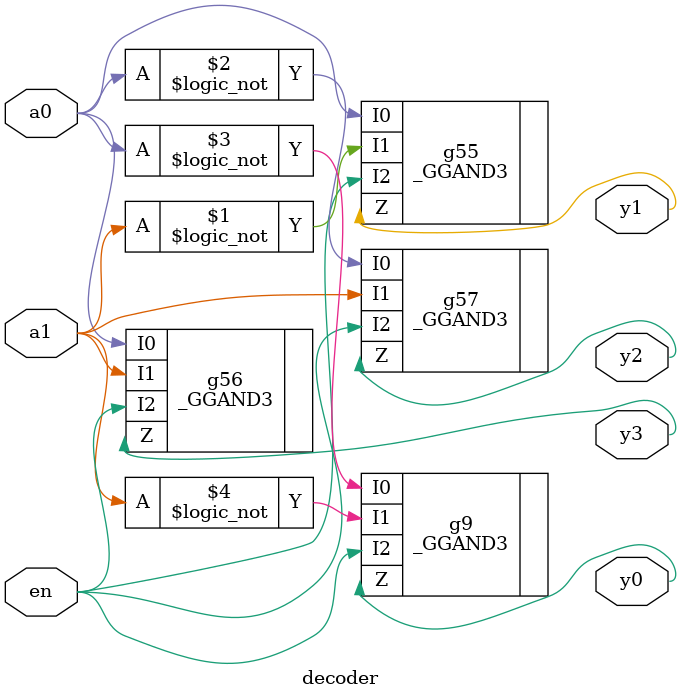
<source format=v>

`timescale 1ns/1ns

module main;    //: root_module
//: enddecls


endmodule
//: /netlistEnd

//: /netlistBegin mul4_dimostrazione1
module mul4_dimostrazione1(p7, p3, p2, p5, p0, p4, p6, p1);
//: interface  /sz:(40, 40) /bd:[ ] /pd: 0 /pi: 0 /pe: 0 /pp: 1
output p5;    //: /sn:0 {0}(-126,836)(-126,803)(-126,803)(-126,783){1}
output p6;    //: /sn:0 {0}(-214,836)(-214,805)(-214,805)(-214,782){1}
supply0 w81;    //: /sn:0 {0}(245,301)(245,296)(261,296)(261,320){1}
supply0 w0;    //: /sn:0 {0}(321,362)(321,347)(298,347){1}
supply0 w64;    //: /sn:0 {0}(93,769)(93,753)(73,753){1}
output p3;    //: /sn:0 {0}(47,836)(47,811)(47,811)(47,781){1}
supply0 w1;    //: /sn:0 {0}(246,496)(246,481)(223,481){1}
output p2;    //: /sn:0 {0}(119,836)(119,665)(120,665)(120,645){1}
supply0 w92;    //: /sn:0 {0}(3,320)(3,293)(-13,293)(-13,298){1}
output p1;    //: /sn:0 {0}(197,836)(197,674)(197,674)(197,509){1}
output p0;    //: /sn:0 {0}(272,836)(272,604)(272,604)(272,375){1}
supply0 w57;    //: /sn:0 {0}(169,632)(169,617)(146,617){1}
supply0 w94;    //: /sn:0 {0}(69,299)(69,294)(87,294)(87,320){1}
supply0 w88;    //: /sn:0 {0}(159,298)(159,295)(175,295)(175,320){1}
output p7;    //: /sn:0 {0}(-269,836)(-269,754)(-242,754){1}
output p4;    //: /sn:0 {0}(-40,836)(-40,803)(-40,803)(-40,782){1}
wire w6;    //: /sn:0 {0}(-3,406)(-21,406)(-21,414){1}
wire w32;    //: /sn:0 {0}(-61,509)(-61,591){1}
wire w73;    //: /sn:0 {0}(-93,686)(-93,671)(-101,671){1}
wire w45;    //: /sn:0 {0}(25,509)(25,590){1}
wire w7;    //: /sn:0 {0}(49,280)(49,265)(41,265){1}
wire w61;    //: /sn:0 {0}(180,541)(162,541)(162,549){1}
wire w60;    //: /sn:0 {0}(71,549)(71,534)(63,534){1}
wire w46;    //: /sn:0 {0}(255,406)(237,406)(237,414){1}
wire w56;    //: /sn:0 {0}(-154,678)(-172,678)(-172,686){1}
wire w14;    //: /sn:0 {0}(-72,454)(-72,439){1}
wire w16;    //: /sn:0 {0}(135,301)(135,310)(107,310)(107,320){1}
wire w4;    //: /sn:0 {0}(244,272)(226,272)(226,280){1}
wire w15;    //: /sn:0 {0}(-14,347)(-29,347){1}
wire w38;    //: /sn:0 {0}(109,509)(109,590){1}
wire w69;    //: /sn:0 {0}(-149,590)(-149,575){1}
wire w51;    //: /sn:0 {0}(36,726)(36,645){1}
wire w3;    //: /sn:0 {0}(156,272)(138,272)(138,280){1}
wire w66;    //: /sn:0 {0}(-51,727)(-51,656)(-50,656)(-50,656)(-50,656)(-50,646){1}
wire w37;    //: /sn:0 {0}(81,481)(51,481){1}
wire w63;    //: /sn:0 {0}(-15,570)(-15,581)(-41,581)(-41,591){1}
wire w34;    //: /sn:0 {0}(148,435)(148,444)(118,444)(118,454){1}
wire w87;    //: /sn:0 {0}(83,707)(83,716)(56,716)(56,726){1}
wire w76;    //: /sn:0 {0}(-175,707)(-175,717)(-205,717)(-205,727){1}
wire w75;    //: /sn:0 {0}(-177,686)(-177,671)(-185,671){1}
wire w21;    //: /sn:0 {0}(221,280)(221,265)(213,265){1}
wire w67;    //: /sn:0 {0}(6,541)(-12,541)(-12,549){1}
wire w54;    //: /sn:0 {0}(-99,570)(-99,580)(-129,580)(-129,590){1}
wire w90;    //: /sn:0 {0}(18,678)(0,678)(0,686){1}
wire w31;    //: /sn:0 {0}(-89,481)(-104,481){1}
wire w28;    //: /sn:0 {0}(307,280)(307,265)(299,265){1}
wire w41;    //: /sn:0 {0}(234,435)(234,444)(206,444)(206,454){1}
wire w36;    //: /sn:0 {0}(169,481)(135,481){1}
wire w23;    //: /sn:0 {0}(223,301)(223,310)(195,310)(195,320){1}
wire w20;    //: /sn:0 {0}(158,347)(124,347){1}
wire w82;    //: /sn:0 {0}(19,753)(4,753)(4,754)(-14,754){1}
wire w25;    //: /sn:0 {0}(244,347)(212,347){1}
wire w74;    //: /sn:0 {0}(-91,707)(-91,718)(-117,718)(-117,728){1}
wire w65;    //: /sn:0 {0}(-78,618)(-94,618)(-94,617)(-112,617){1}
wire w91;    //: /sn:0 {0}(-5,686)(-5,671)(-13,671){1}
wire w35;    //: /sn:0 {0}(73,570)(73,580)(45,580)(45,590){1}
wire w8;    //: /sn:0 {0}(-26,414)(-26,399)(-34,399){1}
wire w40;    //: /sn:0 {0}(60,435)(60,444)(34,444)(34,454){1}
wire w18;    //: /sn:0 {0}(14,375)(14,454){1}
wire w71;    //: /sn:0 {0}(-137,728)(-137,646)(-138,646)(-138,645){1}
wire w68;    //: /sn:0 {0}(-17,549)(-17,534)(-25,534){1}
wire w17;    //: /sn:0 {0}(-3,481)(-35,481){1}
wire w22;    //: /sn:0 {0}(98,375)(98,454){1}
wire w59;    //: /sn:0 {0}(94,541)(76,541)(76,549){1}
wire w53;    //: /sn:0 {0}(-101,549)(-101,534)(-109,534){1}
wire w85;    //: /sn:0 {0}(104,678)(86,678)(86,686){1}
wire w62;    //: /sn:0 {0}(157,549)(157,534)(149,534){1}
wire w44;    //: /sn:0 {0}(92,617)(62,617){1}
wire w49;    //: /sn:0 {0}(146,414)(146,399)(138,399){1}
wire w12;    //: /sn:0 {0}(70,347)(40,347){1}
wire w2;    //: /sn:0 {0}(72,272)(54,272)(54,280){1}
wire w83;    //: /sn:0 {0}(-68,754)(-83,754)(-83,755)(-100,755){1}
wire w77;    //: /sn:0 {0}(-225,727)(-225,712){1}
wire w70;    //: /sn:0 {0}(-166,617)(-181,617){1}
wire w78;    //: /sn:0 {0}(-154,755)(-170,755)(-170,754)(-188,754){1}
wire w10;    //: /sn:0 {0}(-24,435)(-24,444)(-52,444)(-52,454){1}
wire w72;    //: /sn:0 {0}(-70,678)(-88,678)(-88,686){1}
wire w27;    //: /sn:0 {0}(186,375)(186,454){1}
wire w13;    //: /sn:0 {0}(133,280)(133,265)(125,265){1}
wire w86;    //: /sn:0 {0}(81,686)(81,671)(73,671){1}
wire w52;    //: /sn:0 {0}(-78,541)(-96,541)(-96,549){1}
wire w48;    //: /sn:0 {0}(169,406)(151,406)(151,414){1}
wire w5;    //: /sn:0 {0}(81,406)(63,406)(63,414){1}
wire w47;    //: /sn:0 {0}(232,414)(232,399)(224,399){1}
wire w29;    //: /sn:0 {0}(309,301)(309,310)(281,310)(281,320){1}
wire w42;    //: /sn:0 {0}(-3,707)(-3,717)(-31,717)(-31,727){1}
wire w50;    //: /sn:0 {0}(8,617)(-7,617)(-7,618)(-24,618){1}
wire w9;    //: /sn:0 {0}(51,301)(51,310)(23,310)(23,320){1}
wire w55;    //: /sn:0 {0}(159,570)(159,580)(129,580)(129,590){1}
wire w39;    //: /sn:0 {0}(58,414)(58,399)(50,399){1}
wire w26;    //: /sn:0 {0}(330,272)(312,272)(312,280){1}
//: enddecls

  fa g8 (.a(w23), .b(w88), .ci(w25), .co(w20), .s(w27));   //: @(159, 321) /sz:(52, 53) /R:3 /sn:0 /p:[ Ti0>1 Ti1>1 Ri0>1 Lo0<0 Bo0<0 ]
  fa g4 (.a(w9), .b(w92), .ci(w12), .co(w15), .s(w18));   //: @(-13, 321) /sz:(52, 53) /R:3 /sn:0 /p:[ Ti0>1 Ti1>0 Ri0>1 Lo0<0 Bo0<0 ]
  //: OUT g55 (p7) @(-269,833) /sn:0 /R:3 /w:[ 0 ]
  //: OUT g51 (p3) @(47,833) /sn:0 /R:3 /w:[ 0 ]
  _GGAND2 #(6) g37 (.I0(w90), .I1(w91), .Z(w42));   //: @(-3,697) /sn:0 /R:3 /w:[ 1 0 0 ]
  _GGAND2 #(6) g34 (.I0(w85), .I1(w86), .Z(w87));   //: @(83,697) /sn:0 /R:3 /w:[ 1 0 0 ]
  fa g13 (.a(w34), .b(w22), .ci(w36), .co(w37), .s(w38));   //: @(82, 455) /sz:(52, 53) /R:3 /sn:0 /p:[ Ti0>1 Ti1>1 Ri0>1 Lo0<0 Bo0<0 ]
  _GGAND2 #(6) g3 (.I0(w3), .I1(w13), .Z(w16));   //: @(135,291) /sn:0 /R:3 /w:[ 1 0 0 ]
  _GGAND2 #(6) g2 (.I0(w6), .I1(w8), .Z(w10));   //: @(-24,425) /sn:0 /R:3 /w:[ 1 0 0 ]
  _GGAND2 #(6) g1 (.I0(w2), .I1(w7), .Z(w9));   //: @(51,291) /sn:0 /R:3 /w:[ 1 0 0 ]
  fa g16 (.a(w41), .b(w27), .ci(w1), .co(w36), .s(p1));   //: @(170, 455) /sz:(52, 53) /R:3 /sn:0 /p:[ Ti0>1 Ti1>1 Ri0>1 Lo0<0 Bo0<1 ]
  //: comment g11 @(325,342) /sn:0
  //: /line:"0"
  //: /end
  //: OUT g50 (p2) @(119,833) /sn:0 /R:3 /w:[ 0 ]
  //: GROUND g28 (w57) @(169,638) /sn:0 /w:[ 0 ]
  fa g10 (.a(w29), .b(w81), .ci(w0), .co(w25), .s(p0));   //: @(245, 321) /sz:(52, 53) /R:3 /sn:0 /p:[ Ti0>1 Ti1>1 Ri0>1 Lo0<0 Bo0<1 ]
  _GGAND2 #(6) g32 (.I0(w56), .I1(w75), .Z(w76));   //: @(-175,697) /sn:0 /R:3 /w:[ 1 0 0 ]
  _GGAND2 #(6) g27 (.I0(w67), .I1(w68), .Z(w63));   //: @(-15,560) /sn:0 /R:3 /w:[ 1 0 0 ]
  _GGAND2 #(6) g19 (.I0(w48), .I1(w49), .Z(w34));   //: @(148,425) /sn:0 /R:3 /w:[ 1 0 0 ]
  fa g38 (.a(w87), .b(w51), .ci(w64), .co(w82), .s(p3));   //: @(20, 727) /sz:(52, 53) /R:3 /sn:0 /p:[ Ti0>1 Ti1>0 Ri0>1 Lo0<0 Bo0<1 ]
  fa g6 (.a(w16), .b(w94), .ci(w20), .co(w12), .s(w22));   //: @(71, 321) /sz:(52, 53) /R:3 /sn:0 /p:[ Ti0>1 Ti1>1 Ri0>1 Lo0<0 Bo0<0 ]
  //: OUT g53 (p5) @(-126,833) /sn:0 /R:3 /w:[ 0 ]
  //: GROUND g9 (w0) @(321,368) /sn:0 /w:[ 0 ]
  _GGAND2 #(6) g7 (.I0(w26), .I1(w28), .Z(w29));   //: @(309,291) /sn:0 /R:3 /w:[ 1 0 0 ]
  _GGAND2 #(6) g31 (.I0(w72), .I1(w73), .Z(w74));   //: @(-91,697) /sn:0 /R:3 /w:[ 1 0 0 ]
  _GGAND2 #(6) g20 (.I0(w52), .I1(w53), .Z(w54));   //: @(-99,560) /sn:0 /R:3 /w:[ 1 0 0 ]
  _GGAND2 #(6) g15 (.I0(w46), .I1(w47), .Z(w41));   //: @(234,425) /sn:0 /R:3 /w:[ 1 0 0 ]
  //: GROUND g39 (w81) @(245,307) /sn:0 /w:[ 0 ]
  //: OUT g48 (p0) @(272,833) /sn:0 /R:3 /w:[ 0 ]
  //: comment g43 @(174,277) /sn:0
  //: /line:"0"
  //: /end
  fa g29 (.a(w54), .b(w69), .ci(w65), .co(w70), .s(w71));   //: @(-165, 591) /sz:(52, 53) /R:3 /sn:0 /p:[ Ti0>1 Ti1>0 Ri0>1 Lo0<0 Bo0<1 ]
  //: comment g25 @(173,612) /sn:0
  //: /line:"0"
  //: /end
  fa g17 (.a(w40), .b(w18), .ci(w37), .co(w17), .s(w45));   //: @(-2, 455) /sz:(52, 53) /R:3 /sn:0 /p:[ Ti0>1 Ti1>1 Ri0>1 Lo0<0 Bo0<0 ]
  //: OUT g52 (p4) @(-40,833) /sn:0 /R:3 /w:[ 0 ]
  //: GROUND g42 (w88) @(159,304) /sn:0 /w:[ 0 ]
  //: comment g14 @(250,476) /sn:0
  //: /line:"0"
  //: /end
  _GGAND2 #(6) g5 (.I0(w4), .I1(w21), .Z(w23));   //: @(223,291) /sn:0 /R:3 /w:[ 1 0 0 ]
  //: comment g47 @(86,275) /sn:0
  //: /line:"0"
  //: /end
  //: GROUND g44 (w92) @(-13,304) /sn:0 /w:[ 1 ]
  fa g36 (.a(w42), .b(w66), .ci(w82), .co(w83), .s(p4));   //: @(-67, 728) /sz:(52, 53) /R:3 /sn:0 /p:[ Ti0>1 Ti1>0 Ri0>1 Lo0<0 Bo0<1 ]
  _GGAND2 #(6) g24 (.I0(w61), .I1(w62), .Z(w55));   //: @(159,560) /sn:0 /R:3 /w:[ 1 0 0 ]
  fa g21 (.a(w35), .b(w45), .ci(w44), .co(w50), .s(w51));   //: @(9, 591) /sz:(52, 53) /R:3 /sn:0 /p:[ Ti0>1 Ti1>1 Ri0>1 Lo0<0 Bo0<1 ]
  //: comment g41 @(261,282) /sn:0
  //: /line:"0"
  //: /end
  fa g23 (.a(w55), .b(w38), .ci(w57), .co(w44), .s(p2));   //: @(93, 591) /sz:(52, 53) /R:3 /sn:0 /p:[ Ti0>1 Ti1>1 Ri0>1 Lo0<0 Bo0<1 ]
  //: OUT g54 (p6) @(-214,833) /sn:0 /R:3 /w:[ 0 ]
  fa g40 (.a(w74), .b(w71), .ci(w83), .co(w78), .s(p5));   //: @(-153, 729) /sz:(52, 53) /R:3 /sn:0 /p:[ Ti0>1 Ti1>0 Ri0>1 Lo0<0 Bo0<1 ]
  //: GROUND g46 (w94) @(69,305) /sn:0 /w:[ 0 ]
  //: comment g45 @(-8,274) /sn:0
  //: /line:"0"
  //: /end
  fa g35 (.a(w76), .b(w77), .ci(w78), .co(p7), .s(p6));   //: @(-241, 728) /sz:(52, 53) /R:3 /sn:0 /p:[ Ti0>1 Ti1>0 Ri0>1 Lo0<1 Bo0<1 ]
  fa g26 (.a(w63), .b(w32), .ci(w50), .co(w65), .s(w66));   //: @(-77, 592) /sz:(52, 53) /R:3 /sn:0 /p:[ Ti0>1 Ti1>1 Ri0>1 Lo0<0 Bo0<1 ]
  _GGAND2 #(6) g22 (.I0(w59), .I1(w60), .Z(w35));   //: @(73,560) /sn:0 /R:3 /w:[ 1 0 0 ]
  _GGAND2 #(6) g0 (.I0(w5), .I1(w39), .Z(w40));   //: @(60,425) /sn:0 /R:3 /w:[ 1 0 0 ]
  //: GROUND g18 (w1) @(246,502) /sn:0 /w:[ 0 ]
  fa g12 (.a(w10), .b(w14), .ci(w17), .co(w31), .s(w32));   //: @(-88, 455) /sz:(52, 53) /R:3 /sn:0 /p:[ Ti0>1 Ti1>0 Ri0>1 Lo0<0 Bo0<0 ]
  //: comment g33 @(97,749) /sn:0
  //: /line:"0"
  //: /end
  //: GROUND g30 (w64) @(93,775) /sn:0 /w:[ 0 ]
  //: OUT g49 (p1) @(197,833) /sn:0 /R:3 /w:[ 0 ]

endmodule
//: /netlistEnd

//: /netlistBegin sumsub8
module sumsub8(Co, Ci, A, B, S, O, f);
//: interface  /sz:(40, 40) /bd:[ ] /pd: 0 /pi: 0 /pe: 0 /pp: 1
input [7:0] B;    //: /sn:0 {0}(#:528,-54)(#:528,-20){1}
input [7:0] A;    //: /sn:0 {0}(#:57,-54)(#:57,-20){1}
input f;    //: /sn:0 {0}(342,197)(342,178)(340,178){1}
//: {2}(344,178)(417,178){3}
//: {4}(421,178)(491,178){5}
//: {6}(495,178)(566,178){7}
//: {8}(570,178)(597,178){9}
//: {10}(601,178)(643,178)(643,198){11}
//: {12}(599,176)(599,-54){13}
//: {14}(568,180)(568,197){15}
//: {16}(493,180)(493,197){17}
//: {18}(419,180)(419,197){19}
//: {20}(342,176)(342,178)(271,178){21}
//: {22}(267,178)(196,178){23}
//: {24}(192,178)(122,178){25}
//: {26}(118,178)(43,178)(43,197){27}
//: {28}(120,180)(120,197){29}
//: {30}(194,180)(194,197){31}
//: {32}(269,180)(269,197){33}
output Co;    //: /sn:0 {0}(4,264)(-54,264)(-54,337){1}
//: {2}(-52,339)(66,339)(66,350){3}
//: {4}(-54,341)(-54,389){5}
output O;    //: /sn:0 {0}(68,389)(68,378)(68,378)(68,371){1}
input Ci;    //: /sn:0 {0}(648,198)(648,-54){1}
output [7:0] S;    //: /sn:0 {0}(299,388)(#:299,366){1}
wire w32;    //: /sn:0 {0}(503,-14)(503,56)(115,56)(115,197){1}
wire w6;    //: /sn:0 {0}(416,237)(416,218){1}
wire w7;    //: /sn:0 {0}(453,264)(434,264){1}
wire w16;    //: /sn:0 {0}(154,264)(135,264){1}
wire w14;    //: /sn:0 {0}(117,237)(117,218){1}
wire w19;    //: /sn:0 {0}(274,360)(274,322)(109,322)(109,291){1}
wire w4;    //: /sn:0 {0}(304,360)(304,303)(333,303)(333,291){1}
wire w15;    //: /sn:0 {0}(490,218)(490,237){1}
wire w3;    //: /sn:0 {0}(82,-14)(82,116)(471,116)(471,237){1}
wire w0;    //: /sn:0 {0}(378,264)(359,264){1}
wire w37;    //: /sn:0 {0}(264,197)(264,71)(523,71)(523,-14){1}
wire w34;    //: /sn:0 {0}(266,237)(266,218){1}
wire w21;    //: /sn:0 {0}(42,-14)(42,155)(172,155)(172,237){1}
wire ci0;    //: /sn:0 {0}(285,264)(303,264){1}
wire w31;    //: /sn:0 {0}(40,237)(40,218){1}
wire w28;    //: /sn:0 {0}(645,219)(645,264)(584,264){1}
wire w36;    //: /sn:0 {0}(189,197)(189,63)(513,63)(513,-14){1}
wire w23;    //: /sn:0 {0}(191,218)(191,237){1}
wire w20;    //: /sn:0 {0}(533,-14)(533,78)(337,78)(337,197){1}
wire w24;    //: /sn:0 {0}(553,-14)(553,94)(488,94)(488,197){1}
wire w1;    //: /sn:0 {0}(339,237)(339,218){1}
wire w25;    //: /sn:0 {0}(229,264)(210,264){1}
wire w35;    //: /sn:0 {0}(32,-14)(32,168)(97,168)(97,237){1}
wire w8;    //: /sn:0 {0}(284,360)(284,313)(184,313)(184,291){1}
wire w40;    //: /sn:0 {0}(264,360)(264,329)(34,329)(34,291){1}
wire w18;    //: /sn:0 {0}(79,264)(73,264){1}
//: {2}(69,264)(60,264){3}
//: {4}(71,266)(71,350){5}
wire w30;    //: /sn:0 {0}(493,-14)(493,51)(38,51)(38,197){1}
wire w17;    //: /sn:0 {0}(324,360)(324,318)(483,318)(483,291){1}
wire w22;    //: /sn:0 {0}(543,-14)(543,87)(414,87)(414,197){1}
wire w11;    //: /sn:0 {0}(294,360)(294,305)(259,305)(259,291){1}
wire w2;    //: /sn:0 {0}(321,237)(321,135)(62,135)(62,-14){1}
wire w12;    //: /sn:0 {0}(528,264)(509,264){1}
wire w10;    //: /sn:0 {0}(565,237)(565,218){1}
wire w13;    //: /sn:0 {0}(334,360)(334,327)(558,327)(558,291){1}
wire w27;    //: /sn:0 {0}(396,237)(396,125)(72,125)(72,-14){1}
wire w33;    //: /sn:0 {0}(52,-14)(52,144)(246,144)(246,237){1}
wire w5;    //: /sn:0 {0}(92,-14)(92,106)(545,106)(545,237){1}
wire w29;    //: /sn:0 {0}(22,-14)(22,237){1}
wire w9;    //: /sn:0 {0}(314,360)(314,310)(408,310)(408,291){1}
wire w26;    //: /sn:0 {0}(563,-14)(563,197){1}
//: enddecls

  fa g4 (.a(w27), .b(w6), .ci(w7), .co(w0), .s(w9));   //: @(379, 238) /sz:(54, 52) /R:3 /sn:0 /p:[ Ti0>0 Ti1>0 Ri0>1 Lo0<0 Bo0<1 ]
  assign {w30, w32, w36, w37, w20, w22, w24, w26} = B; //: CONCAT g8  @(528,-19) /sn:0 /R:1 /w:[ 0 0 1 1 0 0 0 0 1 ] /dr:0 /tp:0 /drp:0
  //: comment g37 @(-43,383) /sn:0
  //: /line:"carry"
  //: /end
  //: joint g34 (w18) @(71, 264) /w:[ 1 -1 2 4 ]
  //: joint g13 (f) @(120, 178) /w:[ 25 -1 26 28 ]
  //: OUT g3 (Co) @(-54,386) /sn:0 /R:3 /w:[ 5 ]
  fa g2 (.a(w3), .b(w15), .ci(w12), .co(w7), .s(w17));   //: @(454, 238) /sz:(54, 52) /R:3 /sn:0 /p:[ Ti0>1 Ti1>1 Ri0>1 Lo0<0 Bo0<1 ]
  //: IN g1 (Ci) @(648,-56) /sn:0 /R:3 /w:[ 1 ]
  _GGXOR2 #(8) g16 (.I0(f), .I1(w30), .Z(w31));   //: @(40,208) /sn:0 /R:3 /w:[ 27 1 1 ]
  //: IN g11 (A) @(57,-56) /sn:0 /R:3 /w:[ 0 ]
  fa g28 (.a(w33), .b(w34), .ci(ci0), .co(w25), .s(w11));   //: @(230, 238) /sz:(54, 52) /R:3 /sn:0 /p:[ Ti0>1 Ti1>0 Ri0>0 Lo0<0 Bo0<1 ]
  //: IN g10 (B) @(528,-56) /sn:0 /R:3 /w:[ 0 ]
  fa g32 (.a(w29), .b(w31), .ci(w18), .co(Co), .s(w40));   //: @(5, 238) /sz:(54, 52) /R:3 /sn:0 /p:[ Ti0>1 Ti1>0 Ri0>3 Lo0<0 Bo0<1 ]
  _GGXOR2 #(8) g19 (.I0(f), .I1(w20), .Z(w1));   //: @(339,208) /sn:0 /R:3 /w:[ 0 1 1 ]
  //: joint g27 (f) @(419, 178) /w:[ 4 -1 3 18 ]
  //: comment g38 @(79,382) /sn:0
  //: /line:"overflow"
  //: /end
  assign S = {w40, w19, w8, w11, w4, w9, w17, w13}; //: CONCAT g6  @(299,365) /sn:0 /R:3 /w:[ 1 0 0 0 0 0 0 0 0 ] /dr:1 /tp:0 /drp:1
  //: OUT g7 (S) @(299,385) /sn:0 /R:3 /w:[ 0 ]
  assign {w29, w35, w21, w33, w2, w27, w3, w5} = A; //: CONCAT g9  @(57,-19) /sn:0 /R:1 /w:[ 0 0 0 0 1 1 0 0 1 ] /dr:0 /tp:0 /drp:0
  //: joint g31 (f) @(342, 178) /w:[ 2 1 -1 20 ]
  fa g15 (.a(w21), .b(w23), .ci(w25), .co(w16), .s(w8));   //: @(155, 238) /sz:(54, 52) /R:3 /sn:0 /p:[ Ti0>1 Ti1>1 Ri0>1 Lo0<0 Bo0<1 ]
  _GGXOR2 #(8) g20 (.I0(f), .I1(w22), .Z(w6));   //: @(416,208) /sn:0 /R:3 /w:[ 19 1 1 ]
  _GGXOR2 #(8) g39 (.I0(Ci), .I1(f), .Z(w28));   //: @(645,209) /sn:0 /R:3 /w:[ 0 11 0 ]
  //: joint g29 (f) @(194, 178) /w:[ 23 -1 24 30 ]
  _GGXOR2 #(8) g17 (.I0(f), .I1(w32), .Z(w14));   //: @(117,208) /sn:0 /R:3 /w:[ 29 1 1 ]
  //: joint g25 (f) @(568, 178) /w:[ 8 -1 7 14 ]
  fa g14 (.a(w35), .b(w14), .ci(w16), .co(w18), .s(w19));   //: @(80, 238) /sz:(54, 52) /R:3 /sn:0 /p:[ Ti0>1 Ti1>0 Ri0>1 Lo0<0 Bo0<1 ]
  fa g5 (.a(w5), .b(w10), .ci(w28), .co(w12), .s(w13));   //: @(529, 238) /sz:(54, 52) /R:3 /sn:0 /p:[ Ti0>1 Ti1>0 Ri0>1 Lo0<0 Bo0<1 ]
  //: OUT g36 (O) @(68,386) /sn:0 /R:3 /w:[ 0 ]
  _GGXOR2 #(8) g21 (.I0(f), .I1(w24), .Z(w15));   //: @(490,208) /sn:0 /R:3 /w:[ 17 1 0 ]
  //: IN g24 (f) @(599,-56) /sn:0 /R:3 /w:[ 13 ]
  _GGXOR2 #(8) g23 (.I0(f), .I1(w36), .Z(w23));   //: @(191,208) /sn:0 /R:3 /w:[ 31 0 0 ]
  //: joint g41 (f) @(599, 178) /w:[ 10 12 9 -1 ]
  //: comment g40 @(357,375) /sn:0
  //: /line:"f = 0 --> S = A + B"
  //: /line:"f = 1 --> S = A - B"
  //: /end
  //: joint g35 (Co) @(-54, 339) /w:[ 2 1 -1 4 ]
  fa g0 (.a(w2), .b(w1), .ci(w0), .co(ci0), .s(w4));   //: @(304, 238) /sz:(54, 52) /R:3 /sn:0 /p:[ Ti0>0 Ti1>0 Ri0>1 Lo0<1 Bo0<1 ]
  _GGXOR2 #(8) g22 (.I0(f), .I1(w26), .Z(w10));   //: @(565,208) /sn:0 /R:3 /w:[ 15 1 1 ]
  //: joint g26 (f) @(493, 178) /w:[ 6 -1 5 16 ]
  //: joint g18 (f) @(269, 178) /w:[ 21 -1 22 32 ]
  //: comment g12 @(505,405) /sn:0
  //: /line:"."
  //: /end
  _GGXOR2 #(8) g33 (.I0(w18), .I1(Co), .Z(O));   //: @(68,361) /sn:0 /R:3 /w:[ 5 3 1 ]
  _GGXOR2 #(8) g30 (.I0(f), .I1(w37), .Z(w34));   //: @(266,208) /sn:0 /R:3 /w:[ 33 0 1 ]

endmodule
//: /netlistEnd

//: /netlistBegin mul
module mul(co, so, si, bi, ci, bo, ai, ao);
//: interface  /sz:(75, 72) /bd:[ Ti0>ai(66/75) Ti1>si(38/75) Ri0>ci(46/72) Ri1>bi(26/72) Lo0<co(44/72) Lo1<bo(24/72) Bo0<so(41/75) Bo1<ao(8/75) ] /pd: 0 /pi: 0 /pe: 0 /pp: 1
output bo;    //: /sn:0 {0}(312,126)(331,126)(331,126)(353,126){1}
output ao;    //: /sn:0 {0}(403,85)(342,85)(342,230)(312,230){1}
output co;    //: /sn:0 {0}(312,171)(336,171)(336,171)(360,171){1}
input bi;    //: /sn:0 {0}(369,126)(451,126)(451,110){1}
//: {2}(453,108)(478,108)(478,108)(508,108){3}
//: {4}(449,108)(440,108){5}
output so;    //: /sn:0 {0}(392,250)(392,199){1}
input ai;    //: /sn:0 {0}(466,43)(466,83){1}
//: {2}(464,85)(419,85){3}
//: {4}(466,87)(466,103)(440,103){5}
input ci;    //: /sn:0 {0}(508,171)(464,171)(464,171)(417,171){1}
input si;    //: /sn:0 {0}(382,43)(382,143){1}
wire w1;    //: /sn:0 {0}(419,105)(403,105)(403,143){1}
//: enddecls

  _GGAND2 #(6) g4 (.I0(bi), .I1(ai), .Z(w1));   //: @(429,105) /sn:0 /R:2 /w:[ 5 5 0 ]
  //: OUT g8 (co) @(315,171) /sn:0 /R:2 /w:[ 0 ]
  _GGBUF #(4) g3 (.I(bi), .Z(bo));   //: @(363,126) /sn:0 /R:2 /w:[ 0 1 ]
  _GGBUF #(4) g13 (.I(ai), .Z(ao));   //: @(413,85) /sn:0 /R:2 /w:[ 3 0 ]
  //: OUT g2 (so) @(392,247) /sn:0 /R:3 /w:[ 0 ]
  //: IN g1 (si) @(382,41) /sn:0 /R:3 /w:[ 0 ]
  //: frame g11 @(332,59) /sn:0 /wi:149 /ht:163 /tx:""
  //: joint g10 (bi) @(451, 108) /w:[ 2 -1 4 1 ]
  //: IN g6 (bi) @(510,108) /sn:0 /R:2 /w:[ 3 ]
  //: IN g7 (ci) @(510,171) /sn:0 /R:2 /w:[ 0 ]
  //: OUT g9 (bo) @(315,126) /sn:0 /R:2 /w:[ 0 ]
  //: comment g15 @(561,87) /sn:0
  //: /line:"si = sum input"
  //: /line:"ai = a input = moltiplicando"
  //: /line:"bi = b input = moltiplicatore"
  //: /line:"ci = carry in"
  //: /line:"so = sum output = ((ai AND bi) + si + ci)"
  //: /line:"ao = ai"
  //: /line:"co = carry out = riporto della somma risultante da so"
  //: /line:"bo = bi"
  //: /line:""
  //: /end
  //: IN g5 (ai) @(466,41) /sn:0 /R:3 /w:[ 0 ]
  //: joint g14 (ai) @(466, 85) /w:[ -1 1 2 4 ]
  fa g0 (.b(si), .a(w1), .ci(ci), .co(co), .s(so));   //: @(362, 144) /sz:(55, 54) /R:3 /sn:0 /p:[ Ti0>1 Ti1>1 Ri0>1 Lo0<1 Bo0<1 ]
  //: OUT g12 (ao) @(315,230) /sn:0 /R:2 /w:[ 1 ]

endmodule
//: /netlistEnd

//: /netlistBegin cmp1
module cmp1(ba, b, eq, ab, a);
//: interface  /sz:(40, 40) /bd:[ ] /pd: 0 /pi: 0 /pe: 1 /pp: 1
input b;    //: /sn:0 {0}(138,516)(153,516){1}
//: {2}(157,516)(210,516)(210,508)(217,508){3}
//: {4}(155,514)(155,486)(179,486){5}
output ba;    //: /sn:0 {0}(268,497)(253,497)(253,504){1}
//: {2}(251,506)(238,506){3}
//: {4}(253,508)(253,518)(334,518){5}
output ab;    //: /sn:0 {0}(268,492)(253,492)(253,486){1}
//: {2}(253,482)(253,472)(334,472){3}
//: {4}(251,484)(238,484){5}
input a;    //: /sn:0 {0}(138,468)(160,468){1}
//: {2}(164,468)(211,468)(211,481)(217,481){3}
//: {4}(162,470)(162,503)(172,503){5}
output eq;    //: /sn:0 {0}(334,495)(289,495){1}
wire ab4;    //: /sn:0 {0}(528,497)(520,497)(520,491){1}
//: {2}(520,487)(520,483)(561,483){3}
//: {4}(518,489)(513,489){5}
wire a4;    //: /sn:0 {0}(457,486)(468,486){1}
//: {2}(472,486)(492,486){3}
//: {4}(470,488)(470,508)(492,508){5}
wire w3;    //: /sn:0 {0}(188,503)(217,503){1}
wire w1;    //: /sn:0 {0}(217,486)(195,486){1}
wire b4;    //: /sn:0 {0}(457,513)(476,513){1}
//: {2}(480,513)(492,513){3}
//: {4}(478,511)(478,491)(492,491){5}
wire ba4;    //: /sn:0 {0}(528,502)(520,502)(520,509){1}
//: {2}(518,511)(513,511){3}
//: {4}(520,513)(520,516)(562,516){5}
wire eq4;    //: /sn:0 {0}(549,500)(562,500){1}
//: enddecls

  //: comment g51 @(362,463) /sn:0
  //: /line:"a > b"
  //: /end
  _GGAND2 #(6) g37 (.I0(a4), .I1(!b4), .Z(ab4));   //: @(503,489) /sn:0 /w:[ 3 5 5 ]
  //: comment g34 @(362,488) /sn:0
  //: /line:"="
  //: /end
  //: joint g50 (b4) @(478, 513) /w:[ 2 4 1 -1 ]
  //: OUT g28 (ba) @(331,518) /sn:0 /w:[ 5 ]
  _GGNBUF #(2) g27 (.I(a), .Z(w3));   //: @(178,503) /sn:0 /w:[ 5 0 ]
  //: IN g38 (b) @(136,516) /sn:0 /w:[ 0 ]
  //: OUT g39 (eq) @(331,495) /sn:0 /w:[ 0 ]
  _GGAND2 #(6) g48 (.I0(!a4), .I1(b4), .Z(ba4));   //: @(503,511) /sn:0 /w:[ 5 3 3 ]
  //: joint g43 (a4) @(470, 486) /w:[ 2 -1 1 4 ]
  _GGNBUF #(2) g29 (.I(b), .Z(w1));   //: @(185,486) /sn:0 /w:[ 5 1 ]
  //: comment g42 @(362,512) /sn:0
  //: /line:"b > a"
  //: /end
  //: joint g47 (ab4) @(520, 489) /w:[ -1 2 4 1 ]
  //: joint g44 (ba) @(253, 506) /w:[ -1 1 2 4 ]
  //: OUT g36 (ab) @(331,472) /sn:0 /w:[ 3 ]
  //: joint g41 (ba4) @(520, 511) /w:[ -1 1 2 4 ]
  //: joint g40 (b) @(155, 516) /w:[ 2 4 1 -1 ]
  _GGNOR2 #(4) g46 (.I0(ab4), .I1(ba4), .Z(eq4));   //: @(539,500) /sn:0 /w:[ 0 0 0 ]
  //: IN g45 (a) @(136,468) /sn:0 /w:[ 0 ]
  //: joint g35 (ab) @(253, 484) /w:[ -1 2 4 1 ]
  //: joint g26 (a) @(162, 468) /w:[ 2 -1 1 4 ]
  _GGAND2 #(6) g33 (.I0(w3), .I1(b), .Z(ba));   //: @(228,506) /sn:0 /w:[ 1 3 3 ]
  _GGNOR2 #(4) g30 (.I0(ab), .I1(ba), .Z(eq));   //: @(279,495) /sn:0 /w:[ 0 0 1 ]
  _GGAND2 #(6) g49 (.I0(a), .I1(w1), .Z(ab));   //: @(228,484) /sn:0 /w:[ 3 0 5 ]

endmodule
//: /netlistEnd

//: /netlistBegin idiv4
module idiv4(b, r, signd, a, q);
//: interface  /sz:(84, 82) /bd:[ Ti0>b[3:0](58/84) Ti1>a[3:0](23/84) Li0>signd(20/82) Bo0<r[3:0](58/84) Bo1<q[3:0](22/84) ] /pd: 0 /pi: 0 /pe: 0 /pp: 1
input [3:0] b;    //: /sn:0 {0}(#:686,318)(686,258){1}
//: {2}(686,257)(#:686,231){3}
input signd;    //: /sn:0 {0}(459,381)(459,342)(442,342)(442,249){1}
//: {2}(444,247)(507,247){3}
//: {4}(511,247)(530,247)(530,297){5}
//: {6}(532,299)(638,299)(638,312){7}
//: {8}(530,301)(530,312){9}
//: {10}(509,249)(509,259)(510,259)(510,370){11}
//: {12}(440,247)(428,247){13}
output [3:0] r;    //: /sn:0 {0}(#:706,620)(706,591){1}
output [3:0] q;    //: /sn:0 {0}(#:574,620)(574,594){1}
input [3:0] a;    //: /sn:0 {0}(#:580,319)(580,277){1}
//: {2}(580,276)(#:580,231){3}
wire w16;    //: /sn:0 {0}(512,391)(512,420)(562,420)(562,507)(624,507)(624,541)(674,541){1}
wire w14;    //: /sn:0 {0}(532,333)(532,344)(547,344){1}
wire w0;    //: /sn:0 {0}(467,305)(467,277)(513,277){1}
//: {2}(517,277)(533,277){3}
//: {4}(537,277)(575,277){5}
//: {6}(535,279)(535,312){7}
//: {8}(515,279)(515,370){9}
wire w3;    //: /sn:0 {0}(643,312)(643,260){1}
//: {2}(645,258)(681,258){3}
//: {4}(641,258)(462,258)(462,305){5}
wire w20;    //: /sn:0 {0}(461,402)(461,435)(527,435)(527,544)(542,544){1}
wire [3:0] w8;    //: /sn:0 {0}(579,394)(579,402)(#:620,402)(#:620,414){1}
wire [3:0] w11;    //: /sn:0 {0}(#:619,491)(619,499)(#:575,499)(575,519){1}
wire w13;    //: /sn:0 {0}(640,333)(640,343)(653,343){1}
wire w5;    //: /sn:0 {0}(464,326)(464,381){1}
wire [3:0] w29;    //: /sn:0 {0}(#:646,491)(646,503)(#:707,503)(707,516){1}
wire [3:0] w9;    //: /sn:0 {0}(685,393)(685,403)(#:647,403)(#:647,414){1}
//: enddecls

  //: IN g4 (b) @(686,229) /sn:0 /R:3 /w:[ 3 ]
  assign w3 = b[3]; //: TAP g8 @(684,258) /sn:0 /R:2 /w:[ 3 1 2 ] /ss:0
  //: comment g3 @(514,209) /sn:0
  //: /line:"dividendo"
  //: /end
  //: joint g13 (signd) @(530, 299) /w:[ 6 5 -1 8 ]
  //: comment g2 @(656,522) /sn:0
  //: /line:"[3]"
  //: /end
  //: OUT g1 (r) @(706,617) /sn:0 /R:3 /w:[ 0 ]
  //: joint g16 (signd) @(442, 247) /w:[ 2 -1 12 1 ]
  //: joint g11 (w3) @(643, 258) /w:[ 2 -1 4 1 ]
  _GGAND2 #(6) g28 (.I0(w0), .I1(signd), .Z(w16));   //: @(512,381) /sn:0 /R:3 /w:[ 9 11 0 ]
  assign w0 = a[3]; //: TAP g10 @(578,277) /sn:0 /R:2 /w:[ 5 1 2 ] /ss:0
  minus4 g32 (.in(w11), .minus(w20), .out(q));   //: @(543, 520) /sz:(69, 73) /sn:0 /p:[ Ti0>1 Li0>1 Bo0<1 ]
  minus4 g27 (.in(a), .minus(w14), .out(w8));   //: @(548, 320) /sz:(69, 73) /sn:0 /p:[ Ti0>0 Li0>1 Bo0<0 ]
  //: comment g19 @(582,269) /sn:0
  //: /line:"[1]"
  //: /end
  //: IN g6 (signd) @(426,247) /sn:0 /w:[ 13 ]
  //: comment g9 @(501,611) /sn:0
  //: /line:"quoziente"
  //: /end
  //: comment g7 @(697,211) /sn:0
  //: /line:"divisore"
  //: /end
  //: joint g31 (signd) @(509, 247) /w:[ 4 -1 3 10 ]
  _GGAND2 #(6) g15 (.I0(w5), .I1(signd), .Z(w20));   //: @(461,392) /sn:0 /R:3 /w:[ 1 0 0 ]
  //: comment g20 @(468,332) /sn:0
  //: /line:"[2]"
  //: /end
  minus4 g29 (.in(w29), .minus(w16), .out(r));   //: @(675, 517) /sz:(69, 73) /sn:0 /p:[ Ti0>1 Li0>1 Bo0<1 ]
  minus4 g25 (.in(b), .minus(w13), .out(w9));   //: @(654, 319) /sz:(69, 73) /sn:0 /p:[ Ti0>0 Li0>1 Bo0<0 ]
  //: comment g17 @(698,424) /sn:0
  //: /line:"[1] viene letto il bit più significativo del gruppo, per determinarne il segno"
  //: /line:"[2] i segni di dividendo e divisore sono diversi"
  //: /line:"[3] il segno del resto dipende soltanto dal segno del dividendo"
  //: /end
  //: joint g14 (w0) @(535, 277) /w:[ 4 -1 3 6 ]
  //: IN g5 (a) @(580,229) /sn:0 /R:3 /w:[ 3 ]
  //: comment g21 @(723,609) /sn:0
  //: /line:"resto"
  //: /end
  _GGAND2 #(6) g24 (.I0(w3), .I1(signd), .Z(w13));   //: @(640,323) /sn:0 /R:3 /w:[ 0 7 0 ]
  div4 g23 (.b(w9), .a(w8), .r(w29), .q(w11));   //: @(592, 415) /sz:(76, 75) /R:3 /sn:0 /p:[ Ti0>1 Ti1>1 Bo0<0 Bo1<0 ]
  //: OUT g0 (q) @(574,617) /sn:0 /R:3 /w:[ 0 ]
  _GGAND2 #(6) g26 (.I0(w0), .I1(signd), .Z(w14));   //: @(532,323) /sn:0 /R:3 /w:[ 7 9 0 ]
  _GGXOR2 #(8) g12 (.I0(w0), .I1(w3), .Z(w5));   //: @(464,316) /sn:0 /R:3 /w:[ 0 5 0 ]
  //: comment g18 @(691,245) /sn:0
  //: /line:"[1]"
  //: /end
  //: joint g30 (w0) @(515, 277) /w:[ 2 -1 1 8 ]

endmodule
//: /netlistEnd

//: /netlistBegin zero_sign
module zero_sign(x7, x3, x2, x1, x0, N, x5, Z, x6, x4);
//: interface  /sz:(40, 40) /bd:[ ] /pd: 0 /pi: 0 /pe: 1 /pp: 1
input x1;    //: /sn:0 {0}(489,216)(489,249)(438,249)(438,305){1}
input x0;    //: /sn:0 {0}(512,216)(512,256)(443,256)(443,305){1}
output Z;    //: /sn:0 {0}(544,347)(426,347)(426,326){1}
input x7;    //: /sn:0 {0}(339,216)(339,264){1}
//: {2}(341,266)(408,266)(408,305){3}
//: {4}(339,268)(339,291)(339,291)(339,310){5}
input x4;    //: /sn:0 {0}(415,216)(415,233)(423,233)(423,305){1}
input x6;    //: /sn:0 {0}(364,216)(364,251)(413,251)(413,305){1}
input x3;    //: /sn:0 {0}(438,216)(438,233)(428,233)(428,305){1}
input x5;    //: /sn:0 {0}(390,216)(390,241)(418,241)(418,305){1}
input x2;    //: /sn:0 {0}(463,216)(463,241)(433,241)(433,305){1}
output N;    //: /sn:0 {0}(544,369)(339,369)(339,326){1}
//: enddecls

  //: IN g8 (x7) @(339,214) /sn:0 /R:3 /w:[ 0 ]
  //: IN g4 (x3) @(438,214) /sn:0 /R:3 /w:[ 0 ]
  //: comment g13 @(562,325) /sn:0
  //: /line:"zero"
  //: /end
  //: IN g3 (x2) @(463,214) /sn:0 /R:3 /w:[ 0 ]
  //: IN g2 (x1) @(489,214) /sn:0 /R:3 /w:[ 0 ]
  //: IN g1 (x0) @(512,214) /sn:0 /R:3 /w:[ 0 ]
  _GGBUF #(4) g11 (.I(x7), .Z(N));   //: @(339,316) /sn:0 /R:3 /w:[ 5 1 ]
  //: OUT g10 (N) @(541,369) /sn:0 /w:[ 0 ]
  //: IN g6 (x5) @(390,214) /sn:0 /R:3 /w:[ 0 ]
  //: OUT g9 (Z) @(541,347) /sn:0 /w:[ 0 ]
  //: IN g7 (x6) @(364,214) /sn:0 /R:3 /w:[ 0 ]
  //: comment g14 @(562,372) /sn:0
  //: /line:"segno"
  //: /end
  //: IN g5 (x4) @(415,214) /sn:0 /R:3 /w:[ 0 ]
  _GGNOR8 #(16) g0 (.I0(x0), .I1(x1), .I2(x2), .I3(x3), .I4(x4), .I5(x5), .I6(x6), .I7(x7), .Z(Z));   //: @(426,316) /sn:0 /R:3 /w:[ 1 1 1 1 1 1 1 3 1 ]
  //: joint g12 (x7) @(339, 266) /w:[ 2 1 -1 4 ]

endmodule
//: /netlistEnd

//: /netlistBegin fa_module
module fa_module();
//: interface  /sz:(40, 40) /bd:[ ] /pd: 0 /pi: 0 /pe: 1 /pp: 1
wire w4;    //: /sn:0 {0}(142,159)(142,144){1}
wire w3;    //: /sn:0 {0}(49,153)(49,114)(108,114){1}
wire w0;    //: /sn:0 {0}(188,34)(188,114)(173,114){1}
wire w1;    //: /sn:0 {0}(155,70)(155,85){1}
wire w2;    //: /sn:0 {0}(128,70)(128,85){1}
//: enddecls

  //: comment g4 @(124,162) /sn:0
  //: /line:"somma"
  //: /end
  //: comment g3 @(181,10) /sn:0
  //: /line:"riporto preesistente"
  //: /end
  //: comment g2 @(447,157) /sn:0
  //: /line:"."
  //: /end
  //: comment g1 @(120,53) /sn:0
  //: /line:"addendi"
  //: /end
  //: comment g6 @(-43,24) /sn:0
  //: /line:"fa: «full adder»"
  //: /end
  //: comment g5 @(-67,159) /sn:0
  //: /line:"riporto prodotto dalla somma"
  //: /end
  //: comment g22 @(320,24) /sn:0
  //: /line:"ci   a   b   |  co   s"
  //: /line:""
  //: /line:"0    0   0   |  0    0"
  //: /line:"0    0   1   |  0    1"
  //: /line:"0    1   0   |  0    1"
  //: /line:"0    1   1   |  1    0"
  //: /line:"1    0   0   |  0    1"
  //: /line:"1    0   1   |  1    0"
  //: /line:"1    1   0   |  1    0"
  //: /line:"1    1   1   |  1    1"
  //: /line:""
  //: /end
  fa g0 (.a(w2), .b(w1), .ci(w0), .co(w3), .s(w4));   //: @(109, 86) /sz:(63, 57) /R:3 /sn:0 /p:[ Ti0>1 Ti1>1 Ri0>1 Lo0<1 Bo0<1 ]

endmodule
//: /netlistEnd

//: /netlistBegin ha
module ha(a, b, c, s);
//: interface  /sz:(40, 40) /bd:[ Li0>b(24/40) Li1>a(12/40) Bo0<c(20/40) Ro0<s(17/40) ] /pd: 0 /pi: 0 /pe: 0 /pp: 1
input b;    //: /sn:0 {0}(205,83)(222,83)(222,75)(247,75){1}
//: {2}(251,75)(264,75){3}
//: {4}(249,77)(249,90)(264,90){5}
output s;    //: /sn:0 {0}(313,73)(285,73){1}
input a;    //: /sn:0 {0}(205,59)(223,59)(223,70)(241,70){1}
//: {2}(245,70)(264,70){3}
//: {4}(243,72)(243,95)(264,95){5}
output c;    //: /sn:0 {0}(285,93)(313,93){1}
//: enddecls

  //: IN g19 (a) @(203,59) /sn:0 /w:[ 0 ]
  //: IN g27 (b) @(203,83) /sn:0 /w:[ 0 ]
  //: comment g15 @(350,34) /sn:0
  //: /line:"a   b |  c   s"
  //: /line:""
  //: /line:"0   0 |  0   0"
  //: /line:"0   1 |  0   1"
  //: /line:"1   0 |  0   1"
  //: /line:"1   1 |  1   0"
  //: /end
  _GGAND2 #(6) g20 (.I0(b), .I1(a), .Z(c));   //: @(275,93) /sn:0 /w:[ 5 5 0 ]
  //: joint g17 (a) @(243, 70) /w:[ 2 -1 1 4 ]
  //: OUT g29 (c) @(310,93) /sn:0 /w:[ 1 ]
  _GGXOR2 #(8) g21 (.I0(a), .I1(b), .Z(s));   //: @(275,73) /sn:0 /w:[ 3 3 1 ]
  //: joint g24 (b) @(249, 75) /w:[ 2 -1 1 4 ]
  //: OUT g18 (s) @(310,73) /sn:0 /w:[ 0 ]

endmodule
//: /netlistEnd

//: /netlistBegin fs4x2
module fs4x2(bo, m, s, d, bi);
//: interface  /sz:(40, 40) /bd:[ ] /pd: 0 /pi: 0 /pe: 0 /pp: 1
output bo;    //: /sn:0 {0}(253,372)(253,186)(307,186){1}
input bi;    //: /sn:0 {0}(960,-38)(960,188)(927,188){1}
input [7:0] m;    //: /sn:0 {0}(#:473,-38)(473,-23)(473,-23)(#:473,-1){1}
output [7:0] d;    //: /sn:0 {0}(#:617,372)(#:617,339){1}
input [7:0] s;    //: /sn:0 {0}(#:800,-38)(800,-19)(800,-19)(#:800,-8){1}
wire w6;    //: /sn:0 {0}(400,159)(400,144)(370,144)(370,76){1}
wire w32;    //: /sn:0 {0}(828,215)(828,229)(804,229)(804,258){1}
wire w7;    //: /sn:0 {0}(360,76)(360,93)(323,93)(323,159){1}
wire [3:0] s0;    //: /sn:0 {0}(#:870,71)(870,13)(#:805,13)(805,-2){1}
wire [3:0] w14;    //: /sn:0 {0}(#:375,70)(375,20)(468,20)(468,5){1}
wire w19;    //: /sn:0 {0}(439,186)(455,186){1}
wire w4;    //: /sn:0 {0}(691,160)(691,101)(855,101)(855,77){1}
wire [3:0] w38;    //: /sn:0 {0}(612,333)(612,292)(#:452,292)(#:452,263){1}
wire w3;    //: /sn:0 {0}(344,159)(344,100)(508,100)(508,76){1}
wire w0;    //: /sn:0 {0}(384,186)(362,186){1}
wire w34;    //: /sn:0 {0}(898,215)(898,243)(814,243)(814,258){1}
wire w21;    //: /sn:0 {0}(786,187)(802,187){1}
wire w31;    //: /sn:0 {0}(872,188)(857,188){1}
wire w28;    //: /sn:0 {0}(528,76)(528,115)(492,115)(492,160){1}
wire w23;    //: /sn:0 {0}(562,160)(562,124)(538,124)(538,76){1}
wire w24;    //: /sn:0 {0}(909,161)(909,125)(885,125)(885,77){1}
wire w20;    //: /sn:0 {0}(768,160)(768,108)(865,108)(865,77){1}
wire [3:0] d0;    //: /sn:0 {0}(#:799,264)(799,293)(622,293)(622,333){1}
wire w1;    //: /sn:0 {0}(731,187)(709,187){1}
wire w25;    //: /sn:0 {0}(525,187)(510,187){1}
wire w18;    //: /sn:0 {0}(421,159)(421,107)(518,107)(518,76){1}
wire [3:0] m0;    //: /sn:0 {0}(#:722,71)(722,20)(#:478,20)(478,5){1}
wire w8;    //: /sn:0 {0}(747,160)(747,145)(717,145)(717,77){1}
wire [3:0] w35;    //: /sn:0 {0}(#:523,70)(523,34)(795,34)(795,-2){1}
wire w30;    //: /sn:0 {0}(818,161)(818,141)(727,141)(727,77){1}
wire w17;    //: /sn:0 {0}(481,214)(481,228)(457,228)(457,257){1}
wire w22;    //: /sn:0 {0}(541,160)(541,134)(390,134)(390,76){1}
wire w12;    //: /sn:0 {0}(437,257)(437,237)(333,237)(333,213){1}
wire w11;    //: /sn:0 {0}(707,77)(707,94)(670,94)(670,160){1}
wire w2;    //: /sn:0 {0}(654,187)(580,187){1}
wire w10;    //: /sn:0 {0}(757,214)(757,230)(794,230)(794,258){1}
wire w27;    //: /sn:0 {0}(471,160)(471,140)(380,140)(380,76){1}
wire w13;    //: /sn:0 {0}(784,258)(784,238)(680,238)(680,214){1}
wire w33;    //: /sn:0 {0}(888,161)(888,135)(737,135)(737,77){1}
wire w29;    //: /sn:0 {0}(875,77)(875,116)(839,116)(839,161){1}
wire w9;    //: /sn:0 {0}(410,213)(410,229)(447,229)(447,257){1}
wire w26;    //: /sn:0 {0}(551,214)(551,242)(467,242)(467,257){1}
//: enddecls

  assign {w3, w18, w28, w23} = w35; //: CONCAT g8  @(523,71) /sn:0 /R:1 /w:[ 1 1 0 1 0 ] /dr:0 /tp:0 /drp:0
  fs g4 (.m(w27), .s(w28), .bi(w25), .bo(w19), .d(w17));   //: @(456, 161) /sz:(53, 52) /R:3 /sn:0 /p:[ Ti0>0 Ti1>1 Ri0>1 Lo0<1 Bo0<0 ]
  //: OUT g3 (bo) @(253,369) /sn:0 /R:3 /w:[ 0 ]
  fs g13 (.m(w22), .s(w23), .bi(w2), .bo(w25), .d(w26));   //: @(526, 161) /sz:(53, 52) /R:3 /sn:0 /p:[ Ti0>0 Ti1>0 Ri0>1 Lo0<0 Bo0<0 ]
  assign {w4, w20, w29, w24} = s0; //: CONCAT g2  @(870,72) /sn:0 /R:1 /w:[ 1 1 0 1 0 ] /dr:0 /tp:0 /drp:0
  //: frame g1 @(293,54) /sn:0 /wi:305 /ht:219 /tx:""
  //: IN g11 (m) @(473,-40) /sn:0 /R:3 /w:[ 0 ]
  fs g16 (.m(w33), .s(w24), .bi(bi), .bo(w31), .d(w34));   //: @(873, 162) /sz:(53, 52) /R:3 /sn:0 /p:[ Ti0>0 Ti1>0 Ri0>1 Lo0<0 Bo0<0 ]
  //: IN g10 (s) @(800,-40) /sn:0 /R:3 /w:[ 0 ]
  assign d0 = {w13, w10, w32, w34}; //: CONCAT g19  @(799,263) /sn:0 /R:3 /w:[ 0 0 1 1 1 ] /dr:1 /tp:0 /drp:1
  assign w38 = {w12, w9, w17, w26}; //: CONCAT g6  @(452,262) /sn:0 /R:3 /w:[ 1 0 1 1 1 ] /dr:1 /tp:0 /drp:1
  assign {w7, w6, w27, w22} = w14; //: CONCAT g9  @(375,71) /sn:0 /R:1 /w:[ 0 1 1 1 0 ] /dr:0 /tp:0 /drp:0
  //: OUT g7 (d) @(616,369) /sn:0 /R:3 /w:[ 0 ]
  //: IN g15 (bi) @(960,-40) /sn:0 /R:3 /w:[ 0 ]
  assign {w11, w8, w30, w33} = m0; //: CONCAT g20  @(722,72) /sn:0 /R:1 /w:[ 0 1 1 1 0 ] /dr:0 /tp:0 /drp:0
  assign {w14, m0} = m; //: CONCAT g17  @(473,0) /sn:0 /R:1 /w:[ 1 1 1 ] /dr:0 /tp:0 /drp:0
  fs g5 (.m(w6), .s(w18), .bi(w19), .bo(w0), .d(w9));   //: @(385, 160) /sz:(53, 52) /R:3 /sn:0 /p:[ Ti0>0 Ti1>0 Ri0>0 Lo0<0 Bo0<0 ]
  fs g14 (.m(w30), .s(w29), .bi(w31), .bo(w21), .d(w32));   //: @(803, 162) /sz:(53, 52) /R:3 /sn:0 /p:[ Ti0>0 Ti1>1 Ri0>1 Lo0<1 Bo0<0 ]
  fs g24 (.m(w11), .s(w4), .bi(w1), .bo(w2), .d(w13));   //: @(655, 161) /sz:(53, 52) /R:3 /sn:0 /p:[ Ti0>1 Ti1>0 Ri0>1 Lo0<0 Bo0<1 ]
  fs g23 (.m(w8), .s(w20), .bi(w21), .bo(w1), .d(w10));   //: @(732, 161) /sz:(53, 52) /R:3 /sn:0 /p:[ Ti0>0 Ti1>0 Ri0>0 Lo0<0 Bo0<0 ]
  fs g0 (.m(w7), .s(w3), .bi(w0), .bo(bo), .d(w12));   //: @(308, 160) /sz:(53, 52) /R:3 /sn:0 /p:[ Ti0>1 Ti1>0 Ri0>1 Lo0<1 Bo0<1 ]
  assign d = {w38, d0}; //: CONCAT g22  @(617,338) /sn:0 /R:3 /w:[ 1 0 1 ] /dr:1 /tp:0 /drp:1
  //: frame g12 @(636,54) /sn:0 /wi:305 /ht:219 /tx:""
  assign {w35, s0} = s; //: CONCAT g18  @(800,-7) /sn:0 /R:1 /w:[ 1 1 1 ] /dr:0 /tp:0 /drp:0

endmodule
//: /netlistEnd

//: /netlistBegin logic4
module logic4(f0_f1, l, f, b0_b3, b, a0_a3, a, l0_l3);
//: interface  /sz:(40, 40) /bd:[ ] /pd: 0 /pi: 0 /pe: 0 /pp: 1
input [3:0] b;    //: /sn:0 {0}(#:873,597)(925,597){1}
//: {2}(929,597)(961,597){3}
//: {4}(#:927,595)(927,576){5}
//: {6}(929,574)(956,574){7}
//: {8}(#:927,572)(927,552){9}
//: {10}(929,550)(956,550){11}
//: {12}(#:927,548)(927,524)(956,524){13}
output [3:0] l0_l3;    //: /sn:0 {0}(516,740)(#:516,693){1}
input [1:0] f;    //: /sn:0 {0}(#:869,468)(1025,468)(#:1025,535){1}
output [3:0] l;    //: /sn:0 {0}(1068,558)(#:1038,558){1}
input [3:0] a0_a3;    //: /sn:0 {0}(#:413,407)(#:413,449){1}
input [1:0] f0_f1;    //: /sn:0 {0}(#:722,406)(722,583){1}
//: {2}(720,585)(699,585){3}
//: {4}(722,587)(722,631)(615,631){5}
//: {6}(#:613,629)(613,585)(597,585){7}
//: {8}(611,631)(518,631){9}
//: {10}(#:516,629)(516,585)(499,585){11}
//: {12}(514,631)(415,631)(415,585)(397,585){13}
input [3:0] a;    //: /sn:0 {0}(#:873,519)(915,519){1}
//: {2}(919,519)(956,519){3}
//: {4}(#:917,521)(917,543){5}
//: {6}(919,545)(956,545){7}
//: {8}(#:917,547)(917,569)(956,569){9}
input [3:0] b0_b3;    //: /sn:0 {0}(#:613,408)(#:613,449){1}
wire w6;    //: /sn:0 {0}(619,455)(619,543)(573,543)(573,558){1}
wire [3:0] w7;    //: /sn:0 {0}(#:977,522)(996,522)(996,540)(1009,540){1}
wire [3:0] w14;    //: /sn:0 {0}(#:977,572)(986,572)(986,564)(1009,564){1}
wire w19;    //: /sn:0 {0}(629,455)(629,482)(675,482)(675,558){1}
wire w4;    //: /sn:0 {0}(501,687)(501,647)(363,647)(363,622){1}
wire [3:0] w15;    //: /sn:0 {0}(#:977,597)(1000,597)(1000,576)(1009,576){1}
wire w3;    //: /sn:0 {0}(398,455)(398,513)(349,513)(349,558){1}
wire w21;    //: /sn:0 {0}(531,687)(531,649)(665,649)(665,622){1}
wire [3:0] w1;    //: /sn:0 {0}(#:977,548)(987,548)(987,552)(#:1009,552){1}
wire w18;    //: /sn:0 {0}(428,455)(428,493)(651,493)(651,558){1}
wire w17;    //: /sn:0 {0}(511,687)(511,638)(465,638)(465,622){1}
wire w12;    //: /sn:0 {0}(408,455)(408,534)(451,534)(451,558){1}
wire w2;    //: /sn:0 {0}(599,455)(599,523)(373,523)(373,558){1}
wire w13;    //: /sn:0 {0}(609,455)(609,532)(475,532)(475,558){1}
wire w5;    //: /sn:0 {0}(418,455)(418,506)(549,506)(549,558){1}
wire w9;    //: /sn:0 {0}(521,687)(521,638)(563,638)(563,622){1}
//: enddecls

  logic g4 (.a(w12), .b(w13), .f(f0_f1), .l(w17));   //: @(434, 559) /sz:(64, 62) /R:3 /sn:0 /p:[ Ti0>1 Ti1>1 Ri0>11 Bo0<1 ]
  assign {w3, w12, w5, w18} = a0_a3; //: CONCAT g3  @(413,450) /sn:0 /R:1 /w:[ 0 0 0 0 1 ] /dr:0 /tp:0 /drp:0
  logic g2 (.a(w5), .b(w6), .f(f0_f1), .l(w9));   //: @(532, 559) /sz:(64, 62) /R:3 /sn:0 /p:[ Ti0>1 Ti1>1 Ri0>7 Bo0<1 ]
  assign l0_l3 = {w4, w17, w9, w21}; //: CONCAT g1  @(516,692) /sn:0 /R:3 /w:[ 1 0 0 0 0 ] /dr:1 /tp:0 /drp:1
  //: IN g11 (f0_f1) @(722,404) /sn:0 /R:3 /w:[ 0 ]
  _GGOR2x4 #(6) g16 (.I0(a), .I1(b), .Z(w1));   //: @(967,548) /sn:0 /w:[ 7 11 0 ]
  //: joint g10 (f0_f1) @(613, 631) /w:[ 5 6 8 -1 ]
  //: OUT g28 (l) @(1065,558) /sn:0 /w:[ 0 ]
  //: IN g19 (f) @(867,468) /sn:0 /w:[ 0 ]
  _GGXOR2x4 #(8) g27 (.I0(a), .I1(b), .Z(w14));   //: @(967,572) /sn:0 /w:[ 9 7 0 ]
  assign {w2, w13, w6, w19} = b0_b3; //: CONCAT g6  @(614,450) /sn:0 /R:1 /w:[ 0 0 0 0 1 ] /dr:0 /tp:0 /drp:0
  //: joint g7 (f0_f1) @(722, 585) /w:[ -1 1 2 4 ]
  //: joint g9 (f0_f1) @(516, 631) /w:[ 9 10 12 -1 ]
  //: IN g31 (b0_b3) @(613,406) /sn:0 /R:3 /w:[ 0 ]
  //: comment g15 @(745,511) /sn:0
  //: /line:"f1 f0 |  uscita"
  //: /line:""
  //: /line:"0  0  |  a AND b"
  //: /line:"0  1  |  a OR b"
  //: /line:"1  0  |  a XOR b"
  //: /line:"1  1  |  NOT b"
  //: /end
  _GGMUX4x4 #(12, 12) g20 (.I0(w7), .I1(w1), .I2(w14), .I3(w15), .S(f), .Z(l));   //: @(1025,558) /sn:0 /R:1 /w:[ 1 1 1 1 1 1 ] /ss:1 /do:1
  //: IN g17 (b) @(871,597) /sn:0 /w:[ 0 ]
  //: comment g25 @(1012,552) /sn:0
  //: /line:"mux"
  //: /end
  //: joint g29 (a) @(917, 519) /w:[ 2 -1 1 4 ]
  //: IN g14 (a0_a3) @(413,405) /sn:0 /R:3 /w:[ 0 ]
  logic g5 (.a(w18), .b(w19), .f(f0_f1), .l(w21));   //: @(634, 559) /sz:(64, 62) /R:3 /sn:0 /p:[ Ti0>1 Ti1>1 Ri0>3 Bo0<1 ]
  //: joint g21 (a) @(917, 545) /w:[ 6 5 -1 8 ]
  _GGNBUF4 #(2) g24 (.I(b), .Z(w15));   //: @(967,597) /sn:0 /w:[ 3 0 ]
  //: joint g23 (b) @(927, 597) /w:[ 2 4 1 -1 ]
  logic g0 (.a(w3), .b(w2), .f(f0_f1), .l(w4));   //: @(332, 559) /sz:(64, 62) /R:3 /sn:0 /p:[ Ti0>1 Ti1>1 Ri0>13 Bo0<1 ]
  //: joint g22 (b) @(927, 574) /w:[ 6 8 -1 5 ]
  //: IN g26 (a) @(871,519) /sn:0 /w:[ 0 ]
  //: OUT g12 (l0_l3) @(516,737) /sn:0 /R:3 /w:[ 0 ]
  _GGAND2x4 #(6) g18 (.I0(a), .I1(b), .Z(w7));   //: @(967,522) /sn:0 /w:[ 3 13 0 ]
  //: joint g30 (b) @(927, 550) /w:[ 10 12 -1 9 ]

endmodule
//: /netlistEnd

//: /netlistBegin sh_circolare_carry
module sh_circolare_carry(f, co, s, a, ci);
//: interface  /sz:(40, 40) /bd:[ ] /pd: 0 /pi: 0 /pe: 0 /pp: 1
input f;    //: /sn:0 {0}(436,337)(498,337){1}
//: {2}(500,335)(500,266){3}
//: {4}(500,262)(500,176){5}
//: {6}(498,264)(426,264)(426,275){7}
//: {8}(500,339)(500,363)(362,363){9}
//: {10}(360,361)(360,337)(355,337){11}
//: {12}(358,363)(288,363){13}
//: {14}(286,361)(286,337)(278,337){15}
//: {16}(284,363)(212,363){17}
//: {18}(210,361)(210,272){19}
//: {20}(210,268)(210,193)(122,193)(122,214){21}
//: {22}(208,270)(165,270)(165,280){23}
//: {24}(208,363)(198,363)(198,337)(195,337){25}
output co;    //: /sn:0 {0}(109,237)(82,237)(82,459){1}
input ci;    //: /sn:0 {0}(421,275)(421,257){1}
//: {2}(421,253)(421,213)(468,213)(468,175){3}
//: {4}(419,255)(160,255)(160,280){5}
output [3:0] s;    //: /sn:0 {0}(296,459)(296,440)(296,440)(#:296,425){1}
input [3:0] a;    //: /sn:0 {0}(#:327,168)(#:327,203){1}
wire w4;    //: /sn:0 {0}(423,296)(423,321){1}
wire w3;    //: /sn:0 {0}(342,321)(342,249){1}
//: {2}(342,245)(40:342,209){3}
//: {4}(340,247)(138,247){5}
wire w21;    //: /sn:0 {0}(172,350)(172,396)(281,396)(281,419){1}
wire w23;    //: /sn:0 {0}(322,209)(322,289){1}
//: {2}(320,291)(182,291)(182,321){3}
//: {4}(322,293)(322,321){5}
wire w1;    //: /sn:0 {0}(245,321)(245,278)(312,278)(312,229){1}
//: {2}(312,225)(312,209){3}
//: {4}(310,227)(138,227){5}
wire R1a0;    //: /sn:0 {0}(413,350)(413,399)(311,399)(40:311,419){1}
wire w25;    //: /sn:0 {0}(332,350)(332,389)(301,389)(301,419){1}
wire w18;    //: /sn:0 {0}(255,350)(255,388)(291,388)(291,419){1}
wire w8;    //: /sn:0 {0}(162,301)(162,321){1}
wire w13;    //: /sn:0 {0}(403,321)(403,301)(334,301){1}
//: {2}(332,299)(332,209){3}
//: {4}(330,301)(265,301)(265,321){5}
//: enddecls

  //: joint g4 (w1) @(312, 227) /w:[ -1 2 4 1 ]
  //: joint g8 (f) @(210, 270) /w:[ -1 20 22 19 ]
  //: comment g13 @(313,308) /sn:0
  //: /line:"1"
  //: /end
  _GGAND2 #(6) g34 (.I0(f), .I1(ci), .Z(w8));   //: @(162,291) /sn:0 /R:3 /w:[ 23 5 0 ]
  //: joint g37 (f) @(286, 363) /w:[ 13 14 16 -1 ]
  //: joint g3 (f) @(500, 264) /w:[ -1 4 6 3 ]
  _GGAND2 #(6) g2 (.I0(!f), .I1(ci), .Z(w4));   //: @(423,286) /sn:0 /R:3 /w:[ 7 0 0 ]
  //: joint g1 (ci) @(421, 255) /w:[ -1 2 4 1 ]
  //: comment g16 @(184,307) /sn:0
  //: /line:"0"
  //: /end
  //: comment g11 @(86,220) /sn:0
  //: /line:"mux"
  //: /end
  //: comment g10 @(153,305) /sn:0
  //: /line:"1"
  //: /end
  //: joint g28 (f) @(500, 337) /w:[ -1 2 1 8 ]
  //: comment g19 @(147,323) /sn:0
  //: /line:"xxxxxxx           "
  //: /end
  //: joint g27 (w13) @(332, 301) /w:[ 1 2 4 -1 ]
  //: IN g32 (f) @(500,174) /sn:0 /R:3 /w:[ 5 ]
  _GGMUX2 #(8, 8) g6 (.I0(w1), .I1(w3), .S(f), .Z(co));   //: @(122,237) /sn:0 /R:3 /w:[ 5 5 21 0 ] /ss:0 /do:0
  //: joint g7 (w3) @(342, 247) /w:[ -1 2 4 1 ]
  //: OUT g9 (co) @(82,456) /sn:0 /R:3 /w:[ 1 ]
  //: comment g20 @(232,323) /sn:0
  //: /line:"xxxxxxx           "
  //: /end
  //: comment g15 @(345,308) /sn:0
  //: /line:"0"
  //: /end
  //: comment g31 @(322,335) /sn:0
  //: /line:"mux"
  //: /end
  //: OUT g39 (s) @(296,456) /sn:0 /R:3 /w:[ 0 ]
  //: IN g43 (a) @(327,166) /sn:0 /R:3 /w:[ 0 ]
  //: comment g48 @(639,245) /sn:0
  //: /line:"esempi di scorrimento a sinistra:"
  //: /line:"ci = 1, a = 1011 --> co = 1, s = 0111"
  //: /line:"ci = 0, a = 0011 --> co = 0, s = 0110"
  //: /line:""
  //: /line:"esempi di scorrimento a destra:"
  //: /line:"ci = 1, a = 0110 --> co = 0, s = 1011"
  //: /line:"ci = 0, a = 0011 --> co = 1, s = 0001"
  //: /line:""
  //: /end
  //: comment g17 @(268,310) /sn:0
  //: /line:"0"
  //: /end
  //: joint g25 (w23) @(322, 291) /w:[ -1 1 2 4 ]
  _GGMUX2 #(8, 8) g29 (.I0(w4), .I1(w13), .S(f), .Z(R1a0));   //: @(413,337) /sn:0 /w:[ 1 0 0 0 ] /ss:1 /do:1
  //: joint g42 (f) @(360, 363) /w:[ 9 10 12 -1 ]
  //: comment g14 @(394,308) /sn:0
  //: /line:"1"
  //: /end
  //: IN g5 (ci) @(468,173) /sn:0 /R:3 /w:[ 3 ]
  //: comment g47 @(161,333) /sn:0
  //: /line:"mux"
  //: /end
  //: comment g21 @(310,323) /sn:0
  //: /line:"xxxxxxx           "
  //: /end
  assign s = {w21, w18, w25, R1a0}; //: CONCAT g24  @(296,424) /sn:0 /R:3 /w:[ 1 1 1 1 1 ] /dr:1 /tp:0 /drp:1
  //: comment g36 @(401,334) /sn:0
  //: /line:"mux"
  //: /end
  //: comment g23 @(148,320) /sn:0
  //: /line:"xxxxxxx           "
  //: /end
  _GGMUX2 #(8, 8) g41 (.I0(w3), .I1(w23), .S(f), .Z(w25));   //: @(332,337) /sn:0 /w:[ 0 5 11 0 ] /ss:1 /do:1
  //: comment g40 @(552,182) /sn:0
  //: /line:"f = 0 --> scorrimento a sinistra di una posizione"
  //: /line:"f = 1 --> scorrimento a destra di una posizione"
  //: /end
  //: comment g22 @(391,322) /sn:0
  //: /line:"xxxxxxx           "
  //: /end
  //: comment g26 @(244,335) /sn:0
  //: /line:"mux"
  //: /end
  //: joint g45 (f) @(210, 363) /w:[ 17 18 24 -1 ]
  _GGMUX2 #(8, 8) g46 (.I0(w13), .I1(w1), .S(f), .Z(w18));   //: @(255,337) /sn:0 /w:[ 5 0 15 0 ] /ss:1 /do:1
  //: comment g0 @(854,454) /sn:0
  //: /line:"."
  //: /end
  //: comment g18 @(426,309) /sn:0
  //: /line:"0"
  //: /end
  //: comment g12 @(235,307) /sn:0
  //: /line:"1"
  //: /end
  _GGMUX2 #(8, 8) g30 (.I0(w23), .I1(w8), .S(f), .Z(w21));   //: @(172,337) /sn:0 /w:[ 3 1 25 0 ] /ss:1 /do:1
  assign {w1, w23, w13, w3} = a; //: CONCAT g33  @(327,204) /sn:0 /R:1 /w:[ 3 0 3 3 1 ] /dr:0 /tp:0 /drp:0

endmodule
//: /netlistEnd

//: /netlistBegin sh_circolare
module sh_circolare(f, s, a);
//: interface  /sz:(40, 40) /bd:[ ] /pd: 0 /pi: 0 /pe: 1 /pp: 1
input f;    //: /sn:0 {0}(329,286)(391,286){1}
//: {2}(393,284)(393,215){3}
//: {4}(393,211)(393,150){5}
//: {6}(391,213)(319,213)(319,224){7}
//: {8}(393,288)(393,312)(255,312){9}
//: {10}(253,310)(253,286)(248,286){11}
//: {12}(251,312)(181,312){13}
//: {14}(179,310)(179,286)(171,286){15}
//: {16}(177,312)(105,312){17}
//: {18}(103,310)(103,219)(58,219)(58,229){19}
//: {20}(101,312)(91,312)(91,286)(88,286){21}
output [3:0] s;    //: /sn:0 {0}(189,411)(#:189,374){1}
input [3:0] a;    //: /sn:0 {0}(#:220,150)(#:220,176){1}
wire w4;    //: /sn:0 {0}(316,245)(316,270){1}
wire w0;    //: /sn:0 {0}(138,270)(138,233)(205,233)(205,208){1}
//: {2}(207,206)(314,206)(314,224){3}
//: {4}(205,204)(205,182){5}
wire w21;    //: /sn:0 {0}(65,299)(65,345)(174,345)(174,368){1}
wire w23;    //: /sn:0 {0}(215,182)(215,238){1}
//: {2}(213,240)(75,240)(75,270){3}
//: {4}(215,242)(215,270){5}
wire R1a0;    //: /sn:0 {0}(306,299)(306,348)(204,348)(40:204,368){1}
wire w25;    //: /sn:0 {0}(225,299)(225,338)(194,338)(194,368){1}
wire w18;    //: /sn:0 {0}(148,299)(148,337)(184,337)(184,368){1}
wire w8;    //: /sn:0 {0}(55,250)(55,270){1}
wire w2;    //: /sn:0 {0}(40:235,182)(235,213){1}
//: {2}(233,215)(53,215)(53,229){3}
//: {4}(235,217)(235,270){5}
wire w13;    //: /sn:0 {0}(296,270)(296,250)(227,250){1}
//: {2}(225,248)(225,182){3}
//: {4}(223,250)(158,250)(158,270){5}
//: enddecls

  //: comment g8 @(161,258) /sn:0
  //: /line:"0"
  //: /end
  //: joint g4 (w0) @(205, 206) /w:[ 2 4 -1 1 ]
  //: comment g13 @(202,271) /sn:0
  //: /line:"xxxxxxx           "
  //: /end
  //: joint g3 (f) @(393, 213) /w:[ -1 4 6 3 ]
  //: joint g37 (f) @(179, 312) /w:[ 13 14 16 -1 ]
  _GGAND2 #(6) g34 (.I0(f), .I1(w2), .Z(w8));   //: @(55,240) /sn:0 /R:3 /w:[ 19 3 0 ]
  _GGAND2 #(6) g2 (.I0(!f), .I1(w0), .Z(w4));   //: @(316,235) /sn:0 /R:3 /w:[ 7 3 0 ]
  //: joint g1 (w2) @(235, 215) /w:[ -1 1 2 4 ]
  //: comment g11 @(129,255) /sn:0
  //: /line:"1"
  //: /end
  //: comment g10 @(286,257) /sn:0
  //: /line:"1"
  //: /end
  //: joint g28 (f) @(393, 286) /w:[ -1 2 1 8 ]
  //: IN g32 (f) @(393,148) /sn:0 /R:3 /w:[ 5 ]
  //: joint g27 (w13) @(225, 250) /w:[ 1 2 4 -1 ]
  //: comment g6 @(319,257) /sn:0
  //: /line:"0"
  //: /end
  //: comment g9 @(78,256) /sn:0
  //: /line:"0"
  //: /end
  //: comment g7 @(237,257) /sn:0
  //: /line:"0"
  //: /end
  //: comment g15 @(201,270) /sn:0
  //: /line:"xxxxxxx           "
  //: /end
  //: comment g31 @(215,284) /sn:0
  //: /line:"mux"
  //: /end
  //: OUT g39 (s) @(189,408) /sn:0 /R:3 /w:[ 0 ]
  //: comment g48 @(532,219) /sn:0
  //: /line:"esempi di scorrimento a sinistra:"
  //: /line:"a = 1011 --> s = 0111"
  //: /line:"a = 0011 --> s = 0110"
  //: /line:""
  //: /line:"esempi di scorrimento a destra:"
  //: /line:"a = 0110 --> s = 0011"
  //: /line:"a = 0011 --> s = 1001"
  //: /line:""
  //: /end
  //: IN g43 (a) @(220,148) /sn:0 /R:3 /w:[ 0 ]
  //: comment g17 @(203,255) /sn:0
  //: /line:"1"
  //: /end
  _GGMUX2 #(8, 8) g29 (.I0(w4), .I1(w13), .S(f), .Z(R1a0));   //: @(306,286) /sn:0 /w:[ 1 0 0 0 ] /ss:1 /do:1
  //: joint g25 (w23) @(215, 240) /w:[ -1 1 2 4 ]
  //: joint g42 (f) @(253, 312) /w:[ 9 10 12 -1 ]
  //: comment g14 @(282,271) /sn:0
  //: /line:"xxxxxxx           "
  //: /end
  //: comment g5 @(43,271) /sn:0
  //: /line:"xxxxxxx           "
  //: /end
  //: comment g47 @(54,282) /sn:0
  //: /line:"mux"
  //: /end
  //: comment g36 @(294,283) /sn:0
  //: /line:"mux"
  //: /end
  assign s = {w21, w18, w25, R1a0}; //: CONCAT g24  @(189,373) /sn:0 /R:3 /w:[ 1 1 1 1 1 ] /dr:1 /tp:0 /drp:1
  _GGMUX2 #(8, 8) g41 (.I0(w2), .I1(w23), .S(f), .Z(w25));   //: @(225,286) /sn:0 /w:[ 5 5 11 0 ] /ss:1 /do:1
  //: comment g40 @(445,156) /sn:0
  //: /line:"f = 0 --> rotazione a sinistra di una posizione"
  //: /line:"f = 1 --> rotazione a destra di una posizione"
  //: /end
  //: comment g0 @(719,380) /sn:0
  //: /line:"."
  //: /end
  _GGMUX2 #(8, 8) g46 (.I0(w13), .I1(w0), .S(f), .Z(w18));   //: @(148,286) /sn:0 /w:[ 5 0 15 0 ] /ss:1 /do:1
  //: joint g45 (f) @(103, 312) /w:[ 17 18 20 -1 ]
  //: comment g26 @(137,284) /sn:0
  //: /line:"mux"
  //: /end
  //: comment g12 @(46,258) /sn:0
  //: /line:"1"
  //: /end
  //: comment g136 @(126,271) /sn:0
  //: /line:"xxxxxxx           "
  //: /end
  assign {w0, w23, w13, w2} = a; //: CONCAT g33  @(220,177) /sn:0 /R:1 /w:[ 5 0 3 0 1 ] /dr:0 /tp:0 /drp:0
  _GGMUX2 #(8, 8) g30 (.I0(w23), .I1(w8), .S(f), .Z(w21));   //: @(65,286) /sn:0 /w:[ 3 1 21 0 ] /ss:1 /do:1

endmodule
//: /netlistEnd

//: /netlistBegin decoder_diagram
module decoder_diagram();
//: interface  /sz:(40, 40) /bd:[ ] /pd: 0 /pi: 0 /pe: 1 /pp: 1
wire [1:0] w7;    //: /sn:0 {0}(#:406,121)(421,121){1}
wire w15;    //: /sn:0 {0}(11,96)(-4,96){1}
wire w28;    //: /sn:0 {0}(101,112)(116,112){1}
wire w1;    //: /sn:0 {0}(-5,177)(32,177)(32,161){1}
wire w8;    //: /sn:0 {0}(408,158)(434,158)(434,143){1}
wire w30;    //: /sn:0 {0}(101,144)(116,144){1}
wire w12;    //: /sn:0 {0}(450,139)(465,139){1}
wire w11;    //: /sn:0 {0}(450,127)(465,127){1}
wire w10;    //: /sn:0 {0}(450,115)(465,115){1}
wire w27;    //: /sn:0 {0}(101,96)(116,96){1}
wire w29;    //: /sn:0 {0}(101,128)(116,128){1}
wire w9;    //: /sn:0 {0}(450,103)(465,103){1}
wire w26;    //: /sn:0 {0}(11,112)(-4,112){1}
//: enddecls

  //: comment g4 @(-140,171) /sn:0
  //: /line:"ingresso di abilitazione"
  //: /end
  //: comment g3 @(137,86) /sn:0
  //: /line:"per ogni combinazione dei valori"
  //: /line:"delle variabili di selezione, solo"
  //: /line:"un'uscita risulta selezionata,"
  //: /line:"a condizione che l'ingresso di"
  //: /line:"abilitazione sia attivo"
  //: /end
  decoder g13 (.a0(w15), .a1(w26), .en(w1), .y0(w27), .y1(w28), .y2(w29), .y3(w30));   //: @(12, 80) /sz:(88, 80) /sn:0 /p:[ Li0>0 Li1>0 Bi0>1 Ro0<0 Ro1<0 Ro2<0 Ro3<0 ]
  //: comment g2 @(476,114) /sn:0
  //: /line:"y0..y3"
  //: /end
  //: comment g1 @(382,148) /sn:0
  //: /line:"en"
  //: /end
  //: comment g15 @(367,95) /sn:0
  //: /line:"a0, a1"
  //: /end
  _GGDECODER4 #(6, 6) g14 (.I(w7), .E(w8), .Z0(w9), .Z1(w10), .Z2(w11), .Z3(w12));   //: @(434,121) /sn:0 /R:1 /w:[ 1 1 0 0 0 0 ] /ss:0 /do:1
  //: comment g0 @(-134,96) /sn:0
  //: /line:"ingressi di selezione"
  //: /end

endmodule
//: /netlistEnd

//: /netlistBegin sh_logico
module sh_logico(f, s, a);
//: interface  /sz:(124, 127) /bd:[ Li0>R_in(17/127) Li1>LR(59/127) Li2>L_in(101/127) Li3>Arith(80/127) Li4>A[7:0](39/127) Ro0<S[7:0](37/127) Ro1<R_out(15/127) Ro2<Overflow(78/127) Ro3<L_out(103/127) Ro4<Carry(56/127) ] /pd: 0 /pi: 0 /pe: 1 /pp: 1
supply0 w6;    //: /sn:0 {0}(458,264)(458,248)(422,248)(422,272){1}
input f;    //: /sn:0 {0}(435,288)(497,288){1}
//: {2}(499,286)(499,176){3}
//: {4}(499,290)(499,314)(361,314){5}
//: {6}(359,312)(359,288)(354,288){7}
//: {8}(357,314)(287,314){9}
//: {10}(285,312)(285,288)(277,288){11}
//: {12}(283,314)(202,314)(202,288)(194,288){13}
output [3:0] s;    //: /sn:0 {0}(295,413)(#:295,376){1}
input [3:0] a;    //: /sn:0 {0}(#:326,176)(#:326,202){1}
supply0 w5;    //: /sn:0 {0}(126,257)(126,238)(161,238)(161,272){1}
wire w3;    //: /sn:0 {0}(40:341,208)(341,272){1}
wire w20;    //: /sn:0 {0}(171,301)(171,347)(280,347)(280,370){1}
wire w24;    //: /sn:0 {0}(331,301)(331,340)(300,340)(300,370){1}
wire w1;    //: /sn:0 {0}(244,272)(244,233)(311,233)(311,208){1}
wire w17;    //: /sn:0 {0}(254,301)(254,339)(290,339)(290,370){1}
wire w22;    //: /sn:0 {0}(321,208)(321,240){1}
//: {2}(319,242)(181,242)(181,272){3}
//: {4}(321,244)(321,272){5}
wire w12;    //: /sn:0 {0}(402,272)(402,252)(333,252){1}
//: {2}(331,250)(331,208){3}
//: {4}(329,252)(264,252)(264,272){5}
wire R1a;    //: /sn:0 {0}(412,301)(412,350)(310,350)(40:310,370){1}
//: enddecls

  assign s = {w20, w17, w24, R1a}; //: CONCAT g61  @(295,375) /sn:0 /R:3 /w:[ 1 1 1 1 1 ] /dr:1 /tp:0 /drp:1
  //: joint g4 (w22) @(321, 242) /w:[ -1 1 2 4 ]
  //: comment g8 @(243,286) /sn:0
  //: /line:"mux"
  //: /end
  //: comment g34 @(390,273) /sn:0
  //: /line:"xxxxxxx           "
  //: /end
  //: joint g3 (w12) @(331, 252) /w:[ 1 2 4 -1 ]
  //: joint g13 (f) @(499, 288) /w:[ -1 2 1 4 ]
  _GGMUX2 #(8, 8) g2 (.I0(w6), .I1(w12), .S(f), .Z(R1a));   //: @(412,288) /sn:0 /w:[ 1 0 0 0 ] /ss:1 /do:1
  _GGMUX2 #(8, 8) g1 (.I0(w22), .I1(w5), .S(f), .Z(w20));   //: @(171,288) /sn:0 /w:[ 3 1 13 0 ] /ss:1 /do:1
  //: comment g11 @(321,286) /sn:0
  //: /line:"mux"
  //: /end
  //: IN g16 (f) @(499,174) /sn:0 /R:3 /w:[ 3 ]
  //: comment g28 @(344,260) /sn:0
  //: /line:"0"
  //: /end
  assign {w1, w22, w12, w3} = a; //: CONCAT g10  @(326,203) /sn:0 /R:1 /w:[ 1 0 3 0 1 ] /dr:0 /tp:0 /drp:0
  //: comment g32 @(152,259) /sn:0
  //: /line:"1"
  //: /end
  //: comment g27 @(268,259) /sn:0
  //: /line:"0"
  //: /end
  //: comment g19 @(846,417) /sn:0
  //: /line:"."
  //: /end
  //: GROUND g6 (w5) @(126,263) /sn:0 /w:[ 0 ]
  //: GROUND g7 (w6) @(458,270) /sn:0 /w:[ 0 ]
  //: comment g9 @(400,285) /sn:0
  //: /line:"mux"
  //: /end
  //: comment g31 @(235,259) /sn:0
  //: /line:"1"
  //: /end
  //: joint g15 (f) @(285, 314) /w:[ 9 10 12 -1 ]
  //: comment g20 @(452,231) /sn:0
  //: /line:"0"
  //: /end
  //: comment g25 @(148,273) /sn:0
  //: /line:"xxxxxxx           "
  //: /end
  //: comment g29 @(424,261) /sn:0
  //: /line:"0"
  //: /end
  //: OUT g62 (s) @(295,410) /sn:0 /R:3 /w:[ 0 ]
  //: comment g17 @(551,182) /sn:0
  //: /line:"f = 0 --> scorrimento a sinistra di una posizione"
  //: /line:"f = 1 --> scorrimento a destra di una posizione"
  //: /end
  _GGMUX2 #(8, 8) g5 (.I0(w3), .I1(w22), .S(f), .Z(w24));   //: @(331,288) /sn:0 /w:[ 1 5 7 0 ] /ss:1 /do:1
  //: joint g14 (f) @(359, 314) /w:[ 5 6 8 -1 ]
  //: comment g24 @(393,259) /sn:0
  //: /line:"1"
  //: /end
  //: IN g21 (a) @(326,174) /sn:0 /R:3 /w:[ 0 ]
  //: comment g23 @(863,401) /sn:0
  //: /line:"."
  //: /end
  //: comment g35 @(388,272) /sn:0
  //: /line:"xxxxxxx           "
  //: /end
  //: comment g26 @(185,257) /sn:0
  //: /line:"0"
  //: /end
  _GGMUX2 #(8, 8) g0 (.I0(w12), .I1(w1), .S(f), .Z(w17));   //: @(254,288) /sn:0 /w:[ 5 0 11 0 ] /ss:1 /do:1
  //: comment g22 @(125,221) /sn:0
  //: /line:"0"
  //: /end
  //: comment g136 @(231,272) /sn:0
  //: /line:"xxxxxxx           "
  //: /end
  //: comment g12 @(160,284) /sn:0
  //: /line:"mux"
  //: /end
  //: comment g18 @(625,241) /sn:0
  //: /line:"esempi di scorrimento a sinistra:"
  //: /line:"a = 1011 --> s = 0110"
  //: /line:"a = 0111 --> s = 1110"
  //: /line:""
  //: /line:""
  //: /line:"esempi di scorrimento a destra:"
  //: /line:"a = 0101 --> s = 0010"
  //: /line:"a = 1011 --> s = 0101"
  //: /line:""
  //: /end
  //: comment g33 @(309,274) /sn:0
  //: /line:"xxxxxxx           "
  //: /end
  //: comment g30 @(311,260) /sn:0
  //: /line:"1"
  //: /end

endmodule
//: /netlistEnd

//: /netlistBegin imul4
module imul4(p, signd, a, b);
//: interface  /sz:(121, 130) /bd:[ Li0>signd(97/130) Li1>b[3:0](65/130) Li2>a[3:0](32/130) Ro0<p[7:0](32/130) ] /pd: 0 /pi: 0 /pe: 0 /pp: 1
supply0 w96;    //: /sn:0 {0}(75,850)(75,836)(47,836){1}
input [3:0] b;    //: /sn:0 {0}(#:739,15)(739,313)(#:716,313){1}
supply0 w134;    //: /sn:0 {0}(84,250)(84,235)(102,235)(102,271){1}
supply0 w127;    //: /sn:0 {0}(-22,255)(-22,241)(-6,241)(-6,271){1}
supply0 w90;    //: /sn:0 {0}(408,550)(408,534)(369,534){1}
supply0 w124;    //: /sn:0 {0}(-114,271)(-114,235)(-131,235)(-131,248){1}
supply0 w126;    //: /sn:0 {0}(-231,249)(-231,235)(-214,235)(-214,271){1}
supply0 w125;    //: /sn:0 {0}(-24,954)(-24,938)(-57,938){1}
supply0 w91;    //: /sn:0 {0}(516,445)(516,428)(477,428){1}
output [7:0] p;    //: /sn:0 {0}(#:514,1162)(514,1197){1}
supply0 w61;    //: /sn:0 {0}(436,271)(436,239)(419,239)(419,257){1}
input signd;    //: /sn:0 {0}(286,722)(607,722)(607,92)(22,92){1}
//: {2}(20,90)(20,15){3}
//: {4}(20,94)(20,179){5}
supply0 w24;    //: /sn:0 {0}(196,254)(196,238)(213,238)(213,271){1}
supply0 w25;    //: /sn:0 {0}(308,256)(308,240)(325,240)(325,271){1}
supply0 w92;    //: /sn:0 {0}(622,341)(622,318)(584,318){1}
supply0 w68;    //: /sn:0 {0}(300,655)(300,640)(260,640){1}
supply0 w146;    //: /sn:0 {0}(-136,1051)(-136,1037)(-163,1037){1}
supply0 w62;    //: /sn:0 {0}(526,256)(526,239)(546,239)(546,271){1}
supply0 w94;    //: /sn:0 {0}(167,763)(167,739)(152,739){1}
input [3:0] a;    //: /sn:0 {0}(#:418,15)(418,67)(418,67)(#:418,116){1}
wire w32;    //: /sn:0 {0}(298,455)(298,469)(247,469)(247,487){1}
wire w160;    //: /sn:0 {0}(-268,738)(-250,738){1}
wire w73;    //: /sn:0 {0}(710,328)(674,328)(674,620)(375,620){1}
//: {2}(371,620)(260,620){3}
//: {4}(373,622)(373,717)(286,717){5}
wire w45;    //: /sn:0 {0}(219,487)(219,469)(219,469)(219,455){1}
wire w122;    //: /sn:0 {0}(-244,682)(-244,667){1}
wire w141;    //: /sn:0 {0}(-132,767)(-132,778)(-180,778)(-180,790){1}
wire w16;    //: /sn:0 {0}(710,298)(584,298){1}
wire w14;    //: /sn:0 {0}(328,381)(328,361)(328,361)(328,345){1}
wire w56;    //: /sn:0 {0}(-36,638)(-51,638)(-51,639)(-67,639){1}
wire w19;    //: /sn:0 {0}(507,316)(490,316)(490,317)(474,317){1}
wire w89;    //: /sn:0 {0}(-39,532)(-54,532)(-54,534)(-70,534){1}
wire w81;    //: /sn:0 {0}(72,638)(56,638)(56,639)(41,639){1}
wire w4;    //: /sn:0 {0}(174,316)(157,316)(157,318)(140,318){1}
wire w195;    //: /sn:0 {0}(-258,917)(-243,917){1}
wire w38;    //: /sn:0 {0}(409,455)(409,468)(359,468)(359,487){1}
wire w182;    //: /sn:0 {0}(-95,892)(-95,876)(-96,876)(-96,864){1}
wire w194;    //: /sn:0 {0}(-166,938)(-152,938)(-152,937)(-134,937){1}
wire w181;    //: /sn:0 {0}(-129,864)(-129,873)(-177,873)(-177,892){1}
wire w151;    //: /sn:0 {0}(84,767)(84,779)(37,779)(37,790){1}
wire w3;    //: /sn:0 {0}(286,296)(268,296)(268,297)(251,297){1}
wire w0;    //: /sn:0 {0}(403,122)(403,170)(243,170){1}
//: {2}(239,170)(25,170)(25,179){3}
//: {4}(241,172)(241,271){5}
wire w128;    //: /sn:0 {0}(-268,296)(-253,296){1}
wire w120;    //: /sn:0 {0}(-271,638)(-253,638){1}
wire w168;    //: /sn:0 {0}(-30,835)(-45,835)(-45,836)(-61,836){1}
wire w111;    //: /sn:0 {0}(-33,738)(-48,738)(-48,739)(-64,739){1}
wire w104;    //: /sn:0 {0}(-176,298)(-162,298)(-162,296)(-153,296){1}
wire w75;    //: /sn:0 {0}(183,618)(166,618)(166,619)(149,619){1}
wire w54;    //: /sn:0 {0}(-30,561)(-30,578)(-77,578)(-77,593){1}
wire w67;    //: /sn:0 {0}(-105,561)(-105,593){1}
wire w119;    //: /sn:0 {0}(-176,514)(-162,514)(-162,512)(-147,512){1}
wire w176;    //: /sn:0 {0}(-265,835)(-247,835){1}
wire w167;    //: /sn:0 {0}(-30,815)(-45,815)(-45,816)(-61,816){1}
wire w156;    //: /sn:0 {0}(9,767)(9,790){1}
wire w174;    //: /sn:0 {0}(-170,836)(-156,836)(-156,835)(-138,835){1}
wire w23;    //: /sn:0 {0}(423,122)(423,151)(464,151)(464,271){1}
wire w20;    //: /sn:0 {0}(516,345)(516,357)(467,357)(467,381){1}
wire w36;    //: /sn:0 {0}(710,308)(652,308)(652,408)(477,408){1}
wire w41;    //: /sn:0 {0}(180,532)(163,532)(163,533)(146,533){1}
wire w108;    //: /sn:0 {0}(-33,718)(-48,718)(-48,719)(-64,719){1}
wire w82;    //: /sn:0 {0}(-27,667)(-27,680)(-74,680)(-74,693){1}
wire w8;    //: /sn:0 {0}(413,122)(413,188)(353,188)(353,271){1}
wire w35;    //: /sn:0 {0}(292,532)(274,532)(274,533)(257,533){1}
wire w103;    //: /sn:0 {0}(-153,316)(-162,316)(-162,318)(-176,318){1}
wire w71;    //: /sn:0 {0}(78,561)(78,577)(31,577)(31,593){1}
wire w144;    //: /sn:0 {0}(-244,470)(-244,455){1}
wire w17;    //: /sn:0 {0}(117,767)(117,1064)(509,1064)(509,1156){1}
wire w53;    //: /sn:0 {0}(-253,1036)(-240,1036){1}
wire w84;    //: /sn:0 {0}(81,667)(81,681)(34,681)(34,693){1}
wire w117;    //: /sn:0 {0}(-268,618)(-253,618){1}
wire w2;    //: /sn:0 {0}(286,316)(268,316)(268,317)(251,317){1}
wire w44;    //: /sn:0 {0}(186,455)(186,470)(136,470)(136,487){1}
wire w12;    //: /sn:0 {0}(12,864)(12,1073)(499,1073)(499,1156){1}
wire w113;    //: /sn:0 {0}(-150,426)(-162,426)(-162,428)(-176,428){1}
wire w77;    //: /sn:0 {0}(192,667)(192,681)(142,681)(142,693){1}
wire w83;    //: /sn:0 {0}(6,693)(6,667){1}
wire w115;    //: /sn:0 {0}(-108,455)(-108,473)(-108,473)(-108,487){1}
wire w10;    //: /sn:0 {0}(397,316)(380,316)(380,317)(363,317){1}
wire w78;    //: /sn:0 {0}(225,667)(225,1048)(519,1048)(519,1156){1}
wire w27;    //: /sn:0 {0}(439,345)(439,361)(439,361)(439,381){1}
wire w86;    //: /sn:0 {0}(-253,1016)(-240,1016){1}
wire w138;    //: /sn:0 {0}(-244,576)(-244,561){1}
wire w52;    //: /sn:0 {0}(222,561)(222,575)(222,575)(222,593){1}
wire w95;    //: /sn:0 {0}(72,345)(72,366)(25,366)(25,381){1}
wire w178;    //: /sn:0 {0}(-204,892)(-204,878)(-205,878)(-205,864){1}
wire w155;    //: /sn:0 {0}(-24,767)(-24,777)(-71,777)(-71,790){1}
wire w142;    //: /sn:0 {0}(-268,406)(-253,406){1}
wire w29;    //: /sn:0 {0}(400,426)(383,426)(383,427)(366,427){1}
wire w80;    //: /sn:0 {0}(72,618)(56,618)(56,619)(41,619){1}
wire w147;    //: /sn:0 {0}(265,719)(194,719){1}
//: {2}(190,719)(152,719){3}
//: {4}(192,721)(192,814){5}
//: {6}(190,816)(47,816){7}
//: {8}(192,818)(192,916){9}
//: {10}(190,918)(-57,918){11}
//: {12}(192,920)(192,1017)(-163,1017){13}
wire w42;    //: /sn:0 {0}(177,406)(160,406)(160,407)(143,407){1}
wire w50;    //: /sn:0 {0}(28,487)(28,465)(75,465)(75,455){1}
wire w6;    //: /sn:0 {0}(216,381)(216,362)(216,362)(216,345){1}
wire w7;    //: /sn:0 {0}(183,345)(183,360)(133,360)(133,381){1}
wire w93;    //: /sn:0 {0}(32,298)(47,298)(47,296)(63,296){1}
wire w175;    //: /sn:0 {0}(-262,815)(-247,815){1}
wire w60;    //: /sn:0 {0}(-102,693)(-102,667){1}
wire w46;    //: /sn:0 {0}(-86,271)(-86,220){1}
//: {2}(-84,218)(20,218){3}
//: {4}(24,218)(130,218)(130,271){5}
//: {6}(22,216)(22,200){7}
//: {8}(22,220)(22,271){9}
//: {10}(-88,218)(-186,218)(-186,271){11}
wire w99;    //: /sn:0 {0}(-3,381)(-3,363)(-3,363)(-3,345){1}
wire w112;    //: /sn:0 {0}(-33,455)(-33,473)(-80,473)(-80,487){1}
wire w135;    //: /sn:0 {0}(-173,719)(-159,719)(-159,718)(-141,718){1}
wire w15;    //: /sn:0 {0}(295,345)(295,359)(244,359)(244,381){1}
wire w129;    //: /sn:0 {0}(-268,316)(-253,316){1}
wire w51;    //: /sn:0 {0}(108,487)(108,470)(108,470)(108,455){1}
wire w69;    //: /sn:0 {0}(69,512)(53,512)(53,513)(38,513){1}
wire w106;    //: /sn:0 {0}(-144,345)(-144,363)(-186,363)(-186,381){1}
wire w109;    //: /sn:0 {0}(-73,428)(-57,428)(-57,426)(-42,426){1}
wire w97;    //: /sn:0 {0}(-76,318)(-60,318)(-60,316)(-45,316){1}
wire w114;    //: /sn:0 {0}(-176,408)(-162,408)(-162,406)(-150,406){1}
wire w177;    //: /sn:0 {0}(-238,879)(-238,864){1}
wire w37;    //: /sn:0 {0}(105,345)(105,362)(105,362)(105,381){1}
wire w64;    //: /sn:0 {0}(0,455)(0,471)(0,471)(0,487){1}
wire w66;    //: /sn:0 {0}(529,1156)(529,940)(334,940)(334,561){1}
wire w159;    //: /sn:0 {0}(-265,718)(-250,718){1}
wire w63;    //: /sn:0 {0}(710,318)(661,318)(661,514)(369,514){1}
wire w34;    //: /sn:0 {0}(292,512)(274,512)(274,513)(257,513){1}
wire w43;    //: /sn:0 {0}(177,426)(160,426)(160,427)(143,427){1}
wire w76;    //: /sn:0 {0}(183,638)(166,638)(166,639)(149,639){1}
wire w21;    //: /sn:0 {0}(549,1156)(549,345){1}
wire w87;    //: /sn:0 {0}(32,318)(47,318)(47,316)(63,316){1}
wire w102;    //: /sn:0 {0}(-211,561)(-211,580)(-214,580)(-214,593){1}
wire w58;    //: /sn:0 {0}(-176,639)(-162,639)(-162,638)(-144,638){1}
wire w31;    //: /sn:0 {0}(289,426)(271,426)(271,427)(254,427){1}
wire w100;    //: /sn:0 {0}(-36,345)(-36,364)(-83,364)(-83,381){1}
wire w169;    //: /sn:0 {0}(-67,892)(-67,876)(-21,876)(-21,864){1}
wire w130;    //: /sn:0 {0}(-244,360)(-244,345){1}
wire w28;    //: /sn:0 {0}(400,406)(383,406)(383,407)(366,407){1}
wire w161;    //: /sn:0 {0}(-241,782)(-241,767){1}
wire w132;    //: /sn:0 {0}(-211,455)(-211,475)(-214,475)(-214,487){1}
wire w1;    //: /sn:0 {0}(-198,1065)(-198,1095)(479,1095)(479,1156){1}
wire w221;    //: /sn:0 {0}(-231,1080)(-231,1065){1}
wire w196;    //: /sn:0 {0}(-261,937)(-243,937){1}
wire w140;    //: /sn:0 {0}(-173,739)(-159,739)(-159,738)(-141,738){1}
wire w65;    //: /sn:0 {0}(301,561)(301,575)(250,575)(250,593){1}
wire w98;    //: /sn:0 {0}(-76,298)(-60,298)(-60,296)(-45,296){1}
wire w116;    //: /sn:0 {0}(-141,455)(-141,473)(-186,473)(-186,487){1}
wire w18;    //: /sn:0 {0}(507,296)(490,296)(490,297)(474,297){1}
wire w40;    //: /sn:0 {0}(180,512)(163,512)(163,513)(146,513){1}
wire w118;    //: /sn:0 {0}(-147,532)(-162,532)(-162,534)(-176,534){1}
wire w121;    //: /sn:0 {0}(-138,561)(-138,576)(-186,576)(-186,593){1}
wire w162;    //: /sn:0 {0}(-208,767)(-208,790){1}
wire w30;    //: /sn:0 {0}(289,406)(271,406)(271,407)(254,407){1}
wire w198;    //: /sn:0 {0}(-201,991)(-201,966){1}
wire w149;    //: /sn:0 {0}(75,718)(59,718)(59,719)(44,719){1}
wire w59;    //: /sn:0 {0}(-135,667)(-135,679)(-183,679)(-183,693){1}
wire w123;    //: /sn:0 {0}(-211,693)(-211,667){1}
wire w85;    //: /sn:0 {0}(114,693)(114,667){1}
wire w197;    //: /sn:0 {0}(-234,981)(-234,966){1}
wire w173;    //: /sn:0 {0}(-170,816)(-156,816)(-156,815)(-138,815){1}
wire w137;    //: /sn:0 {0}(-268,532)(-253,532){1}
wire w136;    //: /sn:0 {0}(-268,512)(-253,512){1}
wire w49;    //: /sn:0 {0}(35,428)(50,428)(50,426)(66,426){1}
wire w11;    //: /sn:0 {0}(397,296)(380,296)(380,297)(363,297){1}
wire w57;    //: /sn:0 {0}(-176,619)(-162,619)(-162,618)(-144,618){1}
wire w193;    //: /sn:0 {0}(-166,918)(-152,918)(-152,917)(-134,917){1}
wire w150;    //: /sn:0 {0}(75,738)(59,738)(59,739)(44,739){1}
wire w70;    //: /sn:0 {0}(69,532)(53,532)(53,533)(38,533){1}
wire w105;    //: /sn:0 {0}(-111,381)(-111,364)(-111,364)(-111,345){1}
wire w110;    //: /sn:0 {0}(-73,408)(-57,408)(-57,406)(-42,406){1}
wire w13;    //: /sn:0 {0}(433,122)(433,140)(574,140)(574,271){1}
wire w88;    //: /sn:0 {0}(-70,514)(-54,514)(-54,512)(-39,512){1}
wire w72;    //: /sn:0 {0}(111,593)(111,561){1}
wire w48;    //: /sn:0 {0}(35,408)(50,408)(50,406)(66,406){1}
wire w33;    //: /sn:0 {0}(331,487)(331,468)(331,468)(331,455){1}
wire w5;    //: /sn:0 {0}(140,298)(157,298)(157,296)(174,296){1}
wire w143;    //: /sn:0 {0}(-268,426)(-253,426){1}
wire w131;    //: /sn:0 {0}(-214,381)(-214,366)(-211,366)(-211,345){1}
wire w47;    //: /sn:0 {0}(189,561)(189,576)(139,576)(139,593){1}
wire w145;    //: /sn:0 {0}(-99,790)(-99,767){1}
wire w79;    //: /sn:0 {0}(3,593)(3,561){1}
wire w9;    //: /sn:0 {0}(-92,966)(-92,1085)(489,1085)(489,1156){1}
wire w201;    //: /sn:0 {0}(-125,966)(-125,977)(-173,977)(-173,991){1}
wire w26;    //: /sn:0 {0}(406,345)(406,358)(356,358)(356,381){1}
wire w55;    //: /sn:0 {0}(-36,618)(-51,618)(-51,619)(-67,619){1}
wire w39;    //: /sn:0 {0}(539,1156)(539,840)(442,840)(442,455){1}
//: enddecls

  mul g61 (.si(w85), .ai(w77), .bi(w147), .ci(w94), .bo(w149), .co(w150), .ao(w151), .so(w17));   //: @(76, 694) /sz:(75, 72) /sn:0 /p:[ Ti0>0 Ti1>1 Ri0>3 Ri1>1 Lo0<0 Lo1<0 Bo0<0 Bo1<0 ]
  mul g4 (.si(w61), .ai(w23), .bi(w18), .ci(w19), .bo(w11), .co(w10), .ao(w26), .so(w27));   //: @(398, 272) /sz:(75, 72) /sn:0 /p:[ Ti0>0 Ti1>1 Ri0>1 Ri1>1 Lo0<0 Lo1<0 Bo0<0 Bo1<0 ]
  mul g8 (.si(w37), .ai(w7), .bi(w42), .ci(w43), .bo(w48), .co(w49), .ao(w50), .so(w51));   //: @(67, 382) /sz:(75, 72) /sn:0 /p:[ Ti0>1 Ti1>1 Ri0>1 Ri1>1 Lo0<1 Lo1<1 Bo0<1 Bo1<1 ]
  //: comment g86 @(610,717) /sn:0
  //: /line:"valori con segno"
  //: /end
  //: joint g51 (w46) @(22, 218) /w:[ 4 6 3 8 ]
  //: comment g58 @(72,241) /sn:0
  //: /line:"0"
  //: /end
  //: GROUND g55 (w124) @(-131,254) /sn:0 /w:[ 1 ]
  mul g3 (.si(w62), .ai(w13), .bi(w16), .ci(w92), .bo(w18), .co(w19), .ao(w20), .so(w21));   //: @(508, 272) /sz:(75, 72) /sn:0 /p:[ Ti0>1 Ti1>1 Ri0>1 Ri1>1 Lo0<0 Lo1<0 Bo0<0 Bo1<1 ]
  mul g13 (.si(w52), .ai(w65), .bi(w73), .ci(w68), .bo(w75), .co(w76), .ao(w77), .so(w78));   //: @(184, 594) /sz:(75, 72) /sn:0 /p:[ Ti0>1 Ti1>1 Ri0>3 Ri1>1 Lo0<0 Lo1<0 Bo0<0 Bo1<0 ]
  //: GROUND g34 (w92) @(622,347) /sn:0 /w:[ 0 ]
  //: OUT g37 (p) @(514,1194) /sn:0 /R:3 /w:[ 1 ]
  //: comment g77 @(79,838) /sn:0
  //: /line:"0"
  //: /end
  //: GROUND g76 (w96) @(75,856) /sn:0 /w:[ 0 ]
  mul g65 (.si(w162), .ai(w141), .bi(w173), .ci(w174), .bo(w175), .co(w176), .ao(w177), .so(w178));   //: @(-246, 791) /sz:(75, 72) /sn:0 /p:[ Ti0>1 Ti1>1 Ri0>0 Ri1>0 Lo0<1 Lo1<1 Bo0<1 Bo1<1 ]
  //: GROUND g2 (w24) @(196,260) /sn:0 /w:[ 0 ]
  //: GROUND g59 (w134) @(84,256) /sn:0 /w:[ 0 ]
  mul g72 (.si(w198), .ai(w201), .bi(w147), .ci(w146), .bo(w86), .co(w53), .ao(w221), .so(w1));   //: @(-239, 992) /sz:(75, 72) /sn:0 /p:[ Ti0>0 Ti1>1 Ri0>13 Ri1>1 Lo0<1 Lo1<1 Bo0<1 Bo1<0 ]
  mul g1 (.si(w25), .ai(w8), .bi(w11), .ci(w10), .bo(w3), .co(w2), .ao(w15), .so(w14));   //: @(287, 272) /sz:(75, 72) /sn:0 /p:[ Ti0>1 Ti1>1 Ri0>1 Ri1>1 Lo0<0 Lo1<0 Bo0<0 Bo1<1 ]
  mul g64 (.si(w156), .ai(w151), .bi(w147), .ci(w96), .bo(w167), .co(w168), .ao(w169), .so(w12));   //: @(-29, 791) /sz:(75, 72) /sn:0 /p:[ Ti0>1 Ti1>1 Ri0>7 Ri1>1 Lo0<0 Lo1<0 Bo0<1 Bo1<0 ]
  mul g11 (.si(w33), .ai(w38), .bi(w63), .ci(w90), .bo(w34), .co(w35), .ao(w65), .so(w66));   //: @(293, 488) /sz:(75, 72) /sn:0 /p:[ Ti0>0 Ti1>1 Ri0>1 Ri1>1 Lo0<0 Lo1<0 Bo0<0 Bo1<1 ]
  mul g16 (.si(w64), .ai(w50), .bi(w69), .ci(w70), .bo(w88), .co(w89), .ao(w54), .so(w79));   //: @(-38, 488) /sz:(75, 72) /sn:0 /p:[ Ti0>1 Ti1>0 Ri0>1 Ri1>1 Lo0<1 Lo1<0 Bo0<0 Bo1<1 ]
  //: GROUND g78 (w125) @(-24,960) /sn:0 /w:[ 0 ]
  //: IN g50 (signd) @(20,13) /sn:0 /R:3 /w:[ 3 ]
  mul g10 (.si(w67), .ai(w54), .bi(w55), .ci(w56), .bo(w57), .co(w58), .ao(w59), .so(w60));   //: @(-143, 594) /sz:(75, 72) /sn:0 /p:[ Ti0>1 Ti1>1 Ri0>1 Ri1>1 Lo0<1 Lo1<1 Bo0<0 Bo1<1 ]
  //: comment g28 @(304,643) /sn:0
  //: /line:"0"
  //: /end
  //: comment g19 @(298,245) /sn:0
  //: /line:"0"
  //: /end
  //: GROUND g27 (w68) @(300,661) /sn:0 /w:[ 0 ]
  //: GROUND g32 (w91) @(516,451) /sn:0 /w:[ 0 ]
  mul g69 (.si(w182), .ai(w169), .bi(w147), .ci(w125), .bo(w193), .co(w194), .ao(w201), .so(w9));   //: @(-133, 893) /sz:(75, 72) /sn:0 /p:[ Ti0>0 Ti1>0 Ri0>11 Ri1>1 Lo0<1 Lo1<1 Bo0<0 Bo1<0 ]
  mul g38 (.si(w127), .ai(w46), .bi(w93), .ci(w87), .bo(w98), .co(w97), .ao(w100), .so(w99));   //: @(-44, 272) /sz:(75, 72) /sn:0 /p:[ Ti0>1 Ti1>9 Ri0>0 Ri1>0 Lo0<1 Lo1<1 Bo0<0 Bo1<1 ]
  mul g6 (.si(w27), .ai(w20), .bi(w36), .ci(w91), .bo(w28), .co(w29), .ao(w38), .so(w39));   //: @(401, 382) /sz:(75, 72) /sn:0 /p:[ Ti0>1 Ti1>1 Ri0>1 Ri1>1 Lo0<0 Lo1<0 Bo0<0 Bo1<1 ]
  //: GROUND g75 (w94) @(167,769) /sn:0 /w:[ 0 ]
  //: GROUND g57 (w127) @(-22,261) /sn:0 /w:[ 0 ]
  //: GROUND g53 (w126) @(-231,255) /sn:0 /w:[ 0 ]
  mul g7 (.si(w6), .ai(w15), .bi(w30), .ci(w31), .bo(w42), .co(w43), .ao(w44), .so(w45));   //: @(178, 382) /sz:(75, 72) /sn:0 /p:[ Ti0>0 Ti1>1 Ri0>1 Ri1>1 Lo0<0 Lo1<0 Bo0<0 Bo1<1 ]
  mul g9 (.si(w45), .ai(w32), .bi(w34), .ci(w35), .bo(w40), .co(w41), .ao(w47), .so(w52));   //: @(181, 488) /sz:(75, 72) /sn:0 /p:[ Ti0>0 Ti1>1 Ri0>1 Ri1>1 Lo0<0 Lo1<0 Bo0<0 Bo1<0 ]
  _GGAND2 #(6) g71 (.I0(signd), .I1(w73), .Z(w147));   //: @(275,719) /sn:0 /R:2 /w:[ 0 5 0 ]
  mul g15 (.si(w72), .ai(w47), .bi(w75), .ci(w76), .bo(w80), .co(w81), .ao(w84), .so(w85));   //: @(73, 594) /sz:(75, 72) /sn:0 /p:[ Ti0>0 Ti1>1 Ri0>1 Ri1>1 Lo0<0 Lo1<0 Bo0<0 Bo1<1 ]
  //: GROUND g20 (w61) @(419,263) /sn:0 /w:[ 1 ]
  //: comment g31 @(520,433) /sn:0
  //: /line:"0"
  //: /end
  //: joint g67 (w46) @(-86, 218) /w:[ 2 -1 10 1 ]
  mul g68 (.si(w178), .ai(w181), .bi(w193), .ci(w194), .bo(w195), .co(w196), .ao(w197), .so(w198));   //: @(-242, 893) /sz:(75, 72) /sn:0 /p:[ Ti0>0 Ti1>1 Ri0>0 Ri1>0 Lo0<1 Lo1<1 Bo0<1 Bo1<1 ]
  mul g39 (.si(w124), .ai(w46), .bi(w98), .ci(w97), .bo(w104), .co(w103), .ao(w106), .so(w105));   //: @(-152, 272) /sz:(75, 72) /sn:0 /p:[ Ti0>0 Ti1>0 Ri0>0 Ri1>0 Lo0<1 Lo1<0 Bo0<0 Bo1<1 ]
  _GGAND2 #(6) g43 (.I0(w0), .I1(signd), .Z(w46));   //: @(22,190) /sn:0 /R:3 /w:[ 3 5 7 ]
  mul g48 (.si(w131), .ai(w106), .bi(w114), .ci(w113), .bo(w142), .co(w143), .ao(w144), .so(w132));   //: @(-252, 382) /sz:(75, 72) /sn:0 /p:[ Ti0>0 Ti1>1 Ri0>0 Ri1>1 Lo0<1 Lo1<1 Bo0<1 Bo1<0 ]
  //: joint g73 (w73) @(373, 620) /w:[ 1 -1 2 4 ]
  mul g62 (.si(w83), .ai(w84), .bi(w149), .ci(w150), .bo(w108), .co(w111), .ao(w155), .so(w156));   //: @(-32, 694) /sz:(75, 72) /sn:0 /p:[ Ti0>0 Ti1>1 Ri0>1 Ri1>1 Lo0<0 Lo1<0 Bo0<0 Bo1<0 ]
  //: comment g17 @(184,245) /sn:0
  //: /line:"0"
  //: /end
  //: IN g25 (a) @(418,13) /sn:0 /R:3 /w:[ 0 ]
  //: comment g29 @(412,538) /sn:0
  //: /line:"0"
  //: /end
  mul g63 (.si(w123), .ai(w59), .bi(w135), .ci(w140), .bo(w159), .co(w160), .ao(w161), .so(w162));   //: @(-249, 694) /sz:(75, 72) /sn:0 /p:[ Ti0>0 Ti1>1 Ri0>0 Ri1>0 Lo0<1 Lo1<1 Bo0<1 Bo1<0 ]
  //: comment g52 @(-243,240) /sn:0
  //: /line:"0"
  //: /end
  mul g42 (.si(w115), .ai(w112), .bi(w88), .ci(w89), .bo(w119), .co(w118), .ao(w121), .so(w67));   //: @(-146, 488) /sz:(75, 72) /sn:0 /p:[ Ti0>1 Ti1>1 Ri0>0 Ri1>1 Lo0<1 Lo1<0 Bo0<0 Bo1<0 ]
  //: joint g83 (w147) @(192, 816) /w:[ -1 5 6 8 ]
  //: comment g74 @(171,751) /sn:0
  //: /line:"0"
  //: /end
  //: comment g56 @(-34,246) /sn:0
  //: /line:"0"
  //: /end
  mul g5 (.si(w14), .ai(w26), .bi(w28), .ci(w29), .bo(w30), .co(w31), .ao(w32), .so(w33));   //: @(290, 382) /sz:(75, 72) /sn:0 /p:[ Ti0>0 Ti1>1 Ri0>1 Ri1>1 Lo0<0 Lo1<0 Bo0<0 Bo1<1 ]
  mul g14 (.si(w79), .ai(w71), .bi(w80), .ci(w81), .bo(w55), .co(w56), .ao(w82), .so(w83));   //: @(-35, 594) /sz:(75, 72) /sn:0 /p:[ Ti0>0 Ti1>1 Ri0>1 Ri1>1 Lo0<0 Lo1<0 Bo0<0 Bo1<1 ]
  //: GROUND g80 (w146) @(-136,1057) /sn:0 /w:[ 0 ]
  //: comment g79 @(-20,942) /sn:0
  //: /line:"0"
  //: /end
  mul g47 (.si(w132), .ai(w116), .bi(w119), .ci(w118), .bo(w136), .co(w137), .ao(w138), .so(w102));   //: @(-252, 488) /sz:(75, 72) /sn:0 /p:[ Ti0>1 Ti1>1 Ri0>0 Ri1>1 Lo0<1 Lo1<1 Bo0<1 Bo1<0 ]
  mul g44 (.si(w134), .ai(w46), .bi(w5), .ci(w4), .bo(w93), .co(w87), .ao(w95), .so(w37));   //: @(64, 272) /sz:(75, 72) /sn:0 /p:[ Ti0>1 Ti1>5 Ri0>0 Ri1>1 Lo0<1 Lo1<1 Bo0<0 Bo1<0 ]
  //: comment g85 @(52,76) /sn:0
  //: /line:"valori con segno"
  //: /end
  //: joint g84 (w147) @(192, 918) /w:[ -1 9 10 12 ]
  //: comment g21 @(403,245) /sn:0
  //: /line:"0"
  //: /end
  assign {w0, w8, w23, w13} = a; //: CONCAT g24  @(418,117) /sn:0 /R:1 /w:[ 0 0 0 0 1 ] /dr:0 /tp:0 /drp:0
  //: IN g36 (b) @(739,13) /sn:0 /R:3 /w:[ 0 ]
  mul g41 (.si(w105), .ai(w100), .bi(w110), .ci(w109), .bo(w114), .co(w113), .ao(w116), .so(w115));   //: @(-149, 382) /sz:(75, 72) /sn:0 /p:[ Ti0>0 Ti1>1 Ri0>0 Ri1>0 Lo0<1 Lo1<0 Bo0<0 Bo1<0 ]
  //: comment g23 @(512,245) /sn:0
  //: /line:"0"
  //: /end
  //: comment g81 @(-132,1039) /sn:0
  //: /line:"0"
  //: /end
  mul g60 (.si(w60), .ai(w82), .bi(w108), .ci(w111), .bo(w135), .co(w140), .ao(w141), .so(w145));   //: @(-140, 694) /sz:(75, 72) /sn:0 /p:[ Ti0>0 Ti1>1 Ri0>1 Ri1>1 Lo0<1 Lo1<1 Bo0<0 Bo1<1 ]
  //: comment g54 @(-143,239) /sn:0
  //: /line:"0"
  //: /end
  mul g40 (.si(w99), .ai(w95), .bi(w48), .ci(w49), .bo(w110), .co(w109), .ao(w112), .so(w64));   //: @(-41, 382) /sz:(75, 72) /sn:0 /p:[ Ti0>0 Ti1>1 Ri0>0 Ri1>0 Lo0<1 Lo1<1 Bo0<0 Bo1<0 ]
  //: joint g70 (signd) @(20, 92) /w:[ 1 2 -1 4 ]
  mul g46 (.si(w126), .ai(w46), .bi(w104), .ci(w103), .bo(w128), .co(w129), .ao(w130), .so(w131));   //: @(-252, 272) /sz:(75, 72) /sn:0 /p:[ Ti0>1 Ti1>11 Ri0>0 Ri1>1 Lo0<1 Lo1<1 Bo0<1 Bo1<1 ]
  mul g45 (.si(w102), .ai(w121), .bi(w57), .ci(w58), .bo(w117), .co(w120), .ao(w122), .so(w123));   //: @(-252, 594) /sz:(75, 72) /sn:0 /p:[ Ti0>1 Ti1>1 Ri0>0 Ri1>0 Lo0<1 Lo1<1 Bo0<1 Bo1<1 ]
  mul g0 (.si(w24), .ai(w0), .bi(w3), .ci(w2), .bo(w5), .co(w4), .ao(w7), .so(w6));   //: @(175, 272) /sz:(75, 72) /sn:0 /p:[ Ti0>1 Ti1>5 Ri0>1 Ri1>1 Lo0<1 Lo1<0 Bo0<0 Bo1<1 ]
  //: GROUND g22 (w62) @(526,262) /sn:0 /w:[ 0 ]
  assign {w73, w63, w36, w16} = b; //: CONCAT g26  @(715,313) /sn:0 /w:[ 0 0 0 0 1 ] /dr:1 /tp:0 /drp:0
  assign p = {w1, w9, w12, w17, w78, w66, w39, w21}; //: CONCAT g35  @(514,1161) /sn:0 /R:3 /w:[ 0 1 1 1 1 1 0 0 0 ] /dr:1 /tp:0 /drp:1
  //: joint g82 (w147) @(192, 719) /w:[ 1 -1 2 4 ]
  mul g66 (.si(w145), .ai(w155), .bi(w167), .ci(w168), .bo(w173), .co(w174), .ao(w181), .so(w182));   //: @(-137, 791) /sz:(75, 72) /sn:0 /p:[ Ti0>0 Ti1>1 Ri0>1 Ri1>1 Lo0<1 Lo1<1 Bo0<0 Bo1<1 ]
  mul g12 (.si(w51), .ai(w44), .bi(w40), .ci(w41), .bo(w69), .co(w70), .ao(w71), .so(w72));   //: @(70, 488) /sz:(75, 72) /sn:0 /p:[ Ti0>0 Ti1>1 Ri0>1 Ri1>1 Lo0<0 Lo1<0 Bo0<0 Bo1<1 ]
  //: GROUND g18 (w25) @(308,262) /sn:0 /w:[ 0 ]
  //: GROUND g30 (w90) @(408,556) /sn:0 /w:[ 0 ]
  //: comment g33 @(626,329) /sn:0
  //: /line:"0"
  //: /end
  //: joint g49 (w0) @(241, 170) /w:[ 1 -1 2 4 ]

endmodule
//: /netlistEnd

//: /netlistBegin demux_decoder
module demux_decoder();
//: interface  /sz:(40, 40) /bd:[ ] /pd: 0 /pi: 0 /pe: 1 /pp: 1
wire w6;    //: /sn:0 {0}(381,314)(353,314){1}
wire w7;    //: /sn:0 {0}(66,343)(88,343)(88,327){1}
wire w14;    //: /sn:0 {0}(157,294)(184,294){1}
wire w15;    //: /sn:0 {0}(157,310)(186,310){1}
wire w4;    //: /sn:0 {0}(382,282)(353,282){1}
wire w3;    //: /sn:0 {0}(379,266)(353,266){1}
wire w0;    //: /sn:0 {0}(298,331)(298,345)(253,345){1}
//: {2}(251,343)(251,306)(277,306){3}
//: {4}(249,345)(227,345){5}
wire w1;    //: /sn:0 {0}(231,266)(277,266){1}
wire w8;    //: /sn:0 {0}(27,262)(67,262){1}
wire w12;    //: /sn:0 {0}(187,262)(157,262){1}
wire w11;    //: /sn:0 {0}(26,364)(26,345)(45,345){1}
wire w2;    //: /sn:0 {0}(230,282)(277,282){1}
wire w10;    //: /sn:0 {0}(26,320)(26,340)(45,340){1}
wire w13;    //: /sn:0 {0}(186,278)(157,278){1}
wire w5;    //: /sn:0 {0}(380,298)(353,298){1}
wire w9;    //: /sn:0 {0}(25,278)(67,278){1}
//: enddecls

  //: comment g4 @(8,363) /sn:0
  //: /line:"en"
  //: /end
  demux g3 (.a0(w1), .a1(w2), .d(w0), .en(w0), .y0(w3), .y1(w4), .y2(w5), .y3(w6));   //: @(278, 250) /sz:(74, 80) /sn:0 /p:[ Li0>1 Li1>1 Li2>3 Bi0>0 Ro0<1 Ro1<1 Ro2<1 Ro3<1 ]
  _GGAND2 #(6) g2 (.I0(w10), .I1(w11), .Z(w7));   //: @(56,343) /sn:0 /w:[ 1 1 0 ]
  //: comment g1 @(226,329) /sn:0
  //: /line:"en"
  //: /end
  decoder g6 (.a0(w8), .a1(w9), .en(w7), .y0(w12), .y1(w13), .y2(w14), .y3(w15));   //: @(68, 246) /sz:(88, 80) /sn:0 /p:[ Li0>1 Li1>1 Bi0>1 Ro0<1 Ro1<1 Ro2<0 Ro3<0 ]
  //: comment g5 @(14,316) /sn:0
  //: /line:"d"
  //: /end
  //: joint g0 (w0) @(251, 345) /w:[ 1 2 4 -1 ]

endmodule
//: /netlistEnd

//: /netlistBegin sh_aritmetico
module sh_aritmetico(f, s, a);
//: interface  /sz:(40, 40) /bd:[ ] /pd: 0 /pi: 0 /pe: 0 /pp: 1
supply0 w7;    //: /sn:0 {0}(391,276)(391,260)(355,260)(355,284){1}
input f;    //: /sn:0 {0}(368,300)(430,300){1}
//: {2}(432,298)(432,188){3}
//: {4}(432,302)(432,326)(294,326){5}
//: {6}(292,324)(292,300)(287,300){7}
//: {8}(290,326)(220,326){9}
//: {10}(218,324)(218,300)(210,300){11}
//: {12}(216,326)(144,326){13}
//: {14}(142,324)(142,233)(97,233)(97,243){15}
//: {16}(140,326)(130,326)(130,300)(127,300){17}
output [3:0] s;    //: /sn:0 {0}(228,425)(#:228,388){1}
input [3:0] a;    //: /sn:0 {0}(#:259,188)(#:259,214){1}
wire w4;    //: /sn:0 {0}(40:274,220)(274,284){1}
wire w21;    //: /sn:0 {0}(104,313)(104,359)(213,359)(213,382){1}
wire w23;    //: /sn:0 {0}(254,220)(254,252){1}
//: {2}(252,254)(114,254)(114,284){3}
//: {4}(254,256)(254,284){5}
wire R1a0;    //: /sn:0 {0}(345,313)(345,362)(243,362)(40:243,382){1}
wire w25;    //: /sn:0 {0}(264,313)(264,352)(233,352)(233,382){1}
wire w18;    //: /sn:0 {0}(187,313)(187,351)(223,351)(223,382){1}
wire w8;    //: /sn:0 {0}(94,264)(94,284){1}
wire w2;    //: /sn:0 {0}(177,284)(177,247){1}
//: {2}(179,245)(244,245)(244,220){3}
//: {4}(177,243)(177,224)(92,224)(92,243){5}
wire w13;    //: /sn:0 {0}(335,284)(335,264)(266,264){1}
//: {2}(264,262)(264,220){3}
//: {4}(262,264)(197,264)(197,284){5}
//: enddecls

  //: comment g8 @(84,269) /sn:0
  //: /line:"1"
  //: /end
  //: comment g4 @(277,272) /sn:0
  //: /line:"0"
  //: /end
  //: comment g13 @(242,284) /sn:0
  //: /line:"xxxxxxx           "
  //: /end
  //: comment g3 @(200,271) /sn:0
  //: /line:"0"
  //: /end
  //: joint g37 (f) @(218, 326) /w:[ 9 10 12 -1 ]
  _GGAND2 #(6) g34 (.I0(f), .I1(w2), .Z(w8));   //: @(94,254) /sn:0 /R:3 /w:[ 15 5 0 ]
  //: comment g2 @(116,271) /sn:0
  //: /line:"0"
  //: /end
  //: comment g1 @(166,270) /sn:0
  //: /line:"1"
  //: /end
  //: comment g11 @(239,284) /sn:0
  //: /line:"xxxxxxx           "
  //: /end
  //: comment g10 @(163,285) /sn:0
  //: /line:"xxxxxxx           "
  //: /end
  //: joint g28 (f) @(432, 300) /w:[ -1 2 1 4 ]
  //: IN g32 (f) @(432,186) /sn:0 /R:3 /w:[ 3 ]
  //: joint g27 (w13) @(264, 264) /w:[ 1 2 4 -1 ]
  //: comment g6 @(324,270) /sn:0
  //: /line:"1"
  //: /end
  //: comment g38 @(385,243) /sn:0
  //: /line:"0"
  //: /end
  //: comment g9 @(81,286) /sn:0
  //: /line:"xxxxxxx           "
  //: /end
  //: comment g7 @(245,271) /sn:0
  //: /line:"1"
  //: /end
  //: comment g31 @(254,298) /sn:0
  //: /line:"mux"
  //: /end
  //: OUT g39 (s) @(228,422) /sn:0 /R:3 /w:[ 0 ]
  //: comment g48 @(571,257) /sn:0
  //: /line:"esempi di scorrimento a sinistra:"
  //: /line:"a = 1011 --> s = 0110"
  //: /line:"a = 0011 --> s = 0110"
  //: /line:""
  //: /line:"esempi di scorrimento a destra:"
  //: /line:"a = 0011 --> s = 0001"
  //: /line:"a = 1011 --> s = 1101"
  //: /line:""
  //: /end
  //: IN g43 (a) @(259,186) /sn:0 /R:3 /w:[ 0 ]
  _GGMUX2 #(8, 8) g29 (.I0(w7), .I1(w13), .S(f), .Z(R1a0));   //: @(345,300) /sn:0 /w:[ 1 0 0 0 ] /ss:1 /do:1
  //: joint g25 (w23) @(254, 254) /w:[ -1 1 2 4 ]
  //: joint g42 (f) @(292, 326) /w:[ 5 6 8 -1 ]
  //: comment g14 @(243,285) /sn:0
  //: /line:"xxxxxxx           "
  //: /end
  //: comment g5 @(358,271) /sn:0
  //: /line:"0"
  //: /end
  //: comment g47 @(93,296) /sn:0
  //: /line:"mux"
  //: /end
  //: joint g44 (w2) @(177, 245) /w:[ 2 4 -1 1 ]
  //: comment g36 @(333,297) /sn:0
  //: /line:"mux"
  //: /end
  assign s = {w21, w18, w25, R1a0}; //: CONCAT g24  @(228,387) /sn:0 /R:3 /w:[ 1 1 1 1 1 ] /dr:1 /tp:0 /drp:1
  _GGMUX2 #(8, 8) g41 (.I0(w4), .I1(w23), .S(f), .Z(w25));   //: @(264,300) /sn:0 /w:[ 1 5 7 0 ] /ss:1 /do:1
  //: comment g40 @(484,194) /sn:0
  //: /line:"f = 0 --> scorrimento a sinistra di una posizione"
  //: /line:"f = 1 --> scorrimento a destra di una posizione"
  //: /end
  //: comment g0 @(758,418) /sn:0
  //: /line:"."
  //: /end
  _GGMUX2 #(8, 8) g46 (.I0(w13), .I1(w2), .S(f), .Z(w18));   //: @(187,300) /sn:0 /w:[ 5 0 11 0 ] /ss:1 /do:1
  //: joint g45 (f) @(142, 326) /w:[ 13 14 16 -1 ]
  //: GROUND g35 (w7) @(391,282) /sn:0 /w:[ 0 ]
  //: comment g26 @(176,298) /sn:0
  //: /line:"mux"
  //: /end
  //: comment g136 @(166,285) /sn:0
  //: /line:"xxxxxxx           "
  //: /end
  //: comment g12 @(322,285) /sn:0
  //: /line:"xxxxxxx           "
  //: /end
  assign {w2, w23, w13, w4} = a; //: CONCAT g33  @(259,215) /sn:0 /R:1 /w:[ 3 0 3 0 1 ] /dr:0 /tp:0 /drp:0
  _GGMUX2 #(8, 8) g30 (.I0(w23), .I1(w8), .S(f), .Z(w21));   //: @(104,300) /sn:0 /w:[ 3 1 17 0 ] /ss:1 /do:1

endmodule
//: /netlistEnd

//: /netlistBegin demux_diagram
module demux_diagram();
//: interface  /sz:(40, 40) /bd:[ ] /pd: 0 /pi: 0 /pe: 1 /pp: 1
wire w6;    //: /sn:0 {0}(212,143)(227,143){1}
wire w7;    //: /sn:0 {0}(212,159)(227,159){1}
wire w14;    //: /sn:0 {0}(554,153)(569,153){1}
wire w4;    //: /sn:0 {0}(212,111)(227,111){1}
wire w3;    //: /sn:0 {0}(510,135)(525,135){1}
wire w0;    //: /sn:0 {0}(136,111)(121,111){1}
wire w1;    //: /sn:0 {0}(136,127)(121,127){1}
wire w8;    //: /sn:0 {0}(109,194)(157,194)(157,176){1}
wire w12;    //: /sn:0 {0}(554,129)(569,129){1}
wire w11;    //: /sn:0 {0}(554,117)(569,117){1}
wire w2;    //: /sn:0 {0}(136,151)(121,151){1}
wire w10;    //: /sn:0 {0}(512,172)(538,172)(538,157){1}
wire w13;    //: /sn:0 {0}(554,141)(569,141){1}
wire w5;    //: /sn:0 {0}(212,127)(227,127){1}
wire [1:0] w9;    //: /sn:0 {0}(#:507,97)(538,97)(538,111){1}
//: enddecls

  //: comment g8 @(466,88) /sn:0
  //: /line:"a0, a1"
  //: /end
  //: comment g4 @(250,98) /sn:0
  //: /line:"per ogni combinazione dei valori"
  //: /line:"delle variabili di selezione, solo"
  //: /line:"un'uscita riproduce il valore"
  //: /line:"della variabile «d», a condizione"
  //: /line:"che l'ingresso di abilitazione sia"
  //: /line:"attivo"
  //: /end
  //: comment g3 @(34,188) /sn:0
  //: /line:"abilitazione"
  //: /end
  //: comment g2 @(26,144) /sn:0
  //: /line:"valore immesso"
  //: /end
  //: comment g1 @(-3,110) /sn:0
  //: /line:"ingressi di selezione"
  //: /end
  //: comment g6 @(494,128) /sn:0
  //: /line:"d"
  //: /end
  //: comment g9 @(577,123) /sn:0
  //: /line:"y0..y3"
  //: /end
  //: comment g7 @(491,164) /sn:0
  //: /line:"en"
  //: /end
  _GGDEMUX4 #(1, 1, 1) g5 (.F(w3), .S(w9), .E(w10), .Z0(w11), .Z1(w12), .Z2(w13), .Z3(w14));   //: @(538,135) /sn:0 /R:1 /w:[ 1 1 1 0 0 0 0 ] /ss:1 /do:1
  demux g0 (.a0(w0), .a1(w1), .d(w2), .en(w8), .y0(w4), .y1(w5), .y2(w6), .y3(w7));   //: @(137, 95) /sz:(74, 80) /sn:0 /p:[ Li0>0 Li1>0 Li2>0 Bi0>1 Ro0<0 Ro1<0 Ro2<0 Ro3<0 ]

endmodule
//: /netlistEnd

//: /netlistBegin imul4b
module imul4b(a, signd, b, p);
//: interface  /sz:(89, 90) /bd:[ Li0>a[3:0](22/90) Li1>b[3:0](45/90) Li2>signd(67/90) Ro0<p[7:0](22/90) ] /pd: 0 /pi: 0 /pe: 0 /pp: 1
output [7:0] p;    //: /sn:0 {0}(#:389,349)(389,375){1}
input [3:0] b;    //: /sn:0 {0}(#:338,12)(338,53){1}
//: {2}(338,54)(338,90){3}
input signd;    //: /sn:0 {0}(192,39)(209,39){1}
//: {2}(213,39)(284,39){3}
//: {4}(288,39)(388,39)(388,77){5}
//: {6}(286,41)(286,77){7}
//: {8}(211,41)(211,129)(225,129)(225,160){9}
input [3:0] a;    //: /sn:0 {0}(#:441,9)(441,69){1}
//: {2}(441,70)(441,90){3}
wire w6;    //: /sn:0 {0}(291,77)(291,56){1}
//: {2}(293,54)(333,54){3}
//: {4}(289,54)(228,54)(228,84){5}
wire w7;    //: /sn:0 {0}(227,181)(227,301)(356,301){1}
wire w4;    //: /sn:0 {0}(288,98)(288,115)(305,115){1}
wire [3:0] w0;    //: /sn:0 {0}(440,165)(440,175)(#:407,175)(407,184){1}
wire w3;    //: /sn:0 {0}(393,77)(393,72){1}
//: {2}(395,70)(436,70){3}
//: {4}(391,70)(233,70)(233,84){5}
wire [3:0] w1;    //: /sn:0 {0}(#:337,165)(337,173)(368,173)(368,184){1}
wire [7:0] w2;    //: /sn:0 {0}(#:389,282)(389,259){1}
wire w10;    //: /sn:0 {0}(390,98)(390,115)(408,115){1}
wire w5;    //: /sn:0 {0}(230,105)(230,160){1}
//: enddecls

  //: IN g4 (a) @(441,7) /sn:0 /R:3 /w:[ 0 ]
  assign w3 = a[3]; //: TAP g8 @(439,70) /sn:0 /R:2 /w:[ 3 2 1 ] /ss:0
  minus4 g3 (.in(a), .minus(w10), .out(w0));   //: @(409, 91) /sz:(69, 73) /sn:0 /p:[ Ti0>3 Li0>1 Bo0<0 ]
  //: joint g13 (w3) @(393, 70) /w:[ 2 -1 4 1 ]
  minus8 g2 (.in(w2), .minus(w7), .out(p));   //: @(357, 283) /sz:(64, 65) /sn:0 /p:[ Ti0>0 Li0>1 Bo0<0 ]
  minus4 g1 (.in(b), .minus(w4), .out(w1));   //: @(306, 91) /sz:(69, 73) /sn:0 /p:[ Ti0>3 Li0>1 Bo0<0 ]
  //: joint g11 (signd) @(286, 39) /w:[ 4 -1 3 6 ]
  //: joint g16 (signd) @(211, 39) /w:[ 2 -1 1 8 ]
  assign w6 = b[3]; //: TAP g10 @(336,54) /sn:0 /R:2 /w:[ 3 2 1 ] /ss:0
  //: comment g19 @(340,46) /sn:0
  //: /line:"[1]"
  //: /end
  //: IN g6 (signd) @(190,39) /sn:0 /w:[ 0 ]
  _GGAND2 #(6) g7 (.I0(w3), .I1(signd), .Z(w10));   //: @(390,88) /sn:0 /R:3 /w:[ 0 5 0 ]
  _GGAND2 #(6) g9 (.I0(w6), .I1(signd), .Z(w4));   //: @(288,88) /sn:0 /R:3 /w:[ 0 7 0 ]
  _GGAND2 #(6) g15 (.I0(w5), .I1(signd), .Z(w7));   //: @(227,171) /sn:0 /R:3 /w:[ 1 9 0 ]
  //: comment g20 @(234,111) /sn:0
  //: /line:"[2]"
  //: /end
  //: comment g17 @(474,39) /sn:0
  //: /line:"[1] viene letto il bit più significativo del gruppo, per determinare il segno"
  //: /line:"[2] i segni di moltiplicando e moltiplicatore sono diversi"
  //: /end
  //: IN g5 (b) @(338,10) /sn:0 /R:3 /w:[ 0 ]
  //: joint g14 (w6) @(291, 54) /w:[ 2 -1 4 1 ]
  //: OUT g21 (p) @(389,372) /sn:0 /R:3 /w:[ 1 ]
  mul4 g0 (.a(w1), .b(w0), .p(w2));   //: @(349, 185) /sz:(78, 73) /sn:0 /p:[ Ti0>1 Ti1>1 Bo0<1 ]
  //: comment g22 @(117,374) /sn:0
  //: /line:"."
  //: /end
  _GGXOR2 #(8) g12 (.I0(w3), .I1(w6), .Z(w5));   //: @(230,95) /sn:0 /R:3 /w:[ 5 5 0 ]
  //: comment g18 @(412,47) /sn:0
  //: /line:"[1]"
  //: /end

endmodule
//: /netlistEnd

//: /netlistBegin mux_diagram
module mux_diagram();
//: interface  /sz:(40, 40) /bd:[ ] /pd: 0 /pi: 0 /pe: 1 /pp: 1
wire w6;    //: /sn:0 {0}(337,318)(371,318)(371,304){1}
wire w7;    //: /sn:0 {0}(427,191)(412,191){1}
wire w4;    //: /sn:0 {0}(335,207)(350,207){1}
wire w3;    //: /sn:0 {0}(335,231)(350,231){1}
wire w0;    //: /sn:0 {0}(335,280)(350,280){1}
wire w1;    //: /sn:0 {0}(335,264)(350,264){1}
wire w8;    //: /sn:0 {0}(661,255)(676,255){1}
wire [1:0] w12;    //: /sn:0 {0}(#:656,215)(692,215)(692,250){1}
wire w11;    //: /sn:0 {0}(661,291)(676,291){1}
wire w2;    //: /sn:0 {0}(335,247)(350,247){1}
wire w10;    //: /sn:0 {0}(661,279)(676,279){1}
wire w13;    //: /sn:0 {0}(705,273)(720,273){1}
wire w5;    //: /sn:0 {0}(335,191)(350,191){1}
wire w9;    //: /sn:0 {0}(661,267)(676,267){1}
//: enddecls

  //: comment g8 @(733,265) /sn:0
  //: /line:"y"
  //: /end
  //: comment g4 @(440,180) /sn:0
  //: /line:"uscita selezionando un valore"
  //: /line:"da x0 a x3"
  //: /end
  //: comment g3 @(264,309) /sn:0
  //: /line:"abilitazione"
  //: /end
  //: comment g2 @(159,250) /sn:0
  //: /line:"porte da cui selezionarne una"
  //: /end
  //: comment g1 @(209,191) /sn:0
  //: /line:"ingressi di selezione"
  //: /end
  //: comment g6 @(613,207) /sn:0
  //: /line:"a0, a1"
  //: /end
  //: comment g7 @(612,268) /sn:0
  //: /line:"x0..x3"
  //: /end
  _GGMUX4 #(12, 12) g5 (.I0(w8), .I1(w9), .I2(w10), .I3(w11), .S(w12), .Z(w13));   //: @(692,273) /sn:0 /R:1 /w:[ 1 1 1 1 1 0 ] /ss:1 /do:1
  mux g0 (.a0(w5), .a1(w4), .x0(w3), .x1(w2), .x2(w1), .x3(w0), .en(w6), .y(w7));   //: @(351, 175) /sz:(60, 128) /sn:0 /p:[ Li0>1 Li1>1 Li2>1 Li3>1 Li4>1 Li5>1 Bi0>1 Ro0<1 ]

endmodule
//: /netlistEnd

//: /netlistBegin mux
module mux(x0, en, a0, x2, x3, a1, x1, y);
//: interface  /sz:(60, 128) /bd:[ Li0>x3(96/128) Li1>x2(80/128) Li2>x1(64/128) Li3>x0(48/128) Li4>a1(32/128) Li5>a0(16/128) Bi0>en(20/60) Ro0<y(16/128) ] /pd: 0 /pi: 0 /pe: 0 /pp: 1
input x1;    //: /sn:0 {0}(256,285)(325,285)(325,285)(403,285){1}
input x0;    //: /sn:0 {0}(256,252)(325,252)(325,252)(403,252){1}
input en;    //: /sn:0 {0}(403,300)(335,300){1}
//: {2}(333,298)(333,267)(403,267){3}
//: {4}(333,302)(333,330){5}
//: {6}(335,332)(403,332){7}
//: {8}(333,334)(333,363){9}
//: {10}(335,365)(403,365){11}
//: {12}(333,367)(333,381)(256,381){13}
input a1;    //: /sn:0 {0}(403,262)(356,262){1}
//: {2}(354,260)(354,224)(256,224){3}
//: {4}(354,264)(354,293){5}
//: {6}(356,295)(403,295){7}
//: {8}(354,297)(354,325){9}
//: {10}(356,327)(403,327){11}
//: {12}(354,329)(354,360)(403,360){13}
input a0;    //: /sn:0 {0}(256,201)(375,201)(375,255){1}
//: {2}(377,257)(403,257){3}
//: {4}(375,259)(375,288){5}
//: {6}(377,290)(403,290){7}
//: {8}(375,292)(375,320){9}
//: {10}(377,322)(403,322){11}
//: {12}(375,324)(375,355)(403,355){13}
output y;    //: /sn:0 {0}(558,307)(515,307){1}
input x3;    //: /sn:0 {0}(256,350)(333,350)(333,350)(403,350){1}
input x2;    //: /sn:0 {0}(256,317)(333,317)(333,317)(403,317){1}
wire y0;    //: /sn:0 {0}(494,300)(462,300)(462,259)(424,259){1}
wire w1;    //: /sn:0 {0}(494,305)(450,305)(450,292)(424,292){1}
wire y2;    //: /sn:0 {0}(494,310)(448,310)(448,324)(424,324){1}
wire y3;    //: /sn:0 {0}(424,357)(459,357)(459,315)(494,315){1}
//: enddecls

  //: IN g4 (x0) @(254,252) /sn:0 /w:[ 0 ]
  //: IN g8 (en) @(254,381) /sn:0 /w:[ 13 ]
  _GGAND4 #(10) g3 (.I0(x2), .I1(!a0), .I2(a1), .I3(en), .Z(y2));   //: @(414,324) /sn:0 /w:[ 1 11 11 7 1 ]
  //: IN g13 (a0) @(254,201) /sn:0 /w:[ 0 ]
  _GGAND4 #(10) g2 (.I0(x3), .I1(a0), .I2(a1), .I3(en), .Z(y3));   //: @(414,357) /sn:0 /w:[ 1 13 13 11 0 ]
  _GGAND4 #(10) g1 (.I0(x1), .I1(a0), .I2(!a1), .I3(en), .Z(w1));   //: @(414,292) /sn:0 /w:[ 1 7 7 0 1 ]
  //: joint g11 (en) @(333, 332) /w:[ 6 5 -1 8 ]
  //: joint g16 (a0) @(375, 257) /w:[ 2 1 -1 4 ]
  //: joint g10 (en) @(333, 365) /w:[ 10 9 -1 12 ]
  //: joint g19 (a1) @(354, 295) /w:[ 6 5 -1 8 ]
  //: IN g6 (x2) @(254,317) /sn:0 /w:[ 0 ]
  _GGOR4 #(10) g9 (.I0(y0), .I1(w1), .I2(y2), .I3(y3), .Z(y));   //: @(505,307) /sn:0 /w:[ 0 0 0 1 1 ]
  //: IN g7 (x3) @(254,350) /sn:0 /w:[ 0 ]
  //: joint g15 (a0) @(375, 290) /w:[ 6 5 -1 8 ]
  //: joint g20 (a1) @(354, 262) /w:[ 1 2 -1 4 ]
  //: IN g17 (a1) @(254,224) /sn:0 /w:[ 3 ]
  //: IN g5 (x1) @(254,285) /sn:0 /w:[ 0 ]
  //: joint g14 (a0) @(375, 322) /w:[ 10 9 -1 12 ]
  //: OUT g21 (y) @(555,307) /sn:0 /w:[ 0 ]
  //: comment g24 @(607,251) /sn:0
  //: /line:"en a1 a0  |   y"
  //: /line:""
  //: /line:"0   ?   ?   |   0"
  //: /line:"1   0   0   |   x0"
  //: /line:"1   0   1   |   x1"
  //: /line:"1   1   0   |   x2"
  //: /line:"1   1   1   |   x3"
  //: /line:""
  //: /end
  _GGAND4 #(10) g0 (.I0(x0), .I1(!a0), .I2(!a1), .I3(en), .Z(y0));   //: @(414,259) /sn:0 /w:[ 1 3 0 3 1 ]
  //: joint g12 (en) @(333, 300) /w:[ 1 2 -1 4 ]
  //: joint g18 (a1) @(354, 327) /w:[ 10 9 -1 12 ]

endmodule
//: /netlistEnd

//: /netlistBegin mul4_dimostrazione2
module mul4_dimostrazione2(a, b);
//: interface  /sz:(40, 40) /bd:[ ] /pd: 0 /pi: 0 /pe: 0 /pp: 1
input [3:0] b;    //: /sn:0 {0}(#:593,204)(593,348)(#:560,348){1}
input [3:0] a;    //: /sn:0 {0}(#:414,204)(414,224)(414,224)(#:414,245){1}
wire w32;    //: /sn:0 {0}(77,574)(77,589){1}
wire w6;    //: /sn:0 {0}(408,369)(408,384){1}
wire w7;    //: /sn:0 {0}(320,370)(320,385){1}
wire w73;    //: /sn:0 {0}(554,363)(496,363)(496,651)(157,651){1}
//: {2}(153,651)(77,651){3}
//: {4}(73,651)(3,651){5}
//: {6}(-1,651)(-70,651){7}
//: {8}(-74,651)(-94,651){9}
//: {10}(-72,653)(-72,666){11}
//: {12}(1,653)(1,666){13}
//: {14}(75,653)(75,666){15}
//: {16}(155,653)(155,666){17}
wire w16;    //: /sn:0 {0}(554,333)(408,333){1}
//: {2}(404,333)(320,333){3}
//: {4}(316,333)(236,333){5}
//: {6}(232,333)(156,333){7}
//: {8}(152,333)(132,333){9}
//: {10}(154,335)(154,348){11}
//: {12}(234,335)(234,348){13}
//: {14}(318,335)(318,349){15}
//: {16}(406,335)(406,348){17}
wire w15;    //: /sn:0 {0}(235,472)(235,487){1}
wire w38;    //: /sn:0 {0}(-70,687)(-70,702){1}
wire w0;    //: /sn:0 {0}(-67,666)(-67,659)(-48,659)(-48,614)(16,614)(16,546){1}
//: {2}(16,542)(16,506)(96,506)(96,447){3}
//: {4}(96,443)(96,394)(175,394)(175,342){5}
//: {6}(175,338)(175,276)(399,276)(399,251){7}
//: {8}(173,340)(159,340)(159,348){9}
//: {10}(94,445)(79,445)(79,451){11}
//: {12}(14,544)(5,544)(5,553){13}
wire w3;    //: /sn:0 {0}(80,666)(80,611)(175,611)(175,547){1}
//: {2}(175,543)(175,513)(255,513)(255,445){3}
//: {4}(255,441)(255,412)(341,412)(341,343){5}
//: {6}(341,339)(341,299)(419,299)(419,251){7}
//: {8}(339,341)(323,341)(323,349){9}
//: {10}(253,443)(238,443)(238,451){11}
//: {12}(173,545)(158,545)(158,553){13}
wire w37;    //: /sn:0 {0}(2,574)(2,589){1}
wire w34;    //: /sn:0 {0}(77,687)(77,702){1}
wire w63;    //: /sn:0 {0}(554,353)(479,353)(479,538)(234,538){1}
//: {2}(230,538)(155,538){3}
//: {4}(151,538)(77,538){5}
//: {6}(73,538)(2,538){7}
//: {8}(-2,538)(-22,538){9}
//: {10}(0,540)(0,553){11}
//: {12}(75,540)(75,553){13}
//: {14}(153,540)(153,553){15}
//: {16}(232,540)(232,554){17}
wire w31;    //: /sn:0 {0}(76,472)(76,487){1}
wire w24;    //: /sn:0 {0}(154,471)(154,486){1}
wire w36;    //: /sn:0 {0}(554,343)(464,343)(464,435)(320,435){1}
//: {2}(316,435)(235,435){3}
//: {4}(231,435)(154,435){5}
//: {6}(150,435)(76,435){7}
//: {8}(72,435)(52,435){9}
//: {10}(74,437)(74,451){11}
//: {12}(152,437)(152,450){13}
//: {14}(233,437)(233,451){15}
//: {16}(318,437)(318,450){17}
wire w1;    //: /sn:0 {0}(323,450)(323,442)(339,442){1}
//: {2}(341,440)(341,419)(429,419)(429,342){3}
//: {4}(429,338)(429,251){5}
//: {6}(427,340)(411,340)(411,348){7}
//: {8}(341,444)(341,522)(255,522)(255,544){9}
//: {10}(253,546)(237,546)(237,554){11}
//: {12}(255,548)(255,617)(160,617)(160,666){13}
wire w35;    //: /sn:0 {0}(3,687)(3,702){1}
wire w30;    //: /sn:0 {0}(155,574)(155,589){1}
wire w11;    //: /sn:0 {0}(156,369)(156,384){1}
wire w2;    //: /sn:0 {0}(6,666)(6,657)(24,657)(24,604)(103,604)(103,548){1}
//: {2}(103,544)(103,500)(175,500)(175,444){3}
//: {4}(175,440)(175,401)(255,401)(255,342){5}
//: {6}(255,338)(255,287)(409,287)(409,251){7}
//: {8}(253,340)(239,340)(239,348){9}
//: {10}(173,442)(157,442)(157,450){11}
//: {12}(101,546)(80,546)(80,553){13}
wire w27;    //: /sn:0 {0}(234,575)(234,590){1}
wire w13;    //: /sn:0 {0}(320,471)(320,486){1}
wire w33;    //: /sn:0 {0}(157,687)(157,702){1}
wire w9;    //: /sn:0 {0}(236,369)(236,384){1}
//: enddecls

  _GGAND2 #(6) g8 (.I0(w1), .I1(w36), .Z(w13));   //: @(320,461) /sn:0 /R:3 /w:[ 0 17 0 ]
  //: joint g4 (w16) @(406, 333) /w:[ 1 -1 2 16 ]
  //: joint g3 (w1) @(429, 340) /w:[ -1 4 6 3 ]
  _GGAND2 #(6) g13 (.I0(w1), .I1(w73), .Z(w33));   //: @(157,677) /sn:0 /R:3 /w:[ 13 17 0 ]
  //: joint g34 (w36) @(74, 435) /w:[ 7 -1 8 10 ]
  //: joint g37 (w63) @(75, 538) /w:[ 5 -1 6 12 ]
  _GGAND2 #(6) g2 (.I0(w1), .I1(w16), .Z(w6));   //: @(408,359) /sn:0 /R:3 /w:[ 7 17 0 ]
  //: comment g1 @(553,165) /sn:0
  //: /line:"moltiplicatore"
  //: /end
  //: joint g16 (w3) @(341, 341) /w:[ -1 6 8 5 ]
  _GGAND2 #(6) g11 (.I0(w1), .I1(w63), .Z(w27));   //: @(234,565) /sn:0 /R:3 /w:[ 11 17 0 ]
  //: joint g28 (w36) @(152, 435) /w:[ 5 -1 6 12 ]
  _GGAND2 #(6) g10 (.I0(w2), .I1(w36), .Z(w24));   //: @(154,461) /sn:0 /R:3 /w:[ 11 13 0 ]
  //: joint g27 (w2) @(255, 340) /w:[ -1 6 8 5 ]
  //: joint g32 (w16) @(234, 333) /w:[ 5 -1 6 12 ]
  //: joint g19 (w36) @(233, 435) /w:[ 3 -1 4 14 ]
  _GGAND2 #(6) g6 (.I0(w2), .I1(w16), .Z(w9));   //: @(236,359) /sn:0 /R:3 /w:[ 9 13 0 ]
  _GGAND2 #(6) g38 (.I0(w3), .I1(w73), .Z(w34));   //: @(77,677) /sn:0 /R:3 /w:[ 0 15 0 ]
  _GGAND2 #(6) g9 (.I0(w3), .I1(w36), .Z(w15));   //: @(235,462) /sn:0 /R:3 /w:[ 11 15 0 ]
  _GGAND2 #(6) g7 (.I0(w0), .I1(w16), .Z(w11));   //: @(156,359) /sn:0 /R:3 /w:[ 9 11 0 ]
  //: joint g20 (w3) @(255, 443) /w:[ -1 4 10 3 ]
  //: joint g15 (w16) @(318, 333) /w:[ 3 -1 4 14 ]
  _GGAND2 #(6) g31 (.I0(w0), .I1(w36), .Z(w31));   //: @(76,462) /sn:0 /R:3 /w:[ 11 11 0 ]
  //: joint g39 (w73) @(75, 651) /w:[ 3 -1 4 14 ]
  //: joint g43 (w2) @(103, 546) /w:[ -1 2 12 1 ]
  //: joint g48 (w73) @(-72, 651) /w:[ 7 -1 8 10 ]
  //: joint g17 (w36) @(318, 435) /w:[ 1 -1 2 16 ]
  //: IN g25 (a) @(414,202) /sn:0 /R:3 /w:[ 0 ]
  _GGAND2 #(6) g29 (.I0(w2), .I1(w63), .Z(w32));   //: @(77,564) /sn:0 /R:3 /w:[ 13 13 0 ]
  //: joint g42 (w73) @(1, 651) /w:[ 5 -1 6 12 ]
  //: joint g14 (w1) @(341, 442) /w:[ -1 2 1 8 ]
  _GGAND2 #(6) g5 (.I0(w3), .I1(w16), .Z(w7));   //: @(320,360) /sn:0 /R:3 /w:[ 9 15 0 ]
  _GGAND2 #(6) g44 (.I0(w0), .I1(w63), .Z(w37));   //: @(2,564) /sn:0 /R:3 /w:[ 13 11 0 ]
  _GGAND2 #(6) g47 (.I0(w0), .I1(w73), .Z(w38));   //: @(-70,677) /sn:0 /R:3 /w:[ 0 11 0 ]
  //: joint g21 (w63) @(232, 538) /w:[ 1 -1 2 16 ]
  assign {w0, w2, w3, w1} = a; //: CONCAT g24  @(414,246) /sn:0 /R:1 /w:[ 7 7 7 5 1 ] /dr:0 /tp:0 /drp:0
  //: IN g36 (b) @(593,202) /sn:0 /R:3 /w:[ 0 ]
  //: joint g23 (w63) @(153, 538) /w:[ 3 -1 4 14 ]
  _GGAND2 #(6) g41 (.I0(w2), .I1(w73), .Z(w35));   //: @(3,677) /sn:0 /R:3 /w:[ 0 13 0 ]
  //: joint g40 (w3) @(175, 545) /w:[ -1 2 12 1 ]
  //: joint g22 (w73) @(155, 651) /w:[ 1 -1 2 16 ]
  //: comment g0 @(375,166) /sn:0
  //: /line:"moltiplicando"
  //: /end
  assign {w73, w63, w36, w16} = b; //: CONCAT g26  @(559,348) /sn:0 /w:[ 0 0 0 0 1 ] /dr:1 /tp:0 /drp:0
  //: joint g35 (w2) @(175, 442) /w:[ -1 4 10 3 ]
  //: joint g45 (w63) @(0, 538) /w:[ 7 -1 8 10 ]
  //: joint g46 (w0) @(96, 445) /w:[ -1 4 10 3 ]
  //: joint g18 (w1) @(255, 546) /w:[ -1 9 10 12 ]
  _GGAND2 #(6) g12 (.I0(w3), .I1(w63), .Z(w30));   //: @(155,564) /sn:0 /R:3 /w:[ 13 15 0 ]
  //: joint g30 (w16) @(154, 333) /w:[ 7 -1 8 10 ]
  //: joint g33 (w0) @(175, 340) /w:[ -1 6 8 5 ]
  //: joint g49 (w0) @(16, 544) /w:[ -1 2 12 1 ]

endmodule
//: /netlistEnd

//: /netlistBegin sumsub4
module sumsub4(co, ci, a, b, s, sub);
//: interface  /sz:(40, 40) /bd:[ ] /pd: 0 /pi: 0 /pe: 0 /pp: 1
input [3:0] b;    //: /sn:0 {0}(#:515,0)(#:515,17){1}
output co;    //: /sn:0 {0}(307,187)(290,187)(290,288){1}
input ci;    //: /sn:0 {0}(636,2)(636,125){1}
output [3:0] s;    //: /sn:0 {0}(452,288)(#:452,263){1}
input sub;    //: /sn:0 {0}(349,127)(349,108)(421,108){1}
//: {2}(425,108)(497,108){3}
//: {4}(501,108)(571,108){5}
//: {6}(575,108)(588,108){7}
//: {8}(592,108)(631,108)(631,125){9}
//: {10}(590,106)(590,3){11}
//: {12}(573,110)(573,127){13}
//: {14}(499,110)(499,126){15}
//: {16}(423,110)(423,127){17}
input [3:0] a;    //: /sn:0 {0}(#:367,0)(#:367,17){1}
wire w32;    //: /sn:0 {0}(908,150)(908,156)(904,156)(904,173){1}
wire w6;    //: /sn:0 {0}(420,160)(420,148){1}
wire w7;    //: /sn:0 {0}(458,187)(438,187){1}
wire [3:0] s0;    //: /sn:0 {0}(899,204)(#:899,179){1}
wire w14;    //: /sn:0 {0}(474,160)(474,88)(372,88)(372,23){1}
wire [3:0] w16;    //: /sn:0 {0}(#:718,202)(718,217){1}
wire w4;    //: /sn:0 {0}(437,257)(437,235)(337,235)(337,214){1}
wire w15;    //: /sn:0 {0}(496,160)(496,147){1}
wire w19;    //: /sn:0 {0}(694,187)(679,187){1}
wire [3:0] w3;    //: /sn:0 {0}(#:702,67)(702,173){1}
wire w0;    //: /sn:0 {0}(382,187)(363,187){1}
wire w34;    //: /sn:0 {0}(989,128)(989,115)(1004,115)(1004,72){1}
wire [3:0] w21;    //: /sn:0 {0}(#:732,62)(732,115){1}
wire sub_a0;    //: /sn:0 {0}(873,128)(873,115)(891,115){1}
//: {2}(895,115)(909,115){3}
//: {4}(909,115)(876,115)(876,115)(929,115){5}
//: {6}(933,115)(937,115)(937,54){7}
//: {8}(931,117)(931,129){9}
//: {10}(911,117)(911,129){11}
//: {12}(893,117)(893,129){13}
wire w31;    //: /sn:0 {0}(894,173)(894,156)(890,156)(890,150){1}
wire w28;    //: /sn:0 {0}(913,90)(913,106)(926,106)(926,129){1}
wire [3:0] w36;    //: /sn:0 {0}(986,186)(#:986,149){1}
wire w23;    //: /sn:0 {0}(893,90)(893,106)(888,106)(888,129){1}
wire w20;    //: /sn:0 {0}(500,23)(500,60)(344,60)(344,127){1}
wire w24;    //: /sn:0 {0}(520,23)(520,79)(494,79)(494,126){1}
wire w1;    //: /sn:0 {0}(346,160)(346,148){1}
wire w25;    //: /sn:0 {0}(903,90)(903,106)(906,106)(906,129){1}
wire [3:0] w35;    //: /sn:0 {0}(#:984,75)(984,128){1}
wire w8;    //: /sn:0 {0}(737,115)(737,101)(771,101){1}
//: {2}(773,99)(773,56){3}
//: {4}(773,103)(773,132){5}
wire w18;    //: /sn:0 {0}(775,153)(775,187)(742,187){1}
wire w40;    //: /sn:0 {0}(802,117)(778,117)(778,132){1}
wire w30;    //: /sn:0 {0}(884,173)(884,161)(870,161)(870,149){1}
wire [3:0] a0;    //: /sn:0 {0}(#:898,54)(#:898,84){1}
wire w17;    //: /sn:0 {0}(457,257)(457,229)(488,229)(488,214){1}
wire w22;    //: /sn:0 {0}(510,23)(510,67)(418,67)(418,127){1}
wire w2;    //: /sn:0 {0}(324,160)(324,41)(352,41)(352,23){1}
wire w12;    //: /sn:0 {0}(531,187)(514,187){1}
wire [3:0] w11;    //: /sn:0 {0}(734,173)(#:734,136){1}
wire w10;    //: /sn:0 {0}(570,160)(570,148){1}
wire w27;    //: /sn:0 {0}(396,160)(396,96)(362,96)(362,23){1}
wire w13;    //: /sn:0 {0}(467,257)(467,242)(561,242)(561,214){1}
wire w33;    //: /sn:0 {0}(914,173)(914,161)(928,161)(928,150){1}
wire w5;    //: /sn:0 {0}(382,23)(382,73)(549,73)(549,160){1}
wire w29;    //: /sn:0 {0}(883,90)(883,107)(868,107)(868,128){1}
wire w9;    //: /sn:0 {0}(447,257)(447,229)(412,229)(412,214){1}
wire w26;    //: /sn:0 {0}(530,23)(530,80)(568,80)(568,127){1}
wire w39;    //: /sn:0 {0}(587,187)(633,187)(633,146){1}
//: enddecls

  assign {w20, w22, w24, w26} = b; //: CONCAT g8  @(515,18) /sn:0 /R:1 /w:[ 0 0 0 0 1 ] /dr:0 /tp:0 /drp:0
  fa g4 (.a(w27), .b(w6), .ci(w7), .co(w0), .s(w9));   //: @(383, 161) /sz:(54, 52) /R:3 /sn:0 /p:[ Ti0>0 Ti1>0 Ri0>1 Lo0<0 Bo0<1 ]
  assign s0 = {w30, w31, w32, w33}; //: CONCAT g37  @(899,178) /sn:0 /R:3 /w:[ 1 0 0 1 0 ] /dr:1 /tp:0 /drp:1
  _GGXOR2 #(8) g34 (.I0(sub_a0), .I1(w25), .Z(w32));   //: @(908,140) /sn:0 /R:3 /w:[ 11 1 0 ]
  _GGADD4 #(36, 38, 30, 32) g13 (.A(w3), .B(w11), .S(w16), .CI(w18), .CO(w19));   //: @(718,189) /sn:0 /w:[ 1 0 0 1 0 ]
  //: OUT g3 (co) @(290,285) /sn:0 /R:3 /w:[ 1 ]
  fa g2 (.a(w14), .b(w15), .ci(w12), .co(w7), .s(w17));   //: @(459, 161) /sz:(54, 52) /R:3 /sn:0 /p:[ Ti0>0 Ti1>0 Ri0>1 Lo0<0 Bo0<1 ]
  //: IN g1 (ci) @(636,0) /sn:0 /R:3 /w:[ 0 ]
  //: comment g16 @(715,222) /sn:0
  //: /line:"s"
  //: /end
  //: IN g11 (a) @(367,-2) /sn:0 /R:3 /w:[ 0 ]
  //: comment g28 @(765,39) /sn:0
  //: /line:"sub"
  //: /end
  //: IN g10 (b) @(515,-2) /sn:0 /R:3 /w:[ 0 ]
  _GGXOR2 #(8) g32 (.I0(sub_a0), .I1(w23), .Z(w31));   //: @(890,140) /sn:0 /R:3 /w:[ 13 1 1 ]
  //: joint g27 (sub) @(423, 108) /w:[ 2 -1 1 16 ]
  _GGXOR2 #(8) g19 (.I0(sub), .I1(w20), .Z(w1));   //: @(346,138) /sn:0 /R:3 /w:[ 0 1 1 ]
  _GGXOR2x4 #(8) g38 (.I0({4{w34}}), .I1(w35), .Z(w36));   //: @(986,139) /sn:0 /R:3 /w:[ 0 1 1 ]
  assign s = {w4, w9, w17, w13}; //: CONCAT g6  @(452,262) /sn:0 /R:3 /w:[ 1 0 0 0 0 ] /dr:1 /tp:0 /drp:1
  assign {w2, w27, w14, w5} = a; //: CONCAT g9  @(367,18) /sn:0 /R:1 /w:[ 1 1 1 0 1 ] /dr:0 /tp:0 /drp:0
  //: OUT g7 (s) @(452,285) /sn:0 /R:3 /w:[ 0 ]
  //: joint g31 (sub_a0) @(893, 115) /w:[ 2 -1 1 12 ]
  _GGXOR2 #(8) g20 (.I0(sub), .I1(w22), .Z(w6));   //: @(420,138) /sn:0 /R:3 /w:[ 17 1 1 ]
  //: comment g15 @(697,46) /sn:0
  //: /line:"a"
  //: /end
  //: comment g39 @(958,127) /sn:0
  //: /line:"="
  //: /end
  //: joint g43 (sub) @(590, 108) /w:[ 8 10 7 -1 ]
  assign {w29, w23, w25, w28} = a0; //: CONCAT g29  @(898,85) /sn:0 /R:1 /w:[ 0 0 0 0 1 ] /dr:0 /tp:1 /drp:0
  //: joint g25 (sub) @(573, 108) /w:[ 6 -1 5 12 ]
  //: comment g17 @(796,100) /sn:0
  //: /line:"ci"
  //: /end
  _GGXOR2 #(8) g42 (.I0(w40), .I1(w8), .Z(w18));   //: @(775,143) /sn:0 /R:3 /w:[ 1 5 0 ]
  //: comment g14 @(730,45) /sn:0
  //: /line:"b"
  //: /end
  fa g5 (.a(w5), .b(w10), .ci(w39), .co(w12), .s(w13));   //: @(532, 161) /sz:(54, 52) /R:3 /sn:0 /p:[ Ti0>1 Ti1>0 Ri0>0 Lo0<0 Bo0<1 ]
  //: joint g44 (w8) @(773, 101) /w:[ -1 2 1 4 ]
  //: joint g36 (sub_a0) @(911, 115) /w:[ 3 -1 4 10 ]
  //: IN g24 (sub) @(590,1) /sn:0 /R:3 /w:[ 11 ]
  _GGXOR2 #(8) g21 (.I0(sub), .I1(w24), .Z(w15));   //: @(496,137) /sn:0 /R:3 /w:[ 15 1 1 ]
  _GGXOR2x4 #(8) g23 (.I0({4{w8}}), .I1(w21), .Z(w11));   //: @(734,126) /sn:0 /R:3 /w:[ 0 1 1 ]
  _GGXOR2 #(8) g41 (.I0(ci), .I1(sub), .Z(w39));   //: @(633,136) /sn:0 /R:3 /w:[ 1 9 1 ]
  //: frame g40 @(851,45) /sn:0 /wi:172 /ht:172 /tx:""
  _GGXOR2 #(8) g35 (.I0(sub_a0), .I1(w28), .Z(w33));   //: @(928,140) /sn:0 /R:3 /w:[ 9 1 1 ]
  //: joint g26 (sub) @(499, 108) /w:[ 4 -1 3 14 ]
  _GGXOR2 #(8) g22 (.I0(sub), .I1(w26), .Z(w10));   //: @(570,138) /sn:0 /R:3 /w:[ 13 1 1 ]
  fa g0 (.a(w2), .b(w1), .ci(w0), .co(co), .s(w4));   //: @(308, 161) /sz:(54, 52) /R:3 /sn:0 /p:[ Ti0>0 Ti1>0 Ri0>1 Lo0<0 Bo0<1 ]
  //: comment g18 @(660,180) /sn:0
  //: /line:"co"
  //: /end
  //: comment g12 @(600,293) /sn:0
  //: /line:"."
  //: /end
  //: joint g33 (sub_a0) @(931, 115) /w:[ 6 -1 5 8 ]
  _GGXOR2 #(8) g30 (.I0(sub_a0), .I1(w29), .Z(w30));   //: @(870,139) /sn:0 /R:3 /w:[ 0 1 1 ]

endmodule
//: /netlistEnd

//: /netlistBegin ha_module
module ha_module();
//: interface  /sz:(40, 40) /bd:[ ] /pd: 0 /pi: 0 /pe: 1 /pp: 1
wire w3;    //: /sn:0 {0}(332,281)(332,266){1}
wire w0;    //: /sn:0 {0}(340,198)(340,213){1}
wire w1;    //: /sn:0 {0}(319,198)(319,213){1}
wire w2;    //: /sn:0 {0}(286,281)(286,239)(304,239){1}
//: enddecls

  //: comment g15 @(383,199) /sn:0
  //: /line:"a   b |  c   s"
  //: /line:""
  //: /line:"0   0 |  0   0"
  //: /line:"0   1 |  0   1"
  //: /line:"1   0 |  0   1"
  //: /line:"1   1 |  1   0"
  //: /end
  ha g0 (.a(w1), .b(w0), .c(w2), .s(w3));   //: @(305, 214) /sz:(52, 51) /R:3 /sn:0 /p:[ Ti0>1 Ti1>1 Lo0<1 Bo0<1 ]

endmodule
//: /netlistEnd

//: /netlistBegin fs
module fs(m, bi, bo, d, s);
//: interface  /sz:(40, 40) /bd:[ Ti0>bi(20/40) Li0>s(28/40) Li1>m(7/40) Bo0<bo(20/40) Ro0<d(18/40) ] /pd: 0 /pi: 0 /pe: 0 /pp: 1
output bo;    //: /sn:0 {0}(63,506)(122,506){1}
input bi;    //: /sn:0 {0}(-163,494)(-32,494)(-32,468)(-1,468){1}
output d;    //: /sn:0 {0}(122,462)(41,462){1}
input m;    //: /sn:0 {0}(-166,442)(-101,442){1}
input s;    //: /sn:0 {0}(-168,458)(-101,458){1}
wire w6;    //: /sn:0 {0}(-59,452)(-1,452){1}
wire w5;    //: /sn:0 {0}(42,508)(-80,508)(-80,473){1}
wire w9;    //: /sn:0 {0}(42,503)(20,503)(20,483){1}
//: enddecls

  //: IN g4 (m) @(-168,442) /sn:0 /w:[ 0 ]
  //: comment g8 @(82,516) /sn:0
  //: /line:"borrow out"
  //: /end
  //: comment g3 @(-198,503) /sn:0
  //: /line:"borrow in"
  //: /end
  hs g2 (.m(w6), .s(bi), .b(w9), .d(d));   //: @(0, 442) /sz:(40, 40) /sn:0 /p:[ Li0>1 Li1>1 Bo0<1 Ro0<1 ]
  hs g1 (.m(m), .s(s), .b(w5), .d(w6));   //: @(-100, 432) /sz:(40, 40) /sn:0 /p:[ Li0>1 Li1>1 Bo0<1 Ro0<0 ]
  //: IN g27 (bi) @(-165,494) /sn:0 /w:[ 0 ]
  //: OUT g6 (bo) @(119,506) /sn:0 /w:[ 1 ]
  //: OUT g7 (d) @(119,462) /sn:0 /w:[ 0 ]
  //: comment g15 @(194,361) /sn:0
  //: /line:"bi  m   s |  bo  d"
  //: /line:""
  //: /line:"0   0   0 |  0   0"
  //: /line:"0   0   1 |  1   1"
  //: /line:"0   1   0 |  0   1"
  //: /line:"0   1   1 |  0   0"
  //: /line:""
  //: /line:"1   0   0 |  1   1"
  //: /line:"1   0   1 |  1   0"
  //: /line:"1   1   0 |  0   0"
  //: /line:"1   1   1 |  1   1"
  //: /line:""
  //: /end
  //: IN g5 (s) @(-170,458) /sn:0 /w:[ 0 ]
  _GGOR2 #(6) g0 (.I0(w9), .I1(w5), .Z(bo));   //: @(53,506) /sn:0 /w:[ 0 0 0 ]
  //: comment g12 @(-76,389) /sn:0
  //: /line:"fs: full subtractor"
  //: /end

endmodule
//: /netlistEnd

//: /netlistBegin cmp4
module cmp4(b, eq, ba, ab, a);
//: interface  /sz:(40, 40) /bd:[ ] /pd: 0 /pi: 0 /pe: 0 /pp: 1
input [3:0] b;    //: /sn:0 {0}(#:253,602)(272,602)(272,602)(#:288,602){1}
output ba;    //: /sn:0 {0}(686,599)(669,599)(669,599)(651,599){1}
output ab;    //: /sn:0 {0}(686,399)(669,399)(669,399)(655,399){1}
input [3:0] a;    //: /sn:0 {0}(#:253,395)(270,395)(270,395)(#:291,395){1}
output eq;    //: /sn:0 {0}(686,344)(495,344)(495,349){1}
wire w6;    //: /sn:0 {0}(634,397)(582,397)(582,455)(552,455){1}
wire w7;    //: /sn:0 {0}(630,597)(565,597)(565,483)(552,483){1}
wire ba1;    //: /sn:0 {0}(531,478)(431,478){1}
//: {2}(429,476)(429,469)(437,469){3}
//: {4}(427,478)(422,478){5}
wire eq1;    //: /sn:0 {0}(531,432)(505,432){1}
//: {2}(503,430)(503,402){3}
//: {4}(505,400)(531,400){5}
//: {6}(503,398)(503,370){7}
//: {8}(503,434)(503,458){9}
//: {10}(503,462)(503,486){11}
//: {12}(503,490)(503,520){13}
//: {14}(503,524)(503,549){15}
//: {16}(503,553)(503,596)(456,596){17}
//: {18}(505,551)(529,551){19}
//: {20}(505,522)(530,522){21}
//: {22}(505,488)(531,488){23}
//: {24}(505,460)(531,460){25}
wire a2;    //: /sn:0 {0}(297,380)(379,380)(379,390){1}
//: {2}(379,394)(379,414)(401,414){3}
//: {4}(381,392)(401,392){5}
wire b2;    //: /sn:0 {0}(294,607)(364,607)(364,548)(384,548){1}
//: {2}(386,546)(386,526)(400,526){3}
//: {4}(388,548)(400,548){5}
wire ab4;    //: /sn:0 {0}(634,407)(596,407)(596,579)(427,579)(427,583){1}
//: {2}(425,585)(420,585){3}
//: {4}(427,587)(427,593)(435,593){5}
wire a4;    //: /sn:0 {0}(297,400)(328,400)(328,521)(376,521){1}
//: {2}(378,523)(378,543)(400,543){3}
//: {4}(380,521)(400,521){5}
wire ab3;    //: /sn:0 {0}(531,385)(429,385)(429,393){1}
//: {2}(427,395)(422,395){3}
//: {4}(429,397)(429,403)(437,403){5}
wire w0;    //: /sn:0 {0}(498,370)(498,393){1}
//: {2}(498,397)(498,425){3}
//: {4}(498,429)(498,453){5}
//: {6}(498,457)(498,481){7}
//: {8}(498,485)(498,535)(457,535){9}
//: {10}(500,483)(531,483){11}
//: {12}(500,455)(531,455){13}
//: {14}(500,427)(531,427){15}
//: {16}(500,395)(531,395){17}
wire w3;    //: /sn:0 {0}(634,392)(552,392){1}
wire a3;    //: /sn:0 {0}(297,410)(322,410)(322,582)(375,582){1}
//: {2}(377,584)(377,604)(399,604){3}
//: {4}(379,582)(399,582){5}
wire ab1;    //: /sn:0 {0}(531,450)(429,450)(429,454){1}
//: {2}(427,456)(422,456){3}
//: {4}(429,458)(429,464)(437,464){5}
wire b3;    //: /sn:0 {0}(294,597)(356,597)(356,480)(385,480){1}
//: {2}(387,478)(387,458)(401,458){3}
//: {4}(389,480)(401,480){5}
wire w1;    //: /sn:0 {0}(458,406)(488,406)(488,370){1}
wire ba2;    //: /sn:0 {0}(529,546)(430,546){1}
//: {2}(428,544)(428,537)(436,537){3}
//: {4}(426,546)(421,546){5}
wire a1;    //: /sn:0 {0}(297,390)(334,390)(334,453)(377,453){1}
//: {2}(379,455)(379,475)(401,475){3}
//: {4}(381,453)(401,453){5}
wire b1;    //: /sn:0 {0}(294,587)(345,587)(345,419)(385,419){1}
//: {2}(387,417)(387,397)(401,397){3}
//: {4}(389,419)(401,419){5}
wire b4;    //: /sn:0 {0}(294,617)(385,617)(385,611){1}
//: {2}(385,607)(385,587)(399,587){3}
//: {4}(387,609)(399,609){5}
wire ba3;    //: /sn:0 {0}(630,607)(429,607){1}
//: {2}(427,605)(427,598)(435,598){3}
//: {4}(425,607)(420,607){5}
wire w12;    //: /sn:0 {0}(630,602)(557,602)(557,549)(550,549){1}
wire w11;    //: /sn:0 {0}(630,592)(572,592)(572,424)(552,424){1}
wire w10;    //: /sn:0 {0}(634,402)(588,402)(588,520)(551,520){1}
wire w5;    //: /sn:0 {0}(458,467)(493,467)(493,424){1}
//: {2}(493,420)(493,392){3}
//: {4}(495,390)(531,390){5}
//: {6}(493,388)(493,370){7}
//: {8}(495,422)(531,422){9}
wire ba4;    //: /sn:0 {0}(531,417)(431,417){1}
//: {2}(429,415)(429,408)(437,408){3}
//: {4}(427,417)(422,417){5}
wire ab2;    //: /sn:0 {0}(530,517)(428,517)(428,522){1}
//: {2}(426,524)(421,524){3}
//: {4}(428,526)(428,532)(436,532){5}
//: enddecls

  //: joint g8 (eq1) @(503, 400) /w:[ 4 6 -1 3 ]
  _GGAND4 #(10) g4 (.I0(ab3), .I1(w5), .I2(w0), .I3(eq1), .Z(w3));   //: @(542,392) /sn:0 /w:[ 0 5 17 5 1 ]
  //: comment g58 @(721,593) /sn:0
  //: /line:"b > a"
  //: /end
  //: IN g55 (b) @(251,602) /sn:0 /w:[ 0 ]
  //: joint g13 (w0) @(498, 455) /w:[ 5 -1 6 12 ]
  //: OUT g3 (eq) @(683,344) /sn:0 /w:[ 0 ]
  _GGAND2 #(6) g51 (.I0(!a4), .I1(b2), .Z(ba2));   //: @(411,546) /sn:0 /w:[ 3 5 5 ]
  //: joint g37 (a4) @(378, 521) /w:[ -1 1 2 4 ]
  _GGNOR2 #(4) g34 (.I0(ab4), .I1(ba3), .Z(eq1));   //: @(446,596) /sn:0 /w:[ 5 3 17 ]
  _GGAND4 #(10) g2 (.I0(w1), .I1(w5), .I2(w0), .I3(eq1), .Z(eq));   //: @(495,359) /sn:0 /R:1 /w:[ 1 7 0 7 1 ]
  assign {a3, a4, a1, a2} = a; //: CONCAT g1  @(292,395) /sn:0 /R:2 /w:[ 0 0 0 0 1 ] /dr:0 /tp:0 /drp:0
  //: joint g16 (w0) @(498, 483) /w:[ 7 -1 8 10 ]
  //: joint g11 (eq1) @(503, 432) /w:[ 2 -1 8 1 ]
  //: joint g10 (w0) @(498, 427) /w:[ 3 -1 4 14 ]
  //: joint g50 (b1) @(387, 419) /w:[ 2 1 -1 4 ]
  //: joint g28 (ab2) @(428, 524) /w:[ 1 2 4 -1 ]
  _GGOR4 #(10) g32 (.I0(w3), .I1(w6), .I2(w10), .I3(ab4), .Z(ab));   //: @(645,399) /sn:0 /w:[ 0 0 0 0 1 ]
  //: joint g27 (ba1) @(429, 478) /w:[ 2 4 -1 1 ]
  //: joint g19 (ab1) @(429, 456) /w:[ 1 2 4 -1 ]
  //: joint g6 (w5) @(493, 390) /w:[ 4 6 -1 3 ]
  //: joint g38 (ba4) @(429, 417) /w:[ 2 4 -1 1 ]
  //: comment g57 @(721,392) /sn:0
  //: /line:"a > b"
  //: /end
  //: OUT g53 (ba) @(683,599) /sn:0 /w:[ 0 ]
  //: joint g9 (w5) @(493, 422) /w:[ 2 -1 1 8 ]
  //: joint g7 (w0) @(498, 395) /w:[ 1 -1 2 16 ]
  _GGOR4 #(10) g31 (.I0(w11), .I1(w7), .I2(w12), .I3(ba3), .Z(ba));   //: @(641,599) /sn:0 /w:[ 0 0 0 0 1 ]
  _GGAND3 #(8) g15 (.I0(ba1), .I1(w0), .I2(eq1), .Z(w7));   //: @(542,483) /sn:0 /w:[ 0 11 23 1 ]
  //: joint g20 (ba2) @(428, 546) /w:[ 2 4 -1 1 ]
  //: joint g39 (ba3) @(427, 607) /w:[ 2 4 -1 1 ]
  _GGAND2 #(6) g48 (.I0(!a2), .I1(b1), .Z(ba4));   //: @(412,417) /sn:0 /w:[ 3 5 5 ]
  _GGAND2 #(6) g43 (.I0(!a1), .I1(b3), .Z(ba1));   //: @(412,478) /sn:0 /w:[ 3 5 5 ]
  //: joint g17 (eq1) @(503, 488) /w:[ 11 -1 12 22 ]
  //: joint g29 (a3) @(377, 582) /w:[ -1 1 2 4 ]
  //: joint g25 (b2) @(386, 548) /w:[ 2 1 -1 4 ]
  //: OUT g52 (ab) @(683,399) /sn:0 /w:[ 0 ]
  //: joint g42 (b4) @(385, 609) /w:[ 2 -1 1 4 ]
  //: comment g56 @(721,337) /sn:0
  //: /line:"="
  //: /end
  //: joint g14 (eq1) @(503, 460) /w:[ 9 -1 10 24 ]
  _GGAND4 #(10) g5 (.I0(ba4), .I1(w5), .I2(w0), .I3(eq1), .Z(w11));   //: @(542,424) /sn:0 /w:[ 0 9 15 0 1 ]
  //: joint g47 (ab3) @(429, 395) /w:[ 1 2 4 -1 ]
  _GGAND2 #(6) g44 (.I0(a3), .I1(!b4), .Z(ab4));   //: @(410,585) /sn:0 /w:[ 5 3 3 ]
  //: joint g21 (eq1) @(503, 522) /w:[ 13 -1 14 20 ]
  _GGAND2 #(6) g36 (.I0(a4), .I1(!b2), .Z(ab2));   //: @(411,524) /sn:0 /w:[ 5 3 3 ]
  _GGNOR2 #(4) g24 (.I0(ab1), .I1(ba1), .Z(w5));   //: @(448,467) /sn:0 /w:[ 5 3 0 ]
  //: joint g23 (eq1) @(503, 551) /w:[ 15 -1 16 18 ]
  //: joint g41 (a2) @(379, 392) /w:[ 1 -1 2 4 ]
  //: IN g54 (a) @(251,395) /sn:0 /w:[ 0 ]
  //: joint g40 (ab4) @(427, 585) /w:[ 1 2 4 -1 ]
  _GGAND2 #(6) g22 (.I0(ba2), .I1(eq1), .Z(w12));   //: @(540,549) /sn:0 /w:[ 0 19 1 ]
  assign {b4, b2, b3, b1} = b; //: CONCAT g0  @(289,602) /sn:0 /R:2 /w:[ 0 0 0 0 1 ] /dr:0 /tp:0 /drp:0
  _GGAND2 #(6) g46 (.I0(!a3), .I1(b4), .Z(ba3));   //: @(410,607) /sn:0 /w:[ 3 5 5 ]
  _GGNOR2 #(4) g45 (.I0(ab3), .I1(ba4), .Z(w1));   //: @(448,406) /sn:0 /w:[ 5 3 0 ]
  //: joint g35 (b3) @(387, 480) /w:[ 2 1 -1 4 ]
  //: joint g26 (a1) @(379, 453) /w:[ -1 1 2 4 ]
  _GGAND2 #(6) g18 (.I0(ab2), .I1(eq1), .Z(w10));   //: @(541,520) /sn:0 /w:[ 0 21 1 ]
  _GGAND3 #(8) g12 (.I0(ab1), .I1(w0), .I2(eq1), .Z(w6));   //: @(542,455) /sn:0 /w:[ 0 13 25 1 ]
  _GGAND2 #(6) g33 (.I0(a2), .I1(!b1), .Z(ab3));   //: @(412,395) /sn:0 /w:[ 5 3 3 ]
  _GGNOR2 #(4) g30 (.I0(ab2), .I1(ba2), .Z(w0));   //: @(447,535) /sn:0 /w:[ 5 3 9 ]
  _GGAND2 #(6) g49 (.I0(a1), .I1(!b3), .Z(ab1));   //: @(412,456) /sn:0 /w:[ 5 3 3 ]

endmodule
//: /netlistEnd

//: /netlistBegin fs4
module fs4(bo, bi, m, s, d);
//: interface  /sz:(60, 64) /bd:[ Ti0>bi(20/60) Li0>s[3:0](32/64) Li1>m[3:0](16/64) Bo0<bo(20/60) Ro0<d[3:0](16/64) ] /pd: 0 /pi: 0 /pe: 0 /pp: 1
output bo;    //: /sn:0 {0}(290,288)(290,186)(307,186){1}
input bi;    //: /sn:0 {0}(602,53)(602,187)(580,187){1}
input [3:0] m;    //: /sn:0 {0}(#:375,49)(#:375,70){1}
output [3:0] d;    //: /sn:0 {0}(452,288)(#:452,263){1}
input [3:0] s;    //: /sn:0 {0}(#:523,53)(#:523,70){1}
wire w6;    //: /sn:0 {0}(400,159)(400,144)(370,144)(370,76){1}
wire w7;    //: /sn:0 {0}(360,76)(360,93)(323,93)(323,159){1}
wire w19;    //: /sn:0 {0}(439,186)(455,186){1}
wire w3;    //: /sn:0 {0}(344,159)(344,100)(508,100)(508,76){1}
wire w0;    //: /sn:0 {0}(384,186)(362,186){1}
wire w28;    //: /sn:0 {0}(528,76)(528,115)(492,115)(492,160){1}
wire w23;    //: /sn:0 {0}(562,160)(562,124)(538,124)(538,76){1}
wire w25;    //: /sn:0 {0}(525,187)(510,187){1}
wire w18;    //: /sn:0 {0}(421,159)(421,107)(518,107)(518,76){1}
wire w22;    //: /sn:0 {0}(541,160)(541,134)(390,134)(390,76){1}
wire w17;    //: /sn:0 {0}(481,214)(481,228)(457,228)(457,257){1}
wire w12;    //: /sn:0 {0}(437,257)(437,237)(333,237)(333,213){1}
wire w27;    //: /sn:0 {0}(471,160)(471,140)(380,140)(380,76){1}
wire w9;    //: /sn:0 {0}(410,213)(410,229)(447,229)(447,257){1}
wire w26;    //: /sn:0 {0}(551,214)(551,242)(467,242)(467,257){1}
//: enddecls

  fs g4 (.m(w27), .s(w28), .bi(w25), .bo(w19), .d(w17));   //: @(456, 161) /sz:(53, 52) /R:3 /sn:0 /p:[ Ti0>0 Ti1>1 Ri0>1 Lo0<1 Bo0<0 ]
  assign {w3, w18, w28, w23} = s; //: CONCAT g8  @(523,71) /sn:0 /R:1 /w:[ 1 1 0 1 1 ] /dr:0 /tp:0 /drp:0
  fs g13 (.m(w22), .s(w23), .bi(bi), .bo(w25), .d(w26));   //: @(526, 161) /sz:(53, 52) /R:3 /sn:0 /p:[ Ti0>0 Ti1>0 Ri0>1 Lo0<0 Bo0<0 ]
  //: OUT g3 (bo) @(290,285) /sn:0 /R:3 /w:[ 0 ]
  //: IN g1 (bi) @(602,51) /sn:0 /R:3 /w:[ 0 ]
  //: IN g11 (m) @(375,47) /sn:0 /R:3 /w:[ 0 ]
  //: IN g10 (s) @(523,51) /sn:0 /R:3 /w:[ 0 ]
  assign d = {w12, w9, w17, w26}; //: CONCAT g6  @(452,262) /sn:0 /R:3 /w:[ 1 0 1 1 1 ] /dr:1 /tp:0 /drp:1
  //: OUT g7 (d) @(452,285) /sn:0 /R:3 /w:[ 0 ]
  assign {w7, w6, w27, w22} = m; //: CONCAT g9  @(375,71) /sn:0 /R:1 /w:[ 0 1 1 1 1 ] /dr:0 /tp:0 /drp:0
  fs g5 (.m(w6), .s(w18), .bi(w19), .bo(w0), .d(w9));   //: @(385, 160) /sz:(53, 52) /R:3 /sn:0 /p:[ Ti0>0 Ti1>0 Ri0>0 Lo0<0 Bo0<0 ]
  fs g0 (.m(w7), .s(w3), .bi(w0), .bo(bo), .d(w12));   //: @(308, 160) /sz:(53, 52) /R:3 /sn:0 /p:[ Ti0>1 Ti1>0 Ri0>1 Lo0<1 Bo0<1 ]

endmodule
//: /netlistEnd

//: /netlistBegin sub4
module sub4(co, ci, a, b, s);
//: interface  /sz:(40, 40) /bd:[ ] /pd: 0 /pi: 0 /pe: 0 /pp: 1
input [3:0] b;    //: /sn:0 {0}(#:515,34)(#:515,51){1}
output co;    //: /sn:0 {0}(307,187)(290,187)(290,288){1}
input ci;    //: /sn:0 {0}(594,127)(594,34){1}
output [3:0] s;    //: /sn:0 {0}(452,288)(452,276)(452,276)(#:452,263){1}
input [3:0] a;    //: /sn:0 {0}(#:367,34)(#:367,51){1}
wire w6;    //: /sn:0 {0}(417,143)(417,160){1}
wire w7;    //: /sn:0 {0}(457,187)(438,187){1}
wire [3:0] w16;    //: /sn:0 {0}(#:737,200)(737,215){1}
wire w14;    //: /sn:0 {0}(372,57)(372,118)(475,118)(475,160){1}
wire w4;    //: /sn:0 {0}(437,257)(437,235)(337,235)(337,214){1}
wire w15;    //: /sn:0 {0}(492,160)(492,143){1}
wire w19;    //: /sn:0 {0}(713,185)(698,185){1}
wire [3:0] w3;    //: /sn:0 {0}(#:721,111)(721,171){1}
wire w0;    //: /sn:0 {0}(382,187)(363,187){1}
wire [3:0] w21;    //: /sn:0 {0}(#:753,109)(753,124){1}
wire w24;    //: /sn:0 {0}(492,127)(492,114)(520,114)(520,57){1}
wire w20;    //: /sn:0 {0}(342,127)(342,92)(500,92)(500,57){1}
wire w23;    //: /sn:0 {0}(783,124)(783,105){1}
wire w1;    //: /sn:0 {0}(342,160)(342,143){1}
wire w25;    //: /sn:0 {0}(594,143)(594,187)(588,187){1}
wire w18;    //: /sn:0 {0}(783,140)(783,185)(761,185){1}
wire w8;    //: /sn:0 {0}(568,143)(568,160){1}
wire w22;    //: /sn:0 {0}(417,127)(417,99)(510,99)(510,57){1}
wire w17;    //: /sn:0 {0}(457,257)(457,229)(487,229)(487,214){1}
wire w12;    //: /sn:0 {0}(532,187)(513,187){1}
wire [3:0] w11;    //: /sn:0 {0}(#:753,140)(753,171){1}
wire w2;    //: /sn:0 {0}(352,57)(352,81)(324,81)(324,160){1}
wire w13;    //: /sn:0 {0}(467,257)(467,242)(562,242)(562,214){1}
wire w33;    //: /sn:0 {0}(382,57)(382,108)(550,108)(550,160){1}
wire w29;    //: /sn:0 {0}(362,57)(362,130)(399,130)(399,160){1}
wire w9;    //: /sn:0 {0}(447,257)(447,229)(412,229)(412,214){1}
wire w26;    //: /sn:0 {0}(568,127)(568,114)(530,114)(530,57){1}
//: enddecls

  fa g4 (.a(w29), .b(w6), .ci(w7), .co(w0), .s(w9));   //: @(383, 161) /sz:(54, 52) /R:3 /sn:0 /p:[ Ti0>1 Ti1>1 Ri0>1 Lo0<0 Bo0<1 ]
  assign {w20, w22, w24, w26} = b; //: CONCAT g8  @(515,52) /sn:0 /R:1 /w:[ 1 1 1 1 1 ] /dr:0 /tp:0 /drp:0
  //: OUT g3 (co) @(290,285) /sn:0 /R:3 /w:[ 1 ]
  _GGADD4 #(36, 38, 30, 32) g13 (.A(w3), .B(w11), .S(w16), .CI(w18), .CO(w19));   //: @(737,187) /sn:0 /w:[ 1 1 0 1 0 ]
  fa g2 (.a(w14), .b(w15), .ci(w12), .co(w7), .s(w17));   //: @(458, 161) /sz:(54, 52) /R:3 /sn:0 /p:[ Ti0>1 Ti1>0 Ri0>1 Lo0<0 Bo0<1 ]
  //: IN g1 (ci) @(594,32) /sn:0 /R:3 /w:[ 1 ]
  //: IN g11 (a) @(367,32) /sn:0 /R:3 /w:[ 0 ]
  //: comment g16 @(734,220) /sn:0
  //: /line:"s"
  //: /end
  //: IN g10 (b) @(515,32) /sn:0 /R:3 /w:[ 0 ]
  _GGNBUF #(2) g19 (.I(w20), .Z(w1));   //: @(342,133) /sn:0 /R:3 /w:[ 0 1 ]
  assign s = {w4, w9, w17, w13}; //: CONCAT g6  @(452,262) /sn:0 /R:3 /w:[ 1 0 0 0 0 ] /dr:1 /tp:0 /drp:1
  //: OUT g7 (s) @(452,285) /sn:0 /R:3 /w:[ 0 ]
  assign {w2, w29, w14, w33} = a; //: CONCAT g9  @(367,52) /sn:0 /R:1 /w:[ 0 0 0 0 1 ] /dr:0 /tp:0 /drp:0
  _GGNBUF #(2) g20 (.I(w22), .Z(w6));   //: @(417,133) /sn:0 /R:3 /w:[ 0 0 ]
  //: comment g15 @(716,93) /sn:0
  //: /line:"a"
  //: /end
  //: comment g17 @(776,84) /sn:0
  //: /line:"ci"
  //: /end
  _GGNBUF #(2) g25 (.I(w23), .Z(w18));   //: @(783,130) /sn:0 /R:3 /w:[ 0 0 ]
  fa g5 (.a(w33), .b(w8), .ci(w25), .co(w12), .s(w13));   //: @(533, 161) /sz:(54, 52) /R:3 /sn:0 /p:[ Ti0>1 Ti1>1 Ri0>1 Lo0<0 Bo0<1 ]
  //: comment g14 @(749,92) /sn:0
  //: /line:"b"
  //: /end
  _GGNBUF #(2) g21 (.I(w24), .Z(w15));   //: @(492,133) /sn:0 /R:3 /w:[ 0 1 ]
  _GGNBUF #(2) g24 (.I(ci), .Z(w25));   //: @(594,133) /sn:0 /R:3 /w:[ 0 0 ]
  _GGNBUF4 #(2) g23 (.I(w21), .Z(w11));   //: @(753,130) /sn:0 /R:3 /w:[ 1 0 ]
  _GGNBUF #(2) g22 (.I(w26), .Z(w8));   //: @(568,133) /sn:0 /R:3 /w:[ 0 0 ]
  fa g0 (.a(w2), .b(w1), .ci(w0), .co(co), .s(w4));   //: @(308, 161) /sz:(54, 52) /R:3 /sn:0 /p:[ Ti0>1 Ti1>0 Ri0>1 Lo0<0 Bo0<1 ]
  //: comment g12 @(808,288) /sn:0
  //: /line:"."
  //: /end
  //: comment g18 @(679,178) /sn:0
  //: /line:"co"
  //: /end

endmodule
//: /netlistEnd

//: /netlistBegin demux
module demux(d, en, a1, a0, y1, y2, y3, y0);
//: interface  /sz:(74, 80) /bd:[ Li0>d(56/80) Li1>a1(32/80) Li2>a0(16/80) Bi0>en(20/74) Ro0<y3(64/80) Ro1<y2(48/80) Ro2<y1(32/80) Ro3<y0(16/80) ] /pd: 0 /pi: 0 /pe: 0 /pp: 1
input en;    //: /sn:0 {0}(114,170)(83,170)(83,203){1}
//: {2}(85,205)(114,205){3}
//: {4}(83,207)(83,237){5}
//: {6}(85,239)(114,239){7}
//: {8}(83,241)(83,272){9}
//: {10}(85,274)(114,274){11}
//: {12}(81,274)(-5,274){13}
output y0;    //: /sn:0 {0}(169,162)(135,162){1}
input a1;    //: /sn:0 {0}(-5,195)(44,195){1}
//: {2}(48,195)(114,195){3}
//: {4}(46,193)(46,160)(114,160){5}
//: {6}(46,197)(46,227){7}
//: {8}(48,229)(114,229){9}
//: {10}(46,231)(46,264)(114,264){11}
input a0;    //: /sn:0 {0}(-5,155)(27,155){1}
//: {2}(31,155)(114,155){3}
//: {4}(29,157)(29,188){5}
//: {6}(31,190)(114,190){7}
//: {8}(29,192)(29,222){9}
//: {10}(31,224)(114,224){11}
//: {12}(29,226)(29,259)(114,259){13}
input d;    //: /sn:0 {0}(114,200)(68,200){1}
//: {2}(66,198)(66,165)(114,165){3}
//: {4}(66,202)(66,232){5}
//: {6}(68,234)(114,234){7}
//: {8}(64,234)(-5,234){9}
//: {10}(66,236)(66,269)(114,269){11}
output y1;    //: /sn:0 {0}(169,197)(135,197){1}
output y2;    //: /sn:0 {0}(169,231)(135,231){1}
output y3;    //: /sn:0 {0}(169,266)(135,266){1}
//: enddecls

  //: IN g8 (d) @(-7,234) /sn:0 /w:[ 9 ]
  //: joint g4 (a1) @(46, 195) /w:[ 2 4 1 6 ]
  //: IN g13 (en) @(-7,274) /sn:0 /w:[ 13 ]
  //: IN g3 (a1) @(-7,195) /sn:0 /w:[ 0 ]
  //: IN g2 (a0) @(-7,155) /sn:0 /w:[ 0 ]
  _GGAND4 #(10) g1 (.I0(!a0), .I1(a1), .I2(d), .I3(en), .Z(y2));   //: @(125,231) /sn:0 /w:[ 11 9 7 7 1 ]
  //: joint g16 (a0) @(29, 190) /w:[ 6 5 -1 8 ]
  //: joint g11 (a0) @(29, 224) /w:[ 10 9 -1 12 ]
  //: joint g10 (d) @(66, 234) /w:[ 6 5 8 10 ]
  //: OUT g19 (y1) @(166,197) /sn:0 /w:[ 0 ]
  _GGAND4 #(10) g6 (.I0(a0), .I1(!a1), .I2(d), .I3(en), .Z(y1));   //: @(125,197) /sn:0 /w:[ 7 3 0 3 1 ]
  //: joint g9 (a0) @(29, 155) /w:[ 2 -1 1 4 ]
  //: joint g7 (a1) @(46, 229) /w:[ 8 7 -1 10 ]
  //: OUT g20 (y2) @(166,231) /sn:0 /w:[ 0 ]
  //: joint g15 (en) @(83, 239) /w:[ 6 5 -1 8 ]
  //: joint g17 (en) @(83, 205) /w:[ 2 1 -1 4 ]
  //: joint g14 (en) @(83, 274) /w:[ 10 9 12 -1 ]
  _GGAND4 #(10) g5 (.I0(!a0), .I1(!a1), .I2(d), .I3(en), .Z(y0));   //: @(125,162) /sn:0 /w:[ 3 5 3 0 1 ]
  //: OUT g21 (y3) @(166,266) /sn:0 /w:[ 0 ]
  //: comment g22 @(229,161) /sn:0
  //: /line:"en d  a1 a0 | y3 y2 y1 y0"
  //: /line:""
  //: /line:"0   ?   ?   ?  |  0   0   0   0"
  //: /line:"1   d   0   0  |  0   0   0   d"
  //: /line:"1   d   0   1  |  0   0   d   0"
  //: /line:"1   d   1   0  |  0   d   0   0"
  //: /line:"1   d   1   1  |  d   0   0   0"
  //: /end
  _GGAND4 #(10) g0 (.I0(a0), .I1(a1), .I2(d), .I3(en), .Z(y3));   //: @(125,266) /sn:0 /w:[ 13 11 11 11 1 ]
  //: OUT g18 (y0) @(166,162) /sn:0 /w:[ 0 ]
  //: joint g12 (d) @(66, 200) /w:[ 1 2 -1 4 ]

endmodule
//: /netlistEnd

//: /netlistBegin div
module div(bi, oko, bo, si, m, so, oki, d);
//: interface  /sz:(75, 74) /bd:[ Ti0>m(36/75) Li0>si(7/74) Li1>oki(53/74) Ri0>bi(31/74) Lo0<bo(32/74) Bo0<so(63/75) Bo1<d(37/75) Ro0<oko(50/74) ] /pd: 0 /pi: 0 /pe: 0 /pp: 1
input oki;    //: /sn:0 {0}(352,382)(403,382){1}
//: {2}(407,382)(464,382){3}
//: {4}(405,380)(405,351)(421,351){5}
output bo;    //: /sn:0 {0}(348,271)(424,271){1}
output oko;    //: /sn:0 {0}(582,382)(529,382)(529,382)(480,382){1}
input bi;    //: /sn:0 {0}(578,273)(534,273)(534,273)(487,273){1}
input m;    //: /sn:0 {0}(443,114)(443,222){1}
//: {2}(441,224)(402,224)(402,323)(434,323)(434,335){3}
//: {4}(443,226)(443,240){5}
output d;    //: /sn:0 {0}(444,457)(444,364){1}
output so;    //: /sn:0 {0}(502,207)(529,207)(529,457){1}
input si;    //: /sn:0 {0}(369,165)(369,207)(465,207){1}
//: {2}(469,207)(486,207){3}
//: {4}(467,209)(467,240){5}
wire w1;    //: /sn:0 {0}(454,335)(454,307){1}
//: enddecls

  //: IN g4 (bi) @(580,273) /sn:0 /R:2 /w:[ 0 ]
  //: OUT g8 (oko) @(579,382) /sn:0 /w:[ 0 ]
  _GGMUX2 #(8, 8) g13 (.I0(m), .I1(w1), .S(oki), .Z(d));   //: @(444,351) /sn:0 /w:[ 3 0 5 1 ] /ss:0 /do:0
  //: OUT g3 (bo) @(351,271) /sn:0 /R:2 /w:[ 0 ]
  //: IN g2 (si) @(369,163) /sn:0 /R:3 /w:[ 0 ]
  //: IN g1 (m) @(443,112) /sn:0 /R:3 /w:[ 0 ]
  _GGBUF #(4) g11 (.I(si), .Z(so));   //: @(492,207) /sn:0 /w:[ 3 0 ]
  //: comment g16 @(637,233) /sn:0
  //: /line:"fs = full subtractor, sottrattore completo"
  //: /line:"m = minuendo"
  //: /line:"si = sottraendo in ingresso"
  //: /line:"so = sottraendo, copiato in uscita"
  //: /line:"bi = borrow in, richiesta di prestito di una cifra dal modulo precedente"
  //: /line:"bo = borrow out, richiesta di prestito di una cifra al modulo successivo"
  //: /line:"oki = ok in, la sottrazione è valida, ingresso"
  //: /line:"oko = ok out, la sottrazione è valida, copia in uscita"
  //: /line:""
  //: /end
  //: OUT g10 (so) @(529,454) /sn:0 /R:3 /w:[ 1 ]
  _GGBUF #(4) g6 (.I(oki), .Z(oko));   //: @(470,382) /sn:0 /w:[ 3 1 ]
  //: IN g7 (oki) @(350,382) /sn:0 /w:[ 0 ]
  //: frame g9 @(381,190) /sn:0 /wi:163 /ht:219 /tx:""
  //: joint g15 (oki) @(405, 382) /w:[ 2 4 1 -1 ]
  //: comment g17 @(432,349) /sn:0
  //: /line:"mux"
  //: /end
  //: joint g14 (m) @(443, 224) /w:[ -1 1 2 4 ]
  //: OUT g5 (d) @(444,454) /sn:0 /R:3 /w:[ 0 ]
  fs g0 (.s(si), .m(m), .bi(bi), .bo(bo), .d(w1));   //: @(425, 241) /sz:(61, 65) /R:3 /sn:0 /p:[ Ti0>5 Ti1>5 Ri0>1 Lo0<1 Bo0<1 ]
  //: joint g12 (si) @(467, 207) /w:[ 2 -1 1 4 ]

endmodule
//: /netlistEnd

//: /netlistBegin mux2
module mux2(a0, x1, y, x0);
//: interface  /sz:(40, 40) /bd:[ ] /pd: 0 /pi: 0 /pe: 0 /pp: 1
input x1;    //: /sn:0 {0}(327,159)(424,159){1}
input x0;    //: /sn:0 {0}(327,140)(424,140){1}
input a0;    //: /sn:0 {0}(424,164)(400,164)(400,120){1}
//: {2}(402,118)(411,118)(411,145)(424,145){3}
//: {4}(398,118)(327,118){5}
output y;    //: /sn:0 {0}(531,152)(492,152){1}
wire w10;    //: /sn:0 {0}(445,162)(456,162)(456,154)(471,154){1}
wire w5;    //: /sn:0 {0}(445,143)(456,143)(456,149)(471,149){1}
//: enddecls

  //: IN g8 (a0) @(325,118) /sn:0 /w:[ 5 ]
  _GGOR2 #(6) g3 (.I0(w5), .I1(w10), .Z(y));   //: @(482,152) /sn:0 /w:[ 1 1 1 ]
  _GGAND2 #(6) g2 (.I0(x1), .I1(a0), .Z(w10));   //: @(435,162) /sn:0 /w:[ 1 0 0 ]
  _GGAND2 #(6) g1 (.I0(x0), .I1(!a0), .Z(w5));   //: @(435,143) /sn:0 /w:[ 1 3 0 ]
  //: IN g6 (x1) @(325,159) /sn:0 /w:[ 0 ]
  //: OUT g9 (y) @(528,152) /sn:0 /w:[ 0 ]
  //: IN g7 (x0) @(325,140) /sn:0 /w:[ 0 ]
  //: joint g0 (a0) @(400, 118) /w:[ 2 -1 4 1 ]

endmodule
//: /netlistEnd

//: /netlistBegin fs4_test
module fs4_test();
//: interface  /sz:(40, 40) /bd:[ ] /pd: 0 /pi: 0 /pe: 1 /pp: 1
reg [3:0] w6;    //: /sn:0 {0}(#:184,206)(184,251)(457,251){1}
reg w1;    //: /sn:0 {0}(438,137)(478,137)(478,218){1}
reg [3:0] w5;    //: /sn:0 {0}(#:304,181)(304,235)(457,235){1}
wire [3:0] w4;    //: /sn:0 {0}(#:628,189)(628,235)(519,235){1}
wire w3;    //: /sn:0 {0}(401,291)(401,299)(478,299)(478,284){1}
//: enddecls

  //: LED g4 (w3) @(401,284) /sn:0 /w:[ 0 ] /type:0
  //: SWITCH g3 (w1) @(421,137) /sn:0 /w:[ 0 ] /st:0 /dn:1
  //: DIP g2 (w6) @(184,196) /sn:0 /w:[ 0 ] /st:0 /dn:1
  //: DIP g1 (w5) @(304,171) /sn:0 /w:[ 0 ] /st:0 /dn:1
  //: LED g5 (w4) @(628,182) /sn:0 /w:[ 0 ] /type:3
  fs4 g0 (.bi(w1), .m(w5), .s(w6), .bo(w3), .d(w4));   //: @(458, 219) /sz:(60, 64) /sn:0 /p:[ Ti0>1 Li0>1 Li1>1 Bo0<1 Ro0<1 ]

endmodule
//: /netlistEnd

//: /netlistBegin fa
module fa(ci, a, b, co, s);
//: interface  /sz:(40, 40) /bd:[ Ti0>ci(20/40) Li0>b(25/40) Li1>a(10/40) Bo0<co(20/40) Ro0<s(18/40) ] /pd: 0 /pi: 0 /pe: 0 /pp: 1
input b;    //: /sn:0 {0}(-126,234)(-94,234){1}
output co;    //: /sn:0 {0}(78,261)(64,261)(64,261)(50,261){1}
input ci;    //: /sn:0 {0}(-126,197)(-43,197)(-43,208)(-24,208){1}
output s;    //: /sn:0 {0}(78,213)(47,213)(47,213)(18,213){1}
input a;    //: /sn:0 {0}(-94,222)(-126,222){1}
wire w4;    //: /sn:0 {0}(29,263)(-73,263)(-73,251){1}
wire w0;    //: /sn:0 {0}(29,258)(-3,258)(-3,237){1}
wire w2;    //: /sn:0 {0}(-52,227)(-43,227)(-43,220)(-24,220){1}
//: enddecls

  _GGOR2 #(6) g11 (.I0(w0), .I1(w4), .Z(co));   //: @(40,261) /sn:0 /w:[ 0 0 1 ]
  //: IN g28 (ci) @(-128,197) /sn:0 /w:[ 0 ]
  //: IN g19 (a) @(-128,222) /sn:0 /w:[ 1 ]
  //: IN g27 (b) @(-128,234) /sn:0 /w:[ 0 ]
  ha g25 (.a(a), .b(b), .c(w4), .s(w2));   //: @(-93, 210) /sz:(40, 40) /sn:0 /p:[ Li0>0 Li1>1 Bo0<1 Ro0<0 ]
  //: comment g0 @(240,283) /sn:0
  //: /line:"."
  //: /end
  //: comment g22 @(131,152) /sn:0
  //: /line:"ci   a   b   |  co   s"
  //: /line:""
  //: /line:"0    0   0   |  0    0"
  //: /line:"0    0   1   |  0    1"
  //: /line:"0    1   0   |  0    1"
  //: /line:"0    1   1   |  1    0"
  //: /line:"1    0   0   |  0    1"
  //: /line:"1    0   1   |  1    0"
  //: /line:"1    1   0   |  1    0"
  //: /line:"1    1   1   |  1    1"
  //: /line:""
  //: /end
  ha g26 (.a(ci), .b(w2), .c(w0), .s(s));   //: @(-23, 196) /sz:(40, 40) /sn:0 /p:[ Li0>1 Li1>1 Bo0<1 Ro0<1 ]
  //: OUT g12 (co) @(75,261) /sn:0 /w:[ 0 ]
  //: OUT g18 (s) @(75,213) /sn:0 /w:[ 0 ]

endmodule
//: /netlistEnd

//: /netlistBegin hs
module hs(s, m, b, d);
//: interface  /sz:(40, 40) /bd:[ Li0>s(26/40) Li1>m(10/40) Bo0<b(20/40) Ro0<d(20/40) ] /pd: 0 /pi: 0 /pe: 0 /pp: 1
output b;    //: /sn:0 {0}(267,87)(313,87){1}
output d;    //: /sn:0 {0}(313,67)(267,67){1}
input m;    //: /sn:0 {0}(185,57)(203,57)(203,64)(223,64){1}
//: {2}(227,64)(246,64){3}
//: {4}(225,66)(225,89)(246,89){5}
input s;    //: /sn:0 {0}(185,81)(202,81)(202,69)(229,69){1}
//: {2}(233,69)(246,69){3}
//: {4}(231,71)(231,84)(246,84){5}
//: enddecls

  //: frame g4 @(216,47) /sn:0 /wi:68 /ht:62 /tx:""
  //: comment g3 @(306,95) /sn:0
  //: /line:"prestito (borrow)"
  //: /end
  //: comment g2 @(308,44) /sn:0
  //: /line:"differenza"
  //: /end
  //: comment g1 @(141,94) /sn:0
  //: /line:"sottraendo"
  //: /end
  //: IN g27 (s) @(183,81) /sn:0 /w:[ 0 ]
  //: IN g19 (m) @(183,57) /sn:0 /w:[ 0 ]
  _GGAND2 #(6) g20 (.I0(s), .I1(!m), .Z(b));   //: @(257,87) /sn:0 /w:[ 5 5 0 ]
  //: comment g15 @(435,29) /sn:0
  //: /line:"m   s |  b   d"
  //: /line:""
  //: /line:"0   0 |  0   0"
  //: /line:"0   1 |  1   1"
  //: /line:"1   0 |  0   1"
  //: /line:"1   1 |  0   0"
  //: /end
  //: OUT g29 (b) @(310,87) /sn:0 /w:[ 1 ]
  //: joint g17 (m) @(225, 64) /w:[ 2 -1 1 4 ]
  //: comment g5 @(205,0) /sn:0
  //: /line:"hs: half subtractor"
  //: /end
  //: joint g24 (s) @(231, 69) /w:[ 2 -1 1 4 ]
  _GGXOR2 #(8) g21 (.I0(m), .I1(s), .Z(d));   //: @(257,67) /sn:0 /w:[ 3 3 1 ]
  //: comment g0 @(143,35) /sn:0
  //: /line:"minuendo"
  //: /end
  //: OUT g18 (d) @(310,67) /sn:0 /w:[ 0 ]

endmodule
//: /netlistEnd

//: /netlistBegin fa4
module fa4(co, ci, b, a, s);
//: interface  /sz:(40, 40) /bd:[ ] /pd: 0 /pi: 0 /pe: 1 /pp: 1
input [3:0] b;    //: /sn:0 {0}(#:375,53)(#:375,70){1}
output co;    //: /sn:0 {0}(307,187)(290,187)(290,288){1}
input ci;    //: /sn:0 {0}(602,53)(602,187)(588,187){1}
output [3:0] s;    //: /sn:0 {0}(452,288)(452,276)(452,276)(#:452,263){1}
input [3:0] a;    //: /sn:0 {0}(#:523,53)(#:523,70){1}
wire w6;    //: /sn:0 {0}(370,76)(370,149)(399,149)(399,160){1}
wire w7;    //: /sn:0 {0}(457,187)(438,187){1}
wire [3:0] w16;    //: /sn:0 {0}(#:737,200)(737,215){1}
wire w14;    //: /sn:0 {0}(528,76)(528,125)(492,125)(492,160){1}
wire w19;    //: /sn:0 {0}(713,185)(698,185){1}
wire w15;    //: /sn:0 {0}(380,76)(380,141)(474,141)(474,160){1}
wire w4;    //: /sn:0 {0}(437,257)(437,235)(337,235)(337,214){1}
wire [3:0] w3;    //: /sn:0 {0}(#:721,156)(721,171){1}
wire w0;    //: /sn:0 {0}(382,187)(363,187){1}
wire w1;    //: /sn:0 {0}(360,76)(360,94)(324,94)(324,160){1}
wire w18;    //: /sn:0 {0}(776,185)(761,185){1}
wire w8;    //: /sn:0 {0}(538,76)(538,124)(567,124)(567,160){1}
wire w17;    //: /sn:0 {0}(457,257)(457,229)(487,229)(487,214){1}
wire [3:0] w11;    //: /sn:0 {0}(#:753,156)(753,171){1}
wire w12;    //: /sn:0 {0}(532,187)(513,187){1}
wire w2;    //: /sn:0 {0}(508,76)(508,100)(342,100)(342,160){1}
wire w10;    //: /sn:0 {0}(390,76)(390,133)(549,133)(549,160){1}
wire w13;    //: /sn:0 {0}(467,257)(467,242)(562,242)(562,214){1}
wire w5;    //: /sn:0 {0}(518,76)(518,109)(417,109)(417,160){1}
wire w9;    //: /sn:0 {0}(447,257)(447,229)(412,229)(412,214){1}
//: enddecls

  assign {w2, w5, w14, w8} = a; //: CONCAT g8  @(523,71) /sn:0 /R:1 /w:[ 0 0 0 0 1 ] /dr:0 /tp:0 /drp:0
  fa g4 (.a(w5), .b(w6), .ci(w7), .co(w0), .s(w9));   //: @(383, 161) /sz:(54, 52) /R:3 /sn:0 /p:[ Ti0>1 Ti1>1 Ri0>1 Lo0<0 Bo0<1 ]
  _GGADD4 #(36, 38, 30, 32) g13 (.A(w3), .B(w11), .S(w16), .CI(w18), .CO(w19));   //: @(737,187) /sn:0 /w:[ 1 1 0 1 0 ]
  //: OUT g3 (co) @(290,285) /sn:0 /R:3 /w:[ 1 ]
  fa g2 (.a(w14), .b(w15), .ci(w12), .co(w7), .s(w17));   //: @(458, 161) /sz:(54, 52) /R:3 /sn:0 /p:[ Ti0>1 Ti1>1 Ri0>1 Lo0<0 Bo0<1 ]
  //: IN g1 (ci) @(602,51) /sn:0 /R:3 /w:[ 0 ]
  //: comment g16 @(734,220) /sn:0
  //: /line:"s"
  //: /end
  //: IN g11 (b) @(375,51) /sn:0 /R:3 /w:[ 0 ]
  //: IN g10 (a) @(523,51) /sn:0 /R:3 /w:[ 0 ]
  assign s = {w4, w9, w17, w13}; //: CONCAT g6  @(452,262) /sn:0 /R:3 /w:[ 1 0 0 0 0 ] /dr:1 /tp:0 /drp:1
  assign {w1, w6, w15, w10} = b; //: CONCAT g9  @(375,71) /sn:0 /R:1 /w:[ 0 0 0 0 1 ] /dr:0 /tp:0 /drp:0
  //: OUT g7 (s) @(452,285) /sn:0 /R:3 /w:[ 0 ]
  //: comment g15 @(717,140) /sn:0
  //: /line:"b"
  //: /end
  //: comment g17 @(780,178) /sn:0
  //: /line:"ci"
  //: /end
  //: comment g14 @(749,138) /sn:0
  //: /line:"a"
  //: /end
  fa g5 (.a(w8), .b(w10), .ci(ci), .co(w12), .s(w13));   //: @(533, 161) /sz:(54, 52) /R:3 /sn:0 /p:[ Ti0>1 Ti1>1 Ri0>1 Lo0<0 Bo0<1 ]
  fa g0 (.a(w2), .b(w1), .ci(w0), .co(co), .s(w4));   //: @(308, 161) /sz:(54, 52) /R:3 /sn:0 /p:[ Ti0>1 Ti1>1 Ri0>1 Lo0<0 Bo0<1 ]
  //: comment g18 @(679,178) /sn:0
  //: /line:"co"
  //: /end
  //: comment g12 @(600,293) /sn:0
  //: /line:"."
  //: /end

endmodule
//: /netlistEnd

//: /netlistBegin mul4
module mul4(p, a, b);
//: interface  /sz:(64, 57) /bd:[ Ti0>a[3:0](16/64) Ti1>b[3:0](48/64) Bo0<p[7:0](35/64) ] /pd: 0 /pi: 0 /pe: 0 /pp: 1
output [7:0] p;    //: /sn:0 {0}(#:513,798)(513,833){1}
input [3:0] b;    //: /sn:0 {0}(#:740,135)(740,322)(#:716,322){1}
supply0 w61;    //: /sn:0 {0}(436,279)(436,250)(419,250)(419,260){1}
supply0 w64;    //: /sn:0 {0}(-22,455)(-22,445)(-4,445)(-4,487){1}
supply0 w37;    //: /sn:0 {0}(87,349)(87,340)(105,340)(105,382){1}
supply0 w67;    //: /sn:0 {0}(-131,558)(-131,550)(-112,550)(-112,592){1}
supply0 w90;    //: /sn:0 {0}(408,550)(408,537)(369,537){1}
supply0 w24;    //: /sn:0 {0}(195,260)(195,250)(213,250)(213,277){1}
supply0 w25;    //: /sn:0 {0}(308,260)(308,251)(325,251)(325,278){1}
supply0 w92;    //: /sn:0 {0}(622,341)(622,327)(584,327){1}
supply0 w91;    //: /sn:0 {0}(516,445)(516,432)(477,432){1}
supply0 w68;    //: /sn:0 {0}(300,655)(300,642)(260,642){1}
supply0 w62;    //: /sn:0 {0}(527,260)(527,252)(546,252)(546,280){1}
input [3:0] a;    //: /sn:0 {0}(#:415,134)(#:415,170){1}
wire w32;    //: /sn:0 {0}(298,458)(298,474)(247,474)(247,489){1}
wire w6;    //: /sn:0 {0}(216,383)(216,351){1}
wire w73;    //: /sn:0 {0}(710,337)(672,337)(672,622)(260,622){1}
wire w45;    //: /sn:0 {0}(219,489)(219,457){1}
wire w7;    //: /sn:0 {0}(183,351)(183,367)(133,367)(133,382){1}
wire w60;    //: /sn:0 {0}(488,792)(488,721)(-109,721)(-109,666){1}
wire w56;    //: /sn:0 {0}(-40,638)(-74,638){1}
wire w16;    //: /sn:0 {0}(710,307)(584,307){1}
wire w14;    //: /sn:0 {0}(328,384)(328,352){1}
wire w89;    //: /sn:0 {0}(-58,532)(-43,532){1}
wire w81;    //: /sn:0 {0}(72,639)(37,639){1}
wire w19;    //: /sn:0 {0}(507,325)(474,325){1}
wire w15;    //: /sn:0 {0}(295,352)(295,368)(244,368)(244,383){1}
wire w4;    //: /sn:0 {0}(159,322)(174,322){1}
wire w38;    //: /sn:0 {0}(409,459)(409,475)(359,475)(359,490){1}
wire w69;    //: /sn:0 {0}(69,513)(34,513){1}
wire w51;    //: /sn:0 {0}(108,488)(108,456){1}
wire w3;    //: /sn:0 {0}(286,303)(251,303){1}
wire w0;    //: /sn:0 {0}(400,176)(400,224)(241,224)(241,277){1}
wire w66;    //: /sn:0 {0}(528,792)(528,579)(334,579)(334,564){1}
wire w63;    //: /sn:0 {0}(710,327)(661,327)(661,517)(369,517){1}
wire w34;    //: /sn:0 {0}(292,515)(257,515){1}
wire w76;    //: /sn:0 {0}(183,640)(149,640){1}
wire w75;    //: /sn:0 {0}(183,620)(149,620){1}
wire w43;    //: /sn:0 {0}(177,428)(143,428){1}
wire w21;    //: /sn:0 {0}(548,792)(548,406)(549,406)(549,354){1}
wire w54;    //: /sn:0 {0}(-34,561)(-34,577)(-84,577)(-84,592){1}
wire w58;    //: /sn:0 {0}(478,792)(478,731)(-182,731)(-182,637)(-151,637){1}
wire w31;    //: /sn:0 {0}(289,429)(254,429){1}
wire w28;    //: /sn:0 {0}(400,410)(366,410){1}
wire w41;    //: /sn:0 {0}(180,534)(146,534){1}
wire w36;    //: /sn:0 {0}(710,317)(652,317)(652,412)(477,412){1}
wire w23;    //: /sn:0 {0}(420,176)(420,213)(464,213)(464,279){1}
wire w20;    //: /sn:0 {0}(516,354)(516,370)(467,370)(467,385){1}
wire w82;    //: /sn:0 {0}(-31,682)(-31,667){1}
wire w65;    //: /sn:0 {0}(301,564)(301,580)(250,580)(250,595){1}
wire w40;    //: /sn:0 {0}(180,514)(146,514){1}
wire w35;    //: /sn:0 {0}(292,535)(257,535){1}
wire w18;    //: /sn:0 {0}(507,305)(474,305){1}
wire w8;    //: /sn:0 {0}(410,176)(410,235)(353,235)(353,278){1}
wire w71;    //: /sn:0 {0}(78,562)(78,578)(27,578)(27,593){1}
wire w30;    //: /sn:0 {0}(289,409)(254,409){1}
wire w84;    //: /sn:0 {0}(81,683)(81,668){1}
wire w59;    //: /sn:0 {0}(-142,681)(-142,666){1}
wire w85;    //: /sn:0 {0}(508,792)(508,700)(114,700)(114,668){1}
wire w57;    //: /sn:0 {0}(-166,617)(-151,617){1}
wire w49;    //: /sn:0 {0}(51,427)(66,427){1}
wire w44;    //: /sn:0 {0}(186,457)(186,473)(136,473)(136,488){1}
wire w11;    //: /sn:0 {0}(397,304)(363,304){1}
wire w2;    //: /sn:0 {0}(286,323)(251,323){1}
wire w83;    //: /sn:0 {0}(498,792)(498,709)(2,709)(2,667){1}
wire w77;    //: /sn:0 {0}(192,684)(192,669){1}
wire w70;    //: /sn:0 {0}(69,533)(34,533){1}
wire w78;    //: /sn:0 {0}(518,792)(518,684)(225,684)(225,669){1}
wire w10;    //: /sn:0 {0}(397,324)(363,324){1}
wire w88;    //: /sn:0 {0}(-58,512)(-43,512){1}
wire w72;    //: /sn:0 {0}(111,594)(111,562){1}
wire w27;    //: /sn:0 {0}(439,353)(439,385){1}
wire w13;    //: /sn:0 {0}(430,176)(430,203)(574,203)(574,280){1}
wire w52;    //: /sn:0 {0}(222,563)(222,595){1}
wire w48;    //: /sn:0 {0}(51,407)(66,407){1}
wire w33;    //: /sn:0 {0}(331,490)(331,458){1}
wire w5;    //: /sn:0 {0}(159,302)(174,302){1}
wire w80;    //: /sn:0 {0}(72,619)(37,619){1}
wire w47;    //: /sn:0 {0}(189,563)(189,579)(139,579)(139,594){1}
wire w29;    //: /sn:0 {0}(400,430)(366,430){1}
wire w79;    //: /sn:0 {0}(-1,593)(-1,561){1}
wire w50;    //: /sn:0 {0}(24,487)(24,466)(75,466)(75,456){1}
wire w42;    //: /sn:0 {0}(177,408)(143,408){1}
wire w55;    //: /sn:0 {0}(-40,618)(-74,618){1}
wire w39;    //: /sn:0 {0}(538,792)(538,480)(442,480)(442,459){1}
wire w26;    //: /sn:0 {0}(406,353)(406,369)(356,369)(356,384){1}
//: enddecls

  mul g8 (.si(w37), .ai(w7), .bi(w42), .ci(w43), .bo(w48), .co(w49), .ao(w50), .so(w51));   //: @(67, 383) /sz:(75, 72) /sn:0 /p:[ Ti0>1 Ti1>1 Ri0>1 Ri1>1 Lo0<1 Lo1<1 Bo0<1 Bo1<1 ]
  mul g4 (.si(w61), .ai(w23), .bi(w18), .ci(w19), .bo(w11), .co(w10), .ao(w26), .so(w27));   //: @(398, 280) /sz:(75, 72) /sn:0 /p:[ Ti0>0 Ti1>1 Ri0>1 Ri1>1 Lo0<0 Lo1<0 Bo0<0 Bo1<0 ]
  //: OUT g37 (p) @(513,830) /sn:0 /R:3 /w:[ 1 ]
  //: GROUND g34 (w92) @(622,347) /sn:0 /w:[ 0 ]
  mul g13 (.si(w52), .ai(w65), .bi(w73), .ci(w68), .bo(w75), .co(w76), .ao(w77), .so(w78));   //: @(184, 596) /sz:(75, 72) /sn:0 /p:[ Ti0>1 Ti1>1 Ri0>1 Ri1>1 Lo0<0 Lo1<0 Bo0<1 Bo1<1 ]
  mul g3 (.si(w62), .ai(w13), .bi(w16), .ci(w92), .bo(w18), .co(w19), .ao(w20), .so(w21));   //: @(508, 281) /sz:(75, 72) /sn:0 /p:[ Ti0>1 Ti1>1 Ri0>1 Ri1>1 Lo0<0 Lo1<0 Bo0<0 Bo1<1 ]
  //: GROUND g2 (w24) @(195,266) /sn:0 /w:[ 0 ]
  mul g1 (.si(w25), .ai(w8), .bi(w11), .ci(w10), .bo(w3), .co(w2), .ao(w15), .so(w14));   //: @(287, 279) /sz:(75, 72) /sn:0 /p:[ Ti0>1 Ti1>1 Ri0>1 Ri1>1 Lo0<0 Lo1<0 Bo0<0 Bo1<1 ]
  mul g16 (.si(w64), .ai(w50), .bi(w69), .ci(w70), .bo(w88), .co(w89), .ao(w54), .so(w79));   //: @(-42, 488) /sz:(75, 72) /sn:0 /p:[ Ti0>1 Ti1>0 Ri0>1 Ri1>1 Lo0<1 Lo1<1 Bo0<0 Bo1<1 ]
  mul g11 (.si(w33), .ai(w38), .bi(w63), .ci(w90), .bo(w34), .co(w35), .ao(w65), .so(w66));   //: @(293, 491) /sz:(75, 72) /sn:0 /p:[ Ti0>0 Ti1>1 Ri0>1 Ri1>1 Lo0<0 Lo1<0 Bo0<0 Bo1<1 ]
  //: comment g28 @(304,643) /sn:0
  //: /line:"0"
  //: /end
  mul g10 (.si(w67), .ai(w54), .bi(w55), .ci(w56), .bo(w57), .co(w58), .ao(w59), .so(w60));   //: @(-150, 593) /sz:(75, 72) /sn:0 /p:[ Ti0>1 Ti1>1 Ri0>1 Ri1>1 Lo0<1 Lo1<1 Bo0<1 Bo1<1 ]
  //: GROUND g32 (w91) @(516,451) /sn:0 /w:[ 0 ]
  //: GROUND g27 (w68) @(300,661) /sn:0 /w:[ 0 ]
  //: comment g19 @(298,245) /sn:0
  //: /line:"0"
  //: /end
  //: GROUND g38 (w37) @(87,355) /sn:0 /w:[ 0 ]
  mul g6 (.si(w27), .ai(w20), .bi(w36), .ci(w91), .bo(w28), .co(w29), .ao(w38), .so(w39));   //: @(401, 386) /sz:(75, 72) /sn:0 /p:[ Ti0>1 Ti1>1 Ri0>1 Ri1>1 Lo0<0 Lo1<0 Bo0<0 Bo1<1 ]
  mul g9 (.si(w45), .ai(w32), .bi(w34), .ci(w35), .bo(w40), .co(w41), .ao(w47), .so(w52));   //: @(181, 490) /sz:(75, 72) /sn:0 /p:[ Ti0>0 Ti1>1 Ri0>1 Ri1>1 Lo0<0 Lo1<0 Bo0<0 Bo1<0 ]
  mul g7 (.si(w6), .ai(w15), .bi(w30), .ci(w31), .bo(w42), .co(w43), .ao(w44), .so(w45));   //: @(178, 384) /sz:(75, 72) /sn:0 /p:[ Ti0>0 Ti1>1 Ri0>1 Ri1>1 Lo0<0 Lo1<0 Bo0<0 Bo1<1 ]
  //: comment g31 @(520,433) /sn:0
  //: /line:"0"
  //: /end
  //: GROUND g20 (w61) @(419,266) /sn:0 /w:[ 1 ]
  mul g15 (.si(w72), .ai(w47), .bi(w75), .ci(w76), .bo(w80), .co(w81), .ao(w84), .so(w85));   //: @(73, 595) /sz:(75, 72) /sn:0 /p:[ Ti0>0 Ti1>1 Ri0>1 Ri1>1 Lo0<0 Lo1<0 Bo0<1 Bo1<1 ]
  //: comment g39 @(76,334) /sn:0
  //: /line:"0"
  //: /end
  //: comment g43 @(-142,543) /sn:0
  //: /line:"0"
  //: /end
  //: comment g29 @(412,538) /sn:0
  //: /line:"0"
  //: /end
  //: IN g25 (a) @(415,132) /sn:0 /R:3 /w:[ 0 ]
  //: comment g17 @(184,245) /sn:0
  //: /line:"0"
  //: /end
  //: GROUND g42 (w67) @(-131,564) /sn:0 /w:[ 0 ]
  mul g14 (.si(w79), .ai(w71), .bi(w80), .ci(w81), .bo(w55), .co(w56), .ao(w82), .so(w83));   //: @(-39, 594) /sz:(75, 72) /sn:0 /p:[ Ti0>0 Ti1>1 Ri0>1 Ri1>1 Lo0<0 Lo1<0 Bo0<1 Bo1<1 ]
  mul g5 (.si(w14), .ai(w26), .bi(w28), .ci(w29), .bo(w30), .co(w31), .ao(w32), .so(w33));   //: @(290, 385) /sz:(75, 72) /sn:0 /p:[ Ti0>0 Ti1>1 Ri0>1 Ri1>1 Lo0<0 Lo1<0 Bo0<0 Bo1<1 ]
  //: IN g36 (b) @(740,133) /sn:0 /R:3 /w:[ 0 ]
  assign {w0, w8, w23, w13} = a; //: CONCAT g24  @(415,171) /sn:0 /R:1 /w:[ 0 0 0 0 1 ] /dr:0 /tp:0 /drp:0
  //: comment g21 @(403,245) /sn:0
  //: /line:"0"
  //: /end
  //: comment g41 @(-33,440) /sn:0
  //: /line:"0"
  //: /end
  //: comment g23 @(512,245) /sn:0
  //: /line:"0"
  //: /end
  //: GROUND g40 (w64) @(-22,461) /sn:0 /w:[ 0 ]
  assign p = {w58, w60, w83, w85, w78, w66, w39, w21}; //: CONCAT g35  @(513,797) /sn:0 /R:3 /w:[ 0 0 0 0 0 0 0 0 0 ] /dr:1 /tp:0 /drp:1
  assign {w73, w63, w36, w16} = b; //: CONCAT g26  @(715,322) /sn:0 /w:[ 0 0 0 0 1 ] /dr:1 /tp:0 /drp:0
  //: GROUND g22 (w62) @(527,266) /sn:0 /w:[ 0 ]
  mul g0 (.si(w24), .ai(w0), .bi(w3), .ci(w2), .bo(w5), .co(w4), .ao(w7), .so(w6));   //: @(175, 278) /sz:(75, 72) /sn:0 /p:[ Ti0>1 Ti1>1 Ri0>1 Ri1>1 Lo0<1 Lo1<1 Bo0<0 Bo1<1 ]
  //: GROUND g18 (w25) @(308,266) /sn:0 /w:[ 0 ]
  mul g12 (.si(w51), .ai(w44), .bi(w40), .ci(w41), .bo(w69), .co(w70), .ao(w71), .so(w72));   //: @(70, 489) /sz:(75, 72) /sn:0 /p:[ Ti0>0 Ti1>1 Ri0>1 Ri1>1 Lo0<0 Lo1<0 Bo0<0 Bo1<1 ]
  //: comment g33 @(626,329) /sn:0
  //: /line:"0"
  //: /end
  //: GROUND g30 (w90) @(408,556) /sn:0 /w:[ 0 ]

endmodule
//: /netlistEnd

//: /netlistBegin logic
module logic(b, f, a, l);
//: interface  /sz:(62, 64) /bd:[ Ti0>f[1:0](26/62) Li0>b(41/64) Li1>a(16/64) Ro0<l(28/64) ] /pd: 0 /pi: 0 /pe: 0 /pp: 1
input b;    //: /sn:0 {0}(254,339)(306,339){1}
//: {2}(310,339)(342,339){3}
//: {4}(308,337)(308,318){5}
//: {6}(310,316)(337,316){7}
//: {8}(308,314)(308,294){9}
//: {10}(310,292)(337,292){11}
//: {12}(308,290)(308,266)(337,266){13}
input [1:0] f;    //: /sn:0 {0}(#:250,210)(405,210)(#:405,278){1}
output l;    //: /sn:0 {0}(455,301)(418,301){1}
input a;    //: /sn:0 {0}(254,261)(296,261){1}
//: {2}(300,261)(337,261){3}
//: {4}(298,263)(298,285){5}
//: {6}(300,287)(337,287){7}
//: {8}(298,289)(298,311)(337,311){9}
wire w6;    //: /sn:0 {0}(358,264)(376,264)(376,283)(389,283){1}
wire w0;    //: /sn:0 {0}(358,290)(367,290)(367,295)(389,295){1}
wire w12;    //: /sn:0 {0}(358,314)(366,314)(366,307)(389,307){1}
wire w13;    //: /sn:0 {0}(358,339)(380,339)(380,319)(389,319){1}
//: enddecls

  //: IN g8 (b) @(252,339) /sn:0 /w:[ 0 ]
  _GGOR2 #(6) g4 (.I0(a), .I1(b), .Z(w0));   //: @(348,290) /sn:0 /w:[ 7 11 0 ]
  //: IN g13 (f) @(248,210) /sn:0 /w:[ 0 ]
  _GGAND2 #(6) g3 (.I0(a), .I1(b), .Z(w6));   //: @(348,264) /sn:0 /w:[ 3 13 0 ]
  _GGMUX4 #(12, 12) g2 (.I0(w6), .I1(w0), .I2(w12), .I3(w13), .S(f), .Z(l));   //: @(405,301) /sn:0 /R:1 /w:[ 1 1 1 1 1 1 ] /ss:1 /do:1
  //: joint g1 (a) @(298, 287) /w:[ 6 5 -1 8 ]
  //: joint g11 (b) @(308, 316) /w:[ 6 8 -1 5 ]
  //: joint g10 (b) @(308, 339) /w:[ 2 4 1 -1 ]
  _GGNBUF #(2) g6 (.I(b), .Z(w13));   //: @(348,339) /sn:0 /w:[ 3 0 ]
  //: IN g7 (a) @(252,261) /sn:0 /w:[ 0 ]
  //: comment g9 @(393,294) /sn:0
  //: /line:"mux"
  //: /end
  //: comment g15 @(481,250) /sn:0
  //: /line:"f1 f0 |  uscita"
  //: /line:""
  //: /line:"0  0  |  a AND b"
  //: /line:"0  1  |  a OR b"
  //: /line:"1  0  |  a XOR b"
  //: /line:"1  1  |  NOT b"
  //: /end
  //: OUT g14 (l) @(452,301) /sn:0 /w:[ 0 ]
  _GGXOR2 #(8) g5 (.I0(a), .I1(b), .Z(w12));   //: @(348,314) /sn:0 /w:[ 9 7 0 ]
  //: joint g0 (a) @(298, 261) /w:[ 2 -1 1 4 ]
  //: joint g12 (b) @(308, 292) /w:[ 10 12 -1 9 ]

endmodule
//: /netlistEnd

//: /netlistBegin sub
module sub();
//: interface  /sz:(40, 40) /bd:[ ] /pd: 0 /pi: 0 /pe: 1 /pp: 1
//: enddecls


endmodule
//: /netlistEnd

//: /netlistBegin sumsub4x2
module sumsub4x2(s, ci, a, sub, co, b);
//: interface  /sz:(40, 40) /bd:[ ] /pd: 0 /pi: 0 /pe: 1 /pp: 1
input [7:0] b;    //: /sn:0 {0}(#:102,160)(#:102,187){1}
output co;    //: /sn:0 {0}(-23,333)(-59,333)(-59,417){1}
input ci;    //: /sn:0 {0}(178,303)(178,291)(212,291)(212,219){1}
output [7:0] s;    //: /sn:0 {0}(73,419)(#:73,397){1}
input [7:0] a;    //: /sn:0 {0}(#:45,160)(#:45,187){1}
input sub;    //: /sn:0 {0}(20,284)(20,276)(33,276){1}
//: {2}(35,274)(35,248)(88,248){3}
//: {4}(92,248)(171,248){5}
//: {6}(173,246)(173,211){7}
//: {8}(173,250)(173,276){9}
//: {10}(171,278)(158,278)(158,286){11}
//: {12}(173,280)(173,303){13}
//: {14}(90,250)(90,288)(84,288){15}
//: {16}(35,278)(35,301){17}
wire [3:0] w4;    //: /sn:0 {0}(123,321)(123,227)(#:50,227)(50,193){1}
wire [3:0] w37;    //: /sn:0 {0}(68,391)(68,374)(#:1,374)(#:1,348){1}
wire w20;    //: /sn:0 {0}(175,324)(175,335)(163,335){1}
wire [3:0] w24;    //: /sn:0 {0}(153,286)(153,208)(#:107,208)(107,193){1}
wire [3:0] w17;    //: /sn:0 {0}(78,391)(78,375)(#:139,375)(#:139,350){1}
wire w22;    //: /sn:0 {0}(115,335)(91,335)(91,293)(84,293){1}
wire [3:0] w12;    //: /sn:0 {0}(155,321)(#:155,307){1}
wire [3:0] w13;    //: /sn:0 {0}(17,319)(#:17,305){1}
wire w27;    //: /sn:0 {0}(37,322)(37,333)(25,333){1}
wire [3:0] w5;    //: /sn:0 {0}(-15,319)(-15,208)(#:40,208)(40,193){1}
wire w42;    //: /sn:0 {0}(40,301)(40,290)(63,290){1}
wire [3:0] w26;    //: /sn:0 {0}(15,284)(15,218)(#:97,218)(97,193){1}
//: enddecls

  _GGXOR2x4 #(8) g4 (.I0({4{sub}}), .I1(w24), .Z(w12));   //: @(155,297) /sn:0 /R:3 /w:[ 11 0 1 ]
  _GGXOR2 #(8) g8 (.I0(w42), .I1(sub), .Z(w27));   //: @(37,312) /sn:0 /R:3 /w:[ 0 17 0 ]
  //: joint g3 (sub) @(173, 278) /w:[ -1 9 10 12 ]
  _GGXOR2 #(8) g2 (.I0(ci), .I1(sub), .Z(w20));   //: @(175,314) /sn:0 /R:3 /w:[ 0 13 0 ]
  //: OUT g1 (s) @(73,416) /sn:0 /R:3 /w:[ 0 ]
  _GGXOR2 #(8) g11 (.I0(w22), .I1(sub), .Z(w42));   //: @(73,290) /sn:0 /R:2 /w:[ 1 15 1 ]
  _GGADD4 #(36, 38, 30, 32) g10 (.A(w5), .B(w13), .S(w37), .CI(w27), .CO(co));   //: @(1,335) /sn:0 /w:[ 0 0 1 1 0 ]
  assign {w5, w4} = a; //: CONCAT g19  @(45,188) /sn:0 /R:1 /w:[ 1 1 1 ] /dr:0 /tp:0 /drp:0
  //: IN g27 (ci) @(212,217) /sn:0 /R:3 /w:[ 1 ]
  _GGXOR2x4 #(8) g6 (.I0({4{sub}}), .I1(w26), .Z(w13));   //: @(17,295) /sn:0 /R:3 /w:[ 0 0 1 ]
  //: joint g7 (sub) @(35, 276) /w:[ -1 2 1 16 ]
  //: frame g9 @(-41,262) /sn:0 /wi:100 /ht:100 /tx:""
  assign {w26, w24} = b; //: CONCAT g20  @(102,188) /sn:0 /R:1 /w:[ 1 1 1 ] /dr:0 /tp:0 /drp:0
  //: joint g25 (sub) @(173, 248) /w:[ -1 6 5 8 ]
  //: frame g5 @(97,264) /sn:0 /wi:100 /ht:100 /tx:""
  //: IN g21 (a) @(45,158) /sn:0 /R:3 /w:[ 0 ]
  //: IN g24 (sub) @(173,209) /sn:0 /R:3 /w:[ 7 ]
  //: OUT g41 (co) @(-59,414) /sn:0 /R:3 /w:[ 1 ]
  _GGADD4 #(36, 38, 30, 32) g0 (.A(w4), .B(w12), .S(w17), .CI(w20), .CO(w22));   //: @(139,337) /sn:0 /w:[ 0 0 1 1 0 ]
  //: IN g22 (b) @(102,158) /sn:0 /R:3 /w:[ 0 ]
  //: joint g26 (sub) @(90, 248) /w:[ 4 -1 3 14 ]
  assign s = {w37, w17}; //: CONCAT g12  @(73,396) /sn:0 /R:3 /w:[ 1 0 0 ] /dr:1 /tp:0 /drp:1

endmodule
//: /netlistEnd

//: /netlistBegin div4
module div4(b, r, q, a);
//: interface  /sz:(75, 76) /bd:[ Li0>a[3:0](48/76) Li1>b[3:0](21/76) Ro0<q[3:0](49/76) Ro1<r[3:0](22/76) ] /pd: 0 /pi: 0 /pe: 0 /pp: 1
input [3:0] b;    //: /sn:0 {0}(#:174,145)(#:140,145){1}
supply0 w14;    //: /sn:0 {0}(502,281)(502,249)(474,249)(474,258){1}
supply0 w56;    //: /sn:0 {0}(958,589)(958,581)(987,581)(987,633)(964,633){1}
supply0 w19;    //: /sn:0 {0}(746,362)(746,352)(775,352)(775,417)(755,417){1}
supply0 w0;    //: /sn:0 {0}(648,256)(648,246)(674,246)(674,312)(648,312){1}
output [3:0] r;    //: /sn:0 {0}(1114,802)(910,802)(#:910,776){1}
supply0 w1;    //: /sn:0 {0}(399,281)(399,250)(371,250)(371,259){1}
supply0 w30;    //: /sn:0 {0}(851,476)(851,469)(880,469)(880,524)(859,524){1}
output [3:0] q;    //: /sn:0 {0}(1107,347)(#:1054,347){1}
supply0 w13;    //: /sn:0 {0}(265,264)(265,255)(292,255)(292,281){1}
input [3:0] a;    //: /sn:0 {0}(#:541,68)(#:136,68){1}
wire w6;    //: /sn:0 {0}(293,372)(293,357){1}
wire w32;    //: /sn:0 {0}(466,437)(440,437){1}
wire w7;    //: /sn:0 {0}(319,357)(319,374)(338,374)(338,394)(363,394){1}
wire w45;    //: /sn:0 {0}(677,610)(659,610)(659,584)(636,584)(636,569){1}
wire w73;    //: /sn:0 {0}(718,569)(718,589)(714,589)(714,602){1}
wire w60;    //: /sn:0 {0}(572,610)(546,610)(546,591)(531,591)(531,569){1}
wire w61;    //: /sn:0 {0}(505,584)(505,569){1}
wire w16;    //: /sn:0 {0}(465,332)(439,332){1}
wire w15;    //: /sn:0 {0}(529,357)(529,377)(551,377)(551,394)(572,394){1}
wire w4;    //: /sn:0 {0}(715,386)(715,73)(547,73){1}
wire w81;    //: /sn:0 {0}(925,770)(925,678){1}
wire w38;    //: /sn:0 {0}(572,544)(544,544){1}
wire w51;    //: /sn:0 {0}(680,544)(649,544){1}
wire w69;    //: /sn:0 {0}(1048,352)(892,352)(892,544)(859,544){1}
wire w3;    //: /sn:0 {0}(180,160)(240,160)(240,289)(255,289){1}
wire w37;    //: /sn:0 {0}(572,437)(543,437){1}
wire w64;    //: /sn:0 {0}(782,544)(757,544){1}
wire w66;    //: /sn:0 {0}(782,524)(757,524){1}
wire w34;    //: /sn:0 {0}(466,417)(440,417){1}
wire w63;    //: /sn:0 {0}(677,633)(649,633){1}
wire w21;    //: /sn:0 {0}(924,602)(924,53)(547,53){1}
wire w43;    //: /sn:0 {0}(678,437)(649,437){1}
wire w75;    //: /sn:0 {0}(677,653)(649,653){1}
wire w87;    //: /sn:0 {0}(849,693)(849,678){1}
wire w54;    //: /sn:0 {0}(427,462)(427,481)(442,481)(442,501)(467,501){1}
wire w67;    //: /sn:0 {0}(846,569)(846,595)(874,595)(874,610)(887,610){1}
wire w58;    //: /sn:0 {0}(445,544)(467,544){1}
wire w28;    //: /sn:0 {0}(635,357)(635,375)(662,375)(662,394)(678,394){1}
wire w23;    //: /sn:0 {0}(180,150)(347,150)(347,289)(362,289){1}
wire w20;    //: /sn:0 {0}(503,386)(503,357){1}
wire w24;    //: /sn:0 {0}(547,63)(819,63)(819,493){1}
wire w36;    //: /sn:0 {0}(504,462)(504,493){1}
wire w41;    //: /sn:0 {0}(680,501)(662,501)(662,484)(636,484)(636,462){1}
wire w25;    //: /sn:0 {0}(180,130)(556,130)(556,289)(571,289){1}
wire w82;    //: /sn:0 {0}(964,653)(998,653)(998,362)(1048,362){1}
wire w74;    //: /sn:0 {0}(895,770)(895,735)(610,735)(610,678){1}
wire w8;    //: /sn:0 {0}(362,332)(332,332){1}
wire w18;    //: /sn:0 {0}(465,312)(439,312){1}
wire w35;    //: /sn:0 {0}(530,462)(530,477)(553,477)(553,501)(572,501){1}
wire w40;    //: /sn:0 {0}(678,417)(649,417){1}
wire w91;    //: /sn:0 {0}(741,693)(741,678){1}
wire w92;    //: /sn:0 {0}(905,770)(905,724)(715,724)(715,678){1}
wire w68;    //: /sn:0 {0}(820,569)(820,593)(822,593)(822,602){1}
wire w71;    //: /sn:0 {0}(636,693)(636,678){1}
wire w17;    //: /sn:0 {0}(1048,332)(648,332){1}
wire w22;    //: /sn:0 {0}(608,281)(608,83)(547,83){1}
wire w53;    //: /sn:0 {0}(325,437)(318,437)(318,417)(363,417){1}
wire w59;    //: /sn:0 {0}(429,544)(422,544)(422,524)(467,524){1}
wire w62;    //: /sn:0 {0}(550,653)(572,653){1}
wire w85;    //: /sn:0 {0}(785,653)(754,653){1}
wire w11;    //: /sn:0 {0}(362,312)(332,312){1}
wire w2;    //: /sn:0 {0}(218,332)(208,332)(208,312)(255,312){1}
wire w12;    //: /sn:0 {0}(571,312)(542,312){1}
wire w49;    //: /sn:0 {0}(1048,342)(800,342)(800,437)(755,437){1}
wire w44;    //: /sn:0 {0}(572,524)(544,524){1}
wire w70;    //: /sn:0 {0}(534,653)(527,653)(527,633)(572,633){1}
wire w77;    //: /sn:0 {0}(887,653)(862,653){1}
wire w10;    //: /sn:0 {0}(180,140)(450,140)(450,289)(465,289){1}
wire w27;    //: /sn:0 {0}(400,386)(400,357){1}
wire w72;    //: /sn:0 {0}(785,610)(770,610)(770,590)(744,590)(744,569){1}
wire w88;    //: /sn:0 {0}(915,770)(915,710)(823,710)(823,678){1}
wire w5;    //: /sn:0 {0}(234,332)(255,332){1}
wire w33;    //: /sn:0 {0}(572,417)(543,417){1}
wire w48;    //: /sn:0 {0}(717,493)(717,479)(716,479)(716,462){1}
wire w52;    //: /sn:0 {0}(341,437)(363,437){1}
wire w86;    //: /sn:0 {0}(785,633)(754,633){1}
wire w29;    //: /sn:0 {0}(609,386)(609,357){1}
wire w47;    //: /sn:0 {0}(782,501)(769,501)(769,486)(742,486)(742,462){1}
wire w80;    //: /sn:0 {0}(951,693)(951,678){1}
wire w9;    //: /sn:0 {0}(571,332)(542,332){1}
wire w42;    //: /sn:0 {0}(610,462)(610,480)(609,480)(609,493){1}
wire w50;    //: /sn:0 {0}(609,602)(609,588)(610,588)(610,569){1}
wire w79;    //: /sn:0 {0}(887,633)(862,633){1}
wire w26;    //: /sn:0 {0}(426,357)(426,374)(447,374)(447,394)(466,394){1}
wire w55;    //: /sn:0 {0}(401,477)(401,462){1}
wire w39;    //: /sn:0 {0}(680,524)(649,524){1}
//: enddecls

  div g4 (.m(w1), .si(w23), .oki(w8), .bi(w18), .bo(w11), .so(w26), .d(w27), .oko(w16));   //: @(363, 282) /sz:(75, 74) /sn:0 /p:[ Ti0>0 Li0>1 Li1>0 Ri0>1 Lo0<0 Bo0<0 Bo1<1 Ro0<1 ]
  //: GROUND g8 (w13) @(265,270) /sn:0 /w:[ 0 ]
  //: IN g3 (b) @(137,145) /sn:0 /w:[ 1 ]
  div g13 (.m(w20), .si(w26), .oki(w32), .bi(w33), .bo(w34), .so(w35), .d(w36), .oko(w37));   //: @(467, 387) /sz:(75, 74) /sn:0 /p:[ Ti0>0 Li0>1 Li1>0 Ri0>1 Lo0<0 Bo0<0 Bo1<0 Ro0<1 ]
  //: OUT g34 (r) @(1111,802) /sn:0 /w:[ 0 ]
  div g2 (.m(w14), .si(w10), .oki(w16), .bi(w12), .bo(w18), .so(w15), .d(w20), .oko(w9));   //: @(466, 282) /sz:(75, 74) /sn:0 /p:[ Ti0>0 Li0>1 Li1>0 Ri0>1 Lo0<0 Bo0<0 Bo1<1 Ro0<1 ]
  _GGNBUF #(2) g1 (.I(w2), .Z(w5));   //: @(224,332) /sn:0 /w:[ 0 0 ]
  assign {w22, w4, w24, w21} = a; //: CONCAT g11  @(542,68) /sn:0 /R:2 /w:[ 1 1 0 1 0 ] /dr:0 /tp:0 /drp:0
  div g16 (.m(w27), .si(w7), .oki(w52), .bi(w34), .bo(w53), .so(w54), .d(w55), .oko(w32));   //: @(364, 387) /sz:(75, 74) /sn:0 /p:[ Ti0>0 Li0>1 Li1>1 Ri0>1 Lo0<1 Bo0<0 Bo1<1 Ro0<1 ]
  //: GROUND g10 (w14) @(474,264) /sn:0 /w:[ 1 ]
  //: GROUND g28 (w0) @(648,262) /sn:0 /w:[ 0 ]
  div g19 (.m(w36), .si(w54), .oki(w58), .bi(w44), .bo(w59), .so(w60), .d(w61), .oko(w38));   //: @(468, 494) /sz:(75, 74) /sn:0 /p:[ Ti0>1 Li0>1 Li1>1 Ri0>1 Lo0<1 Bo0<1 Bo1<1 Ro0<1 ]
  div g27 (.m(w73), .si(w45), .oki(w75), .bi(w86), .bo(w63), .so(w91), .d(w92), .oko(w85));   //: @(678, 603) /sz:(75, 74) /sn:0 /p:[ Ti0>1 Li0>0 Li1>0 Ri0>1 Lo0<0 Bo0<1 Bo1<1 Ro0<1 ]
  //: OUT g32 (q) @(1105,347) /sn:0 /w:[ 0 ]
  assign {w3, w23, w10, w25} = b; //: CONCAT g6  @(175,145) /sn:0 /R:2 /w:[ 0 0 0 0 0 ] /dr:0 /tp:0 /drp:0
  //: GROUND g9 (w1) @(371,265) /sn:0 /w:[ 1 ]
  //: IN g7 (a) @(134,68) /sn:0 /w:[ 1 ]
  div g15 (.m(w4), .si(w28), .oki(w43), .bi(w19), .bo(w40), .so(w47), .d(w48), .oko(w49));   //: @(679, 387) /sz:(75, 74) /sn:0 /p:[ Ti0>0 Li0>1 Li1>0 Ri0>1 Lo0<0 Bo0<1 Bo1<1 Ro0<1 ]
  div g20 (.m(w24), .si(w47), .oki(w64), .bi(w30), .bo(w66), .so(w67), .d(w68), .oko(w69));   //: @(783, 494) /sz:(75, 74) /sn:0 /p:[ Ti0>1 Li0>0 Li1>0 Ri0>1 Lo0<0 Bo0<0 Bo1<0 Ro0<1 ]
  //: GROUND g31 (w56) @(958,595) /sn:0 /w:[ 0 ]
  _GGNBUF #(2) g17 (.I(w59), .Z(w58));   //: @(435,544) /sn:0 /w:[ 0 0 ]
  assign q = {w17, w49, w69, w82}; //: CONCAT g25  @(1053,347) /sn:0 /w:[ 1 0 0 0 1 ] /dr:0 /tp:0 /drp:1
  //: GROUND g29 (w19) @(746,368) /sn:0 /w:[ 0 ]
  div g5 (.m(w22), .si(w25), .oki(w9), .bi(w0), .bo(w12), .so(w28), .d(w29), .oko(w17));   //: @(572, 282) /sz:(75, 74) /sn:0 /p:[ Ti0>0 Li0>1 Li1>0 Ri0>1 Lo0<0 Bo0<0 Bo1<1 Ro0<1 ]
  div g14 (.m(w29), .si(w15), .oki(w37), .bi(w40), .bo(w33), .so(w41), .d(w42), .oko(w43));   //: @(573, 387) /sz:(75, 74) /sn:0 /p:[ Ti0>0 Li0>1 Li1>0 Ri0>1 Lo0<0 Bo0<1 Bo1<0 Ro0<1 ]
  div g21 (.m(w48), .si(w41), .oki(w51), .bi(w66), .bo(w39), .so(w72), .d(w73), .oko(w64));   //: @(681, 494) /sz:(75, 74) /sn:0 /p:[ Ti0>0 Li0>0 Li1>0 Ri0>1 Lo0<0 Bo0<1 Bo1<0 Ro0<1 ]
  div g24 (.m(w21), .si(w67), .oki(w77), .bi(w56), .bo(w79), .so(w80), .d(w81), .oko(w82));   //: @(888, 603) /sz:(75, 74) /sn:0 /p:[ Ti0>0 Li0>1 Li1>0 Ri0>1 Lo0<0 Bo0<1 Bo1<1 Ro0<0 ]
  //: comment g36 @(99,170) /sn:0
  //: /line:"divisore"
  //: /end
  div g23 (.m(w50), .si(w60), .oki(w62), .bi(w63), .bo(w70), .so(w71), .d(w74), .oko(w75));   //: @(573, 603) /sz:(75, 74) /sn:0 /p:[ Ti0>0 Li0>0 Li1>1 Ri0>1 Lo0<1 Bo0<1 Bo1<1 Ro0<1 ]
  div g0 (.m(w13), .si(w3), .oki(w5), .bi(w11), .bo(w2), .so(w7), .d(w6), .oko(w8));   //: @(256, 282) /sz:(75, 74) /sn:0 /p:[ Ti0>1 Li0>1 Li1>1 Ri0>1 Lo0<1 Bo0<0 Bo1<1 Ro0<1 ]
  _GGNBUF #(2) g22 (.I(w70), .Z(w62));   //: @(540,653) /sn:0 /w:[ 0 0 ]
  div g26 (.m(w68), .si(w72), .oki(w85), .bi(w79), .bo(w86), .so(w87), .d(w88), .oko(w77));   //: @(786, 603) /sz:(75, 74) /sn:0 /p:[ Ti0>1 Li0>0 Li1>0 Ri0>1 Lo0<0 Bo0<1 Bo1<1 Ro0<1 ]
  //: comment g35 @(152,43) /sn:0
  //: /line:"dividendo"
  //: /end
  _GGNBUF #(2) g12 (.I(w53), .Z(w52));   //: @(331,437) /sn:0 /w:[ 0 0 ]
  div g18 (.m(w42), .si(w35), .oki(w38), .bi(w39), .bo(w44), .so(w45), .d(w50), .oko(w51));   //: @(573, 494) /sz:(75, 74) /sn:0 /p:[ Ti0>1 Li0>1 Li1>0 Ri0>1 Lo0<0 Bo0<1 Bo1<1 Ro0<1 ]
  //: GROUND g30 (w30) @(851,482) /sn:0 /w:[ 0 ]
  assign r = {w74, w92, w88, w81}; //: CONCAT g33  @(910,775) /sn:0 /R:3 /w:[ 1 0 0 0 0 ] /dr:1 /tp:0 /drp:1

endmodule
//: /netlistEnd

//: /netlistBegin minus8
module minus8(minus, out, in);
//: interface  /sz:(64, 65) /bd:[ Ti0>in[7:0](28/64) Li0>minus(18/65) Bo0<out[7:0](32/64) ] /pd: 0 /pi: 0 /pe: 0 /pp: 1
input [7:0] in;    //: /sn:0 {0}(#:295,60)(#:295,82){1}
output [7:0] out;    //: /sn:0 {0}(#:294,345)(294,372){1}
input minus;    //: /sn:0 {0}(53,174)(53,154)(120,154){1}
//: {2}(124,154)(188,154){3}
//: {4}(192,154)(257,154){5}
//: {6}(261,154)(323,154){7}
//: {8}(327,154)(392,154){9}
//: {10}(396,154)(460,154){11}
//: {12}(464,154)(529,154){13}
//: {14}(533,154)(540,154){15}
//: {16}(542,152)(542,85){17}
//: {18}(542,156)(542,203){19}
//: {20}(531,156)(531,169){21}
//: {22}(462,156)(462,171){23}
//: {24}(394,156)(394,172){25}
//: {26}(325,156)(325,174){27}
//: {28}(259,156)(259,169){29}
//: {30}(190,156)(190,171){31}
//: {32}(122,156)(122,172){33}
wire w6;    //: /sn:0 {0}(259,339)(259,301)(55,301)(55,250){1}
wire w32;    //: /sn:0 {0}(289,339)(289,266)(261,266)(261,245){1}
wire w7;    //: /sn:0 {0}(457,171)(457,116)(320,116)(320,88){1}
wire w16;    //: /sn:0 {0}(391,193)(391,206){1}
wire w4;    //: /sn:0 {0}(256,190)(256,203){1}
wire w15;    //: /sn:0 {0}(389,172)(389,126)(310,126)(310,88){1}
wire w19;    //: /sn:0 {0}(299,339)(299,267)(327,267)(327,250){1}
wire w3;    //: /sn:0 {0}(329,339)(329,305)(533,305)(533,245){1}
wire w0;    //: /sn:0 {0}(254,169)(254,134)(290,134)(290,88){1}
wire w34;    //: /sn:0 {0}(117,172)(117,121)(270,121)(270,88){1}
wire w21;    //: /sn:0 {0}(309,339)(309,279)(396,279)(396,248){1}
wire w31;    //: /sn:0 {0}(279,339)(279,277)(192,277)(192,247){1}
wire w28;    //: /sn:0 {0}(133,206)(133,196)(156,196)(156,226)(172,226){1}
wire w23;    //: /sn:0 {0}(35,229)(20,229){1}
wire w20;    //: /sn:0 {0}(50,195)(50,208){1}
wire w1;    //: /sn:0 {0}(528,190)(528,203){1}
wire w25;    //: /sn:0 {0}(187,192)(187,205){1}
wire w35;    //: /sn:0 {0}(48,174)(48,114)(260,114)(260,88){1}
wire w8;    //: /sn:0 {0}(459,192)(459,205){1}
wire w18;    //: /sn:0 {0}(307,229)(294,229)(294,193)(270,193)(270,203){1}
wire w30;    //: /sn:0 {0}(201,205)(201,195)(226,195)(226,224)(241,224){1}
wire w22;    //: /sn:0 {0}(64,208)(64,198)(89,198)(89,227)(104,227){1}
wire w17;    //: /sn:0 {0}(336,208)(336,198)(361,198)(361,227)(376,227){1}
wire w11;    //: /sn:0 {0}(319,339)(319,292)(464,292)(464,247){1}
wire w2;    //: /sn:0 {0}(473,205)(473,195)(498,195)(498,224)(513,224){1}
wire w12;    //: /sn:0 {0}(320,174)(320,134)(300,134)(300,88){1}
wire w10;    //: /sn:0 {0}(405,206)(405,196)(428,196)(428,226)(444,226){1}
wire w27;    //: /sn:0 {0}(119,193)(119,206){1}
wire w13;    //: /sn:0 {0}(322,195)(322,208){1}
wire w5;    //: /sn:0 {0}(526,169)(526,109)(330,109)(330,88){1}
wire w29;    //: /sn:0 {0}(269,339)(269,291)(124,291)(124,248){1}
wire w9;    //: /sn:0 {0}(185,171)(185,129)(280,129)(280,88){1}
//: enddecls

  ha g8 (.b(w13), .a(w17), .c(w18), .s(w19));   //: @(308, 209) /sz:(40, 40) /R:3 /sn:0 /p:[ Ti0>1 Ti1>0 Lo0<0 Bo0<1 ]
  _GGXOR2 #(8) g4 (.I0(minus), .I1(w12), .Z(w13));   //: @(322,185) /sn:0 /R:3 /w:[ 27 0 0 ]
  assign {w35, w34, w9, w0, w12, w15, w7, w5} = in; //: CONCAT g13  @(295,83) /sn:0 /R:1 /w:[ 1 1 1 1 1 1 1 1 1 ] /dr:0 /tp:0 /drp:0
  _GGXOR2 #(8) g3 (.I0(minus), .I1(w7), .Z(w8));   //: @(459,182) /sn:0 /R:3 /w:[ 23 0 0 ]
  //: IN g2 (minus) @(542,83) /sn:0 /R:3 /w:[ 17 ]
  _GGXOR2 #(8) g1 (.I0(minus), .I1(w5), .Z(w1));   //: @(528,180) /sn:0 /R:3 /w:[ 21 0 0 ]
  //: OUT g16 (out) @(294,369) /sn:0 /R:3 /w:[ 1 ]
  //: joint g11 (minus) @(462, 154) /w:[ 12 -1 11 22 ]
  ha g28 (.b(w4), .a(w18), .c(w30), .s(w32));   //: @(242, 204) /sz:(40, 40) /R:3 /sn:0 /p:[ Ti0>1 Ti1>1 Lo0<1 Bo0<1 ]
  //: joint g10 (minus) @(531, 154) /w:[ 14 -1 13 20 ]
  ha g27 (.b(w25), .a(w30), .c(w28), .s(w31));   //: @(173, 206) /sz:(40, 40) /R:3 /sn:0 /p:[ Ti0>1 Ti1>0 Lo0<1 Bo0<1 ]
  ha g19 (.b(w20), .a(w22), .c(w23), .s(w6));   //: @(36, 209) /sz:(40, 40) /R:3 /sn:0 /p:[ Ti0>1 Ti1>0 Lo0<0 Bo0<1 ]
  _GGXOR2 #(8) g6 (.I0(minus), .I1(w15), .Z(w16));   //: @(391,183) /sn:0 /R:3 /w:[ 25 0 0 ]
  //: joint g7 (minus) @(542, 154) /w:[ -1 16 15 18 ]
  ha g9 (.b(w16), .a(w10), .c(w17), .s(w21));   //: @(377, 207) /sz:(40, 40) /R:3 /sn:0 /p:[ Ti0>1 Ti1>0 Lo0<1 Bo0<1 ]
  _GGXOR2 #(8) g20 (.I0(minus), .I1(w0), .Z(w4));   //: @(256,180) /sn:0 /R:3 /w:[ 29 0 0 ]
  //: IN g15 (in) @(295,58) /sn:0 /R:3 /w:[ 0 ]
  ha g25 (.b(w27), .a(w28), .c(w22), .s(w29));   //: @(105, 207) /sz:(40, 40) /R:3 /sn:0 /p:[ Ti0>1 Ti1>0 Lo0<1 Bo0<1 ]
  _GGXOR2 #(8) g17 (.I0(minus), .I1(w35), .Z(w20));   //: @(50,185) /sn:0 /R:3 /w:[ 0 0 0 ]
  assign out = {w6, w29, w31, w32, w19, w21, w11, w3}; //: CONCAT g14  @(294,344) /sn:0 /R:3 /w:[ 0 0 0 0 0 0 0 0 0 ] /dr:1 /tp:0 /drp:1
  ha g5 (.b(w8), .a(w2), .c(w10), .s(w11));   //: @(445, 206) /sz:(40, 40) /R:3 /sn:0 /p:[ Ti0>1 Ti1>0 Lo0<1 Bo0<1 ]
  //: joint g24 (minus) @(325, 154) /w:[ 8 -1 7 26 ]
  //: joint g21 (minus) @(190, 154) /w:[ 4 -1 3 30 ]
  _GGXOR2 #(8) g23 (.I0(minus), .I1(w34), .Z(w27));   //: @(119,183) /sn:0 /R:3 /w:[ 33 0 0 ]
  //: joint g26 (minus) @(122, 154) /w:[ 2 -1 1 32 ]
  //: joint g22 (minus) @(259, 154) /w:[ 6 -1 5 28 ]
  ha g0 (.b(w1), .a(minus), .c(w2), .s(w3));   //: @(514, 204) /sz:(40, 40) /R:3 /sn:0 /p:[ Ti0>1 Ti1>19 Lo0<1 Bo0<1 ]
  _GGXOR2 #(8) g18 (.I0(minus), .I1(w9), .Z(w25));   //: @(187,182) /sn:0 /R:3 /w:[ 31 0 0 ]
  //: joint g12 (minus) @(394, 154) /w:[ 10 -1 9 24 ]

endmodule
//: /netlistEnd

//: /netlistBegin mul4_simplified
module mul4_simplified(p, a, b);
//: interface  /sz:(40, 40) /bd:[ ] /pd: 0 /pi: 0 /pe: 0 /pp: 1
output [7:0] p;    //: /sn:0 {0}(#:534,796)(534,831){1}
input [3:0] b;    //: /sn:0 {0}(#:740,210)(740,397)(#:716,397){1}
supply0 w61;    //: /sn:0 {0}(436,354)(436,325)(419,325)(419,335){1}
supply0 w90;    //: /sn:0 {0}(408,625)(408,612)(369,612){1}
supply0 w24;    //: /sn:0 {0}(195,335)(195,325)(213,325)(213,352){1}
supply0 w25;    //: /sn:0 {0}(308,335)(308,326)(325,326)(325,353){1}
supply0 w91;    //: /sn:0 {0}(516,520)(516,507)(477,507){1}
supply0 w92;    //: /sn:0 {0}(622,416)(622,402)(584,402){1}
supply0 w68;    //: /sn:0 {0}(300,730)(300,717)(260,717){1}
supply0 w62;    //: /sn:0 {0}(527,335)(527,327)(546,327)(546,355){1}
input [3:0] a;    //: /sn:0 {0}(#:415,209)(#:415,245){1}
wire w6;    //: /sn:0 {0}(216,458)(216,426){1}
wire w32;    //: /sn:0 {0}(298,533)(298,549)(247,549)(247,564){1}
wire w45;    //: /sn:0 {0}(219,564)(219,532){1}
wire w73;    //: /sn:0 {0}(710,412)(672,412)(672,697)(260,697){1}
wire w7;    //: /sn:0 {0}(183,426)(183,437){1}
wire w14;    //: /sn:0 {0}(328,459)(328,427){1}
wire w16;    //: /sn:0 {0}(710,382)(584,382){1}
wire w4;    //: /sn:0 {0}(159,397)(174,397){1}
wire w15;    //: /sn:0 {0}(295,427)(295,443)(244,443)(244,458){1}
wire w19;    //: /sn:0 {0}(507,400)(474,400){1}
wire w38;    //: /sn:0 {0}(409,534)(409,550)(359,550)(359,565){1}
wire w0;    //: /sn:0 {0}(400,251)(400,299)(241,299)(241,352){1}
wire w3;    //: /sn:0 {0}(286,378)(251,378){1}
wire w66;    //: /sn:0 {0}(529,790)(529,652)(334,652)(334,639){1}
wire w34;    //: /sn:0 {0}(292,590)(257,590){1}
wire w63;    //: /sn:0 {0}(710,402)(661,402)(661,592)(369,592){1}
wire w21;    //: /sn:0 {0}(549,790)(549,429){1}
wire w31;    //: /sn:0 {0}(289,504)(254,504){1}
wire w28;    //: /sn:0 {0}(400,485)(366,485){1}
wire w36;    //: /sn:0 {0}(710,392)(652,392)(652,487)(477,487){1}
wire w20;    //: /sn:0 {0}(516,429)(516,445)(467,445)(467,460){1}
wire w23;    //: /sn:0 {0}(420,251)(420,288)(464,288)(464,354){1}
wire w1;    //: /sn:0 {0}(177,483)(159,483){1}
wire w65;    //: /sn:0 {0}(301,639)(301,655)(250,655)(250,670){1}
wire w40;    //: /sn:0 {0}(183,715)(174,715){1}
wire w35;    //: /sn:0 {0}(292,610)(257,610){1}
wire w8;    //: /sn:0 {0}(410,251)(410,310)(353,310)(353,353){1}
wire w18;    //: /sn:0 {0}(507,380)(474,380){1}
wire w30;    //: /sn:0 {0}(289,484)(254,484){1}
wire w22;    //: /sn:0 {0}(183,695)(173,695){1}
wire w17;    //: /sn:0 {0}(180,609)(167,609){1}
wire w12;    //: /sn:0 {0}(180,589)(168,589){1}
wire w44;    //: /sn:0 {0}(186,532)(186,543){1}
wire w2;    //: /sn:0 {0}(286,398)(251,398){1}
wire w11;    //: /sn:0 {0}(397,379)(363,379){1}
wire w77;    //: /sn:0 {0}(192,759)(192,744){1}
wire w78;    //: /sn:0 {0}(519,790)(519,757)(225,757)(225,744){1}
wire w10;    //: /sn:0 {0}(397,399)(363,399){1}
wire w13;    //: /sn:0 {0}(430,251)(430,278)(574,278)(574,355){1}
wire w27;    //: /sn:0 {0}(439,428)(439,460){1}
wire w5;    //: /sn:0 {0}(159,377)(174,377){1}
wire w33;    //: /sn:0 {0}(331,565)(331,533){1}
wire w52;    //: /sn:0 {0}(222,638)(222,670){1}
wire w47;    //: /sn:0 {0}(189,638)(189,649){1}
wire w29;    //: /sn:0 {0}(400,505)(366,505){1}
wire w9;    //: /sn:0 {0}(177,503)(163,503){1}
wire w39;    //: /sn:0 {0}(539,790)(539,553)(442,553)(442,534){1}
wire w26;    //: /sn:0 {0}(406,428)(406,444)(356,444)(356,459){1}
//: enddecls

  mul g4 (.si(w61), .ai(w23), .bi(w18), .ci(w19), .bo(w11), .co(w10), .ao(w26), .so(w27));   //: @(398, 355) /sz:(75, 72) /sn:0 /p:[ Ti0>0 Ti1>1 Ri0>1 Ri1>1 Lo0<0 Lo1<0 Bo0<0 Bo1<0 ]
  mul g3 (.si(w62), .ai(w13), .bi(w16), .ci(w92), .bo(w18), .co(w19), .ao(w20), .so(w21));   //: @(508, 356) /sz:(75, 72) /sn:0 /p:[ Ti0>1 Ti1>1 Ri0>1 Ri1>1 Lo0<0 Lo1<0 Bo0<0 Bo1<1 ]
  mul g13 (.si(w52), .ai(w65), .bi(w73), .ci(w68), .bo(w22), .co(w40), .ao(w77), .so(w78));   //: @(184, 671) /sz:(75, 72) /sn:0 /p:[ Ti0>1 Ti1>1 Ri0>1 Ri1>1 Lo0<0 Lo1<0 Bo0<1 Bo1<1 ]
  //: GROUND g34 (w92) @(622,422) /sn:0 /w:[ 0 ]
  //: OUT g37 (p) @(534,828) /sn:0 /R:3 /w:[ 1 ]
  //: GROUND g2 (w24) @(195,341) /sn:0 /w:[ 0 ]
  mul g1 (.si(w25), .ai(w8), .bi(w11), .ci(w10), .bo(w3), .co(w2), .ao(w15), .so(w14));   //: @(287, 354) /sz:(75, 72) /sn:0 /p:[ Ti0>1 Ti1>1 Ri0>1 Ri1>1 Lo0<0 Lo1<0 Bo0<0 Bo1<1 ]
  mul g11 (.si(w33), .ai(w38), .bi(w63), .ci(w90), .bo(w34), .co(w35), .ao(w65), .so(w66));   //: @(293, 566) /sz:(75, 72) /sn:0 /p:[ Ti0>0 Ti1>1 Ri0>1 Ri1>1 Lo0<0 Lo1<0 Bo0<0 Bo1<1 ]
  //: comment g28 @(304,718) /sn:0
  //: /line:"0"
  //: /end
  //: comment g19 @(298,320) /sn:0
  //: /line:"0"
  //: /end
  //: GROUND g27 (w68) @(300,736) /sn:0 /w:[ 0 ]
  //: GROUND g32 (w91) @(516,526) /sn:0 /w:[ 0 ]
  mul g6 (.si(w27), .ai(w20), .bi(w36), .ci(w91), .bo(w28), .co(w29), .ao(w38), .so(w39));   //: @(401, 461) /sz:(75, 72) /sn:0 /p:[ Ti0>1 Ti1>1 Ri0>1 Ri1>1 Lo0<0 Lo1<0 Bo0<0 Bo1<1 ]
  mul g7 (.si(w6), .ai(w15), .bi(w30), .ci(w31), .bo(w1), .co(w9), .ao(w44), .so(w45));   //: @(178, 459) /sz:(75, 72) /sn:0 /p:[ Ti0>0 Ti1>1 Ri0>1 Ri1>1 Lo0<0 Lo1<0 Bo0<0 Bo1<1 ]
  mul g9 (.si(w45), .ai(w32), .bi(w34), .ci(w35), .bo(w12), .co(w17), .ao(w47), .so(w52));   //: @(181, 565) /sz:(75, 72) /sn:0 /p:[ Ti0>0 Ti1>1 Ri0>1 Ri1>1 Lo0<0 Lo1<0 Bo0<0 Bo1<0 ]
  //: GROUND g20 (w61) @(419,341) /sn:0 /w:[ 1 ]
  //: comment g31 @(520,508) /sn:0
  //: /line:"0"
  //: /end
  //: comment g17 @(184,320) /sn:0
  //: /line:"0"
  //: /end
  //: IN g25 (a) @(415,207) /sn:0 /R:3 /w:[ 0 ]
  //: comment g29 @(412,613) /sn:0
  //: /line:"0"
  //: /end
  mul g5 (.si(w14), .ai(w26), .bi(w28), .ci(w29), .bo(w30), .co(w31), .ao(w32), .so(w33));   //: @(290, 460) /sz:(75, 72) /sn:0 /p:[ Ti0>0 Ti1>1 Ri0>1 Ri1>1 Lo0<0 Lo1<0 Bo0<0 Bo1<1 ]
  //: comment g21 @(403,320) /sn:0
  //: /line:"0"
  //: /end
  assign {w0, w8, w23, w13} = a; //: CONCAT g24  @(415,246) /sn:0 /R:1 /w:[ 0 0 0 0 1 ] /dr:0 /tp:0 /drp:0
  //: IN g36 (b) @(740,208) /sn:0 /R:3 /w:[ 0 ]
  //: comment g23 @(512,320) /sn:0
  //: /line:"0"
  //: /end
  mul g0 (.si(w24), .ai(w0), .bi(w3), .ci(w2), .bo(w5), .co(w4), .ao(w7), .so(w6));   //: @(175, 353) /sz:(75, 72) /sn:0 /p:[ Ti0>1 Ti1>1 Ri0>1 Ri1>1 Lo0<1 Lo1<1 Bo0<0 Bo1<1 ]
  //: GROUND g22 (w62) @(527,341) /sn:0 /w:[ 0 ]
  assign {w73, w63, w36, w16} = b; //: CONCAT g26  @(715,397) /sn:0 /w:[ 0 0 0 0 1 ] /dr:1 /tp:0 /drp:0
  assign p = {w78, w66, w39, w21}; //: CONCAT g35  @(534,795) /sn:0 /R:3 /w:[ 0 0 0 0 0 ] /dr:1 /tp:0 /drp:1
  //: GROUND g18 (w25) @(308,341) /sn:0 /w:[ 0 ]
  //: GROUND g30 (w90) @(408,631) /sn:0 /w:[ 0 ]
  //: comment g33 @(626,404) /sn:0
  //: /line:"0"
  //: /end

endmodule
//: /netlistEnd

//: /netlistBegin idiv4_dimostrazione
module idiv4_dimostrazione();
//: interface  /sz:(40, 40) /bd:[ ] /pd: 0 /pi: 0 /pe: 1 /pp: 1
reg [3:0] w4;    //: /sn:0 {0}(#:176,300)(176,333)(363,333){1}
//: {2}(365,331)(#:365,279){3}
//: {4}(365,335)(365,338)(420,338)(420,418){5}
reg w1;    //: /sn:0 {0}(278,373)(381,373)(381,439)(396,439){1}
reg [3:0] w5;    //: /sn:0 {0}(#:522,270)(522,351){1}
//: {2}(#:524,353)(608,353)(608,340){3}
//: {4}(520,353)(455,353)(455,418){5}
wire [3:0] w6;    //: /sn:0 {0}(#:578,435)(578,545)(455,545)(455,502){1}
wire [3:0] w7;    //: /sn:0 {0}(342,509)(342,538)(#:419,538)(419,502){1}
//: enddecls

  //: LED g8 (w4) @(176,293) /sn:0 /w:[ 0 ] /type:1
  //: LED g4 (w5) @(608,333) /sn:0 /w:[ 3 ] /type:1
  //: LED g3 (w7) @(342,502) /sn:0 /w:[ 0 ] /type:1
  //: DIP g2 (w5) @(522,260) /sn:0 /w:[ 0 ] /st:11 /dn:1
  idiv4 g1 (.a(w4), .b(w5), .signd(w1), .q(w7), .r(w6));   //: @(397, 419) /sz:(84, 82) /sn:0 /p:[ Ti0>5 Ti1>5 Li0>1 Bo0<1 Bo1<1 ]
  //: SWITCH g6 (w1) @(261,373) /sn:0 /w:[ 0 ] /st:1 /dn:1
  //: joint g9 (w4) @(365, 333) /w:[ -1 2 1 4 ]
  //: LED g7 (w6) @(578,428) /sn:0 /w:[ 0 ] /type:1
  //: joint g5 (w5) @(522, 353) /w:[ 2 1 4 -1 ]
  //: DIP g0 (w4) @(365,269) /sn:0 /w:[ 3 ] /st:8 /dn:1

endmodule
//: /netlistEnd

//: /netlistBegin logic_diagram
module logic_diagram();
//: interface  /sz:(40, 40) /bd:[ ] /pd: 0 /pi: 0 /pe: 1 /pp: 1
wire w3;    //: /sn:0 {0}(397,237)(382,237){1}
wire [1:0] w0;    //: /sn:0 {0}(#:309,187)(345,187)(345,208){1}
wire w1;    //: /sn:0 {0}(303,250)(318,250){1}
wire w2;    //: /sn:0 {0}(303,225)(318,225){1}
//: enddecls

  //: comment g15 @(463,189) /sn:0
  //: /line:"f1 f0 |  uscita"
  //: /line:""
  //: /line:"0  0  |  a AND b"
  //: /line:"0  1  |  a OR b"
  //: /line:"1  0  |  a XOR b"
  //: /line:"1  1  |  NOT b"
  //: /end
  logic g0 (.f(w0), .a(w2), .b(w1), .l(w3));   //: @(319, 209) /sz:(62, 64) /sn:0 /p:[ Ti0>1 Li0>1 Li1>1 Ro0<1 ]

endmodule
//: /netlistEnd

//: /netlistBegin minus4
module minus4(minus, out, in);
//: interface  /sz:(69, 73) /bd:[ Ti0>in[3:0](32/69) Li0>minus(24/73) Bo0<out[3:0](31/69) ] /pd: 0 /pi: 0 /pe: 1 /pp: 1
input [3:0] in;    //: /sn:0 {0}(#:375,124)(#:375,146){1}
output [3:0] out;    //: /sn:0 {0}(#:382,341)(382,368){1}
input minus;    //: /sn:0 {0}(491,242)(491,195){1}
//: {2}(491,191)(491,124){3}
//: {4}(489,193)(482,193){5}
//: {6}(478,193)(413,193){7}
//: {8}(409,193)(345,193){9}
//: {10}(341,193)(274,193)(274,213){11}
//: {12}(343,195)(343,211){13}
//: {14}(411,195)(411,210){15}
//: {16}(480,195)(480,208){17}
wire w7;    //: /sn:0 {0}(406,210)(406,181)(380,181)(380,152){1}
wire w16;    //: /sn:0 {0}(340,232)(340,245){1}
wire w15;    //: /sn:0 {0}(338,211)(338,182)(370,182)(370,152){1}
wire w19;    //: /sn:0 {0}(367,335)(367,305)(276,305)(276,289){1}
wire w3;    //: /sn:0 {0}(397,335)(397,305)(482,305)(482,284){1}
wire w21;    //: /sn:0 {0}(377,335)(377,297)(345,297)(345,287){1}
wire w1;    //: /sn:0 {0}(477,229)(477,242){1}
wire w8;    //: /sn:0 {0}(408,231)(408,244){1}
wire w18;    //: /sn:0 {0}(256,268)(241,268){1}
wire w17;    //: /sn:0 {0}(285,247)(285,237)(310,237)(310,266)(325,266){1}
wire w2;    //: /sn:0 {0}(422,244)(422,234)(447,234)(447,263)(462,263){1}
wire w11;    //: /sn:0 {0}(387,335)(387,299)(413,299)(413,286){1}
wire w12;    //: /sn:0 {0}(269,213)(269,173)(360,173)(360,152){1}
wire w10;    //: /sn:0 {0}(354,245)(354,235)(377,235)(377,265)(393,265){1}
wire w13;    //: /sn:0 {0}(271,234)(271,247){1}
wire w5;    //: /sn:0 {0}(475,208)(475,173)(390,173)(390,152){1}
//: enddecls

  _GGXOR2 #(8) g4 (.I0(minus), .I1(w12), .Z(w13));   //: @(271,224) /sn:0 /R:3 /w:[ 11 0 0 ]
  ha g8 (.b(w13), .a(w17), .c(w18), .s(w19));   //: @(257, 248) /sz:(40, 40) /R:3 /sn:0 /p:[ Ti0>1 Ti1>0 Lo0<0 Bo0<1 ]
  _GGXOR2 #(8) g3 (.I0(minus), .I1(w7), .Z(w8));   //: @(408,221) /sn:0 /R:3 /w:[ 15 0 0 ]
  assign {w12, w15, w7, w5} = in; //: CONCAT g13  @(375,147) /sn:0 /R:1 /w:[ 1 1 1 1 1 ] /dr:0 /tp:0 /drp:0
  //: IN g2 (minus) @(491,122) /sn:0 /R:3 /w:[ 3 ]
  _GGXOR2 #(8) g1 (.I0(minus), .I1(w5), .Z(w1));   //: @(477,219) /sn:0 /R:3 /w:[ 17 0 0 ]
  //: joint g11 (minus) @(411, 193) /w:[ 7 -1 8 14 ]
  //: OUT g16 (out) @(382,365) /sn:0 /R:3 /w:[ 1 ]
  //: joint g10 (minus) @(480, 193) /w:[ 5 -1 6 16 ]
  _GGXOR2 #(8) g6 (.I0(minus), .I1(w15), .Z(w16));   //: @(340,222) /sn:0 /R:3 /w:[ 13 0 0 ]
  ha g9 (.b(w16), .a(w10), .c(w17), .s(w21));   //: @(326, 246) /sz:(40, 40) /R:3 /sn:0 /p:[ Ti0>1 Ti1>0 Lo0<1 Bo0<1 ]
  //: joint g7 (minus) @(491, 193) /w:[ -1 2 4 1 ]
  //: IN g15 (in) @(375,122) /sn:0 /R:3 /w:[ 0 ]
  ha g5 (.b(w8), .a(w2), .c(w10), .s(w11));   //: @(394, 245) /sz:(40, 40) /R:3 /sn:0 /p:[ Ti0>1 Ti1>0 Lo0<1 Bo0<1 ]
  assign out = {w19, w21, w11, w3}; //: CONCAT g14  @(382,340) /sn:0 /R:3 /w:[ 0 0 0 0 0 ] /dr:1 /tp:0 /drp:1
  ha g0 (.b(w1), .a(minus), .c(w2), .s(w3));   //: @(463, 243) /sz:(40, 40) /R:3 /sn:0 /p:[ Ti0>1 Ti1>0 Lo0<1 Bo0<1 ]
  //: joint g12 (minus) @(343, 193) /w:[ 9 -1 10 12 ]

endmodule
//: /netlistEnd

//: /netlistBegin decoder
module decoder(y1, a1, y3, y0, y2, a0, en);
//: interface  /sz:(88, 80) /bd:[ Li0>a1(32/80) Li1>a0(16/80) Bi0>en(20/88) Ro0<y3(64/80) Ro1<y2(48/80) Ro2<y1(32/80) Ro3<y0(16/80) ] /pd: 0 /pi: 0 /pe: 0 /pp: 1
input en;    //: /sn:0 {0}(334,251)(315,251){1}
//: {2}(313,249)(313,224)(334,224){3}
//: {4}(313,253)(313,275){5}
//: {6}(315,277)(334,277){7}
//: {8}(313,279)(313,301){9}
//: {10}(315,303)(333,303){11}
//: {12}(311,303)(254,303){13}
output y0;    //: /sn:0 {0}(355,219)(383,219){1}
input a1;    //: /sn:0 {0}(333,298)(297,298)(297,274){1}
//: {2}(299,272)(334,272){3}
//: {4}(297,270)(297,248){5}
//: {6}(299,246)(334,246){7}
//: {8}(297,244)(297,219)(334,219){9}
//: {10}(295,246)(254,246){11}
input a0;    //: /sn:0 {0}(254,214)(284,214){1}
//: {2}(288,214)(334,214){3}
//: {4}(286,216)(286,239){5}
//: {6}(288,241)(334,241){7}
//: {8}(286,243)(286,265){9}
//: {10}(288,267)(334,267){11}
//: {12}(286,269)(286,293)(333,293){13}
output y1;    //: /sn:0 {0}(383,246)(355,246){1}
output y2;    //: /sn:0 {0}(383,272)(355,272){1}
output y3;    //: /sn:0 {0}(354,298)(383,298){1}
//: enddecls

  //: joint g61 (a0) @(286, 267) /w:[ 10 9 -1 12 ]
  //: OUT g8 (y1) @(380,246) /sn:0 /w:[ 0 ]
  //: joint g58 (a0) @(286, 214) /w:[ 2 -1 1 4 ]
  _GGAND3 #(8) g55 (.I0(a0), .I1(!a1), .I2(en), .Z(y1));   //: @(345,246) /sn:0 /w:[ 7 7 0 1 ]
  //: joint g2 (en) @(313, 303) /w:[ 10 9 12 -1 ]
  //: joint g65 (a1) @(297, 272) /w:[ 2 4 -1 1 ]
  //: IN g59 (a1) @(252,246) /sn:0 /w:[ 11 ]
  //: joint g64 (a1) @(297, 246) /w:[ 6 8 10 5 ]
  //: OUT g19 (y3) @(380,298) /sn:0 /w:[ 1 ]
  //: joint g38 (en) @(313, 277) /w:[ 6 5 -1 8 ]
  _GGAND3 #(8) g57 (.I0(!a0), .I1(a1), .I2(en), .Z(y2));   //: @(345,272) /sn:0 /w:[ 11 3 7 1 ]
  _GGAND3 #(8) g9 (.I0(!a0), .I1(!a1), .I2(en), .Z(y0));   //: @(345,219) /sn:0 /w:[ 3 9 3 0 ]
  //: OUT g7 (y0) @(380,219) /sn:0 /w:[ 1 ]
  //: OUT g15 (y2) @(380,272) /sn:0 /w:[ 0 ]
  //: IN g62 (a0) @(252,214) /sn:0 /w:[ 0 ]
  //: IN g63 (en) @(252,303) /sn:0 /w:[ 13 ]
  _GGAND3 #(8) g56 (.I0(a0), .I1(a1), .I2(en), .Z(y3));   //: @(344,298) /sn:0 /w:[ 13 0 11 0 ]
  //: joint g60 (a0) @(286, 241) /w:[ 6 5 -1 8 ]
  //: comment g0 @(441,208) /sn:0
  //: /line:"en a1 a0 | y3 y2 y1 y0"
  //: /line:""
  //: /line:"0   ?   ?  |  0   0   0   0"
  //: /line:"1   0   0  |  0   0   0   1"
  //: /line:"1   0   1  |  0   0   1   0"
  //: /line:"1   1   0  |  0   1   0   0"
  //: /line:"1   1   1  |  1   0   0   0"
  //: /end
  //: joint g66 (en) @(313, 251) /w:[ 1 2 -1 4 ]

endmodule
//: /netlistEnd

</source>
